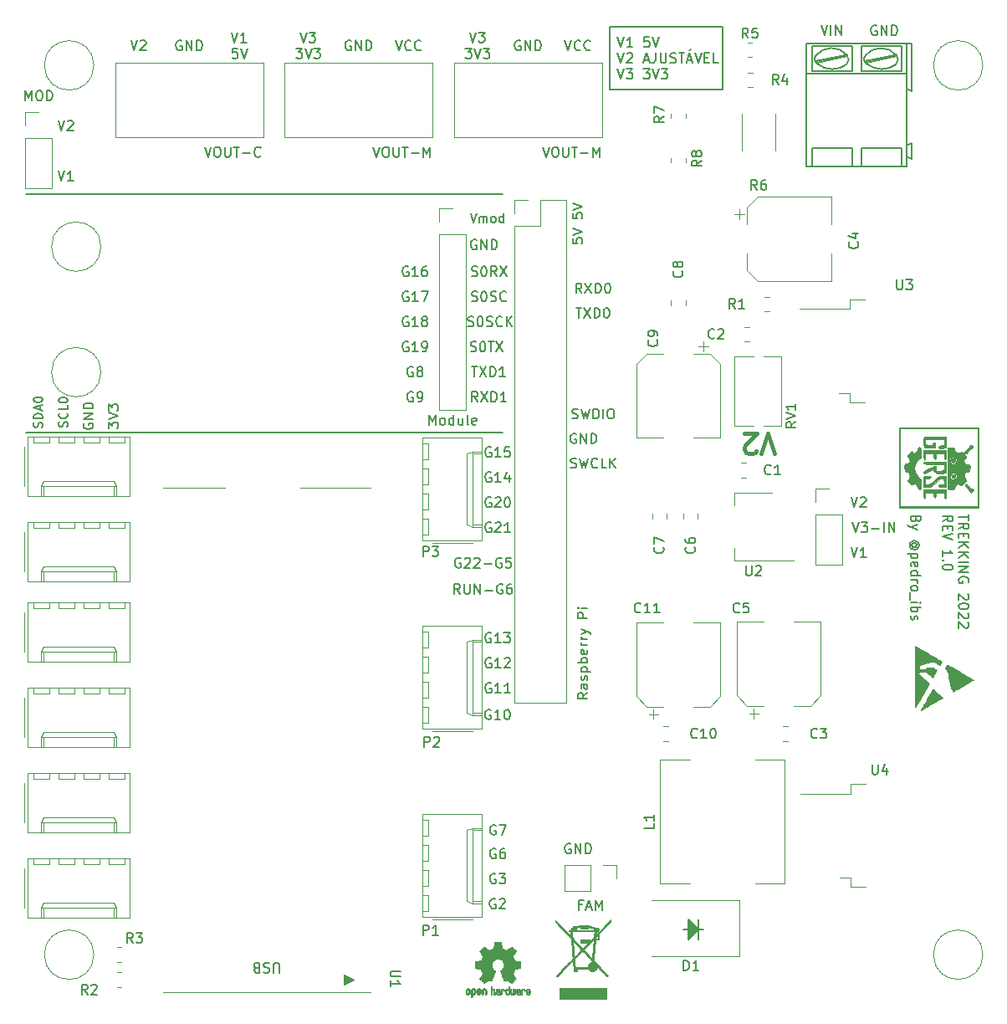
<source format=gbr>
%TF.GenerationSoftware,KiCad,Pcbnew,6.0.5*%
%TF.CreationDate,2022-06-27T11:22:29-03:00*%
%TF.ProjectId,trekking,7472656b-6b69-46e6-972e-6b696361645f,rev?*%
%TF.SameCoordinates,Original*%
%TF.FileFunction,Legend,Top*%
%TF.FilePolarity,Positive*%
%FSLAX46Y46*%
G04 Gerber Fmt 4.6, Leading zero omitted, Abs format (unit mm)*
G04 Created by KiCad (PCBNEW 6.0.5) date 2022-06-27 11:22:29*
%MOMM*%
%LPD*%
G01*
G04 APERTURE LIST*
%ADD10C,0.150000*%
%ADD11C,0.400000*%
%ADD12C,0.140000*%
%ADD13C,0.120000*%
%ADD14C,0.010000*%
%ADD15C,0.075000*%
G04 APERTURE END LIST*
D10*
X84576666Y-113495380D02*
X84243333Y-113019190D01*
X84005238Y-113495380D02*
X84005238Y-112495380D01*
X84386190Y-112495380D01*
X84481428Y-112543000D01*
X84529047Y-112590619D01*
X84576666Y-112685857D01*
X84576666Y-112828714D01*
X84529047Y-112923952D01*
X84481428Y-112971571D01*
X84386190Y-113019190D01*
X84005238Y-113019190D01*
X85005238Y-112495380D02*
X85005238Y-113304904D01*
X85052857Y-113400142D01*
X85100476Y-113447761D01*
X85195714Y-113495380D01*
X85386190Y-113495380D01*
X85481428Y-113447761D01*
X85529047Y-113400142D01*
X85576666Y-113304904D01*
X85576666Y-112495380D01*
X86052857Y-113495380D02*
X86052857Y-112495380D01*
X86624285Y-113495380D01*
X86624285Y-112495380D01*
X87100476Y-113114428D02*
X87862380Y-113114428D01*
X88862380Y-112543000D02*
X88767142Y-112495380D01*
X88624285Y-112495380D01*
X88481428Y-112543000D01*
X88386190Y-112638238D01*
X88338571Y-112733476D01*
X88290952Y-112923952D01*
X88290952Y-113066809D01*
X88338571Y-113257285D01*
X88386190Y-113352523D01*
X88481428Y-113447761D01*
X88624285Y-113495380D01*
X88719523Y-113495380D01*
X88862380Y-113447761D01*
X88910000Y-113400142D01*
X88910000Y-113066809D01*
X88719523Y-113066809D01*
X89767142Y-112495380D02*
X89576666Y-112495380D01*
X89481428Y-112543000D01*
X89433809Y-112590619D01*
X89338571Y-112733476D01*
X89290952Y-112923952D01*
X89290952Y-113304904D01*
X89338571Y-113400142D01*
X89386190Y-113447761D01*
X89481428Y-113495380D01*
X89671904Y-113495380D01*
X89767142Y-113447761D01*
X89814761Y-113400142D01*
X89862380Y-113304904D01*
X89862380Y-113066809D01*
X89814761Y-112971571D01*
X89767142Y-112923952D01*
X89671904Y-112876333D01*
X89481428Y-112876333D01*
X89386190Y-112923952D01*
X89338571Y-112971571D01*
X89290952Y-113066809D01*
X84624285Y-109876000D02*
X84529047Y-109828380D01*
X84386190Y-109828380D01*
X84243333Y-109876000D01*
X84148095Y-109971238D01*
X84100476Y-110066476D01*
X84052857Y-110256952D01*
X84052857Y-110399809D01*
X84100476Y-110590285D01*
X84148095Y-110685523D01*
X84243333Y-110780761D01*
X84386190Y-110828380D01*
X84481428Y-110828380D01*
X84624285Y-110780761D01*
X84671904Y-110733142D01*
X84671904Y-110399809D01*
X84481428Y-110399809D01*
X85052857Y-109923619D02*
X85100476Y-109876000D01*
X85195714Y-109828380D01*
X85433809Y-109828380D01*
X85529047Y-109876000D01*
X85576666Y-109923619D01*
X85624285Y-110018857D01*
X85624285Y-110114095D01*
X85576666Y-110256952D01*
X85005238Y-110828380D01*
X85624285Y-110828380D01*
X86005238Y-109923619D02*
X86052857Y-109876000D01*
X86148095Y-109828380D01*
X86386190Y-109828380D01*
X86481428Y-109876000D01*
X86529047Y-109923619D01*
X86576666Y-110018857D01*
X86576666Y-110114095D01*
X86529047Y-110256952D01*
X85957619Y-110828380D01*
X86576666Y-110828380D01*
X87005238Y-110447428D02*
X87767142Y-110447428D01*
X88767142Y-109876000D02*
X88671904Y-109828380D01*
X88529047Y-109828380D01*
X88386190Y-109876000D01*
X88290952Y-109971238D01*
X88243333Y-110066476D01*
X88195714Y-110256952D01*
X88195714Y-110399809D01*
X88243333Y-110590285D01*
X88290952Y-110685523D01*
X88386190Y-110780761D01*
X88529047Y-110828380D01*
X88624285Y-110828380D01*
X88767142Y-110780761D01*
X88814761Y-110733142D01*
X88814761Y-110399809D01*
X88624285Y-110399809D01*
X89719523Y-109828380D02*
X89243333Y-109828380D01*
X89195714Y-110304571D01*
X89243333Y-110256952D01*
X89338571Y-110209333D01*
X89576666Y-110209333D01*
X89671904Y-110256952D01*
X89719523Y-110304571D01*
X89767142Y-110399809D01*
X89767142Y-110637904D01*
X89719523Y-110733142D01*
X89671904Y-110780761D01*
X89576666Y-110828380D01*
X89338571Y-110828380D01*
X89243333Y-110780761D01*
X89195714Y-110733142D01*
X108712000Y-147428000D02*
X109220000Y-147428000D01*
X100330000Y-56115000D02*
X99695000Y-56115000D01*
X40640000Y-97155000D02*
X68580000Y-97155000D01*
X99695000Y-56115000D02*
X99695000Y-61830000D01*
X68580000Y-97155000D02*
X88265000Y-97155000D01*
X88265000Y-97155000D02*
X88900000Y-97155000D01*
X64770000Y-73025000D02*
X88900000Y-73025000D01*
X40640000Y-73025000D02*
X64770000Y-73025000D01*
X111125000Y-62465000D02*
X111125000Y-61830000D01*
G36*
X108712000Y-147428000D02*
G01*
X107696000Y-148444000D01*
X107696000Y-146412000D01*
X108712000Y-147428000D01*
G37*
X108712000Y-147428000D02*
X107696000Y-148444000D01*
X107696000Y-146412000D01*
X108712000Y-147428000D01*
X99695000Y-62465000D02*
X111125000Y-62465000D01*
X111125000Y-56115000D02*
X100330000Y-56115000D01*
X99695000Y-61830000D02*
X99695000Y-62465000D01*
X108712000Y-146412000D02*
X108712000Y-148444000D01*
X107696000Y-147428000D02*
X107188000Y-147428000D01*
X111125000Y-61830000D02*
X111125000Y-56115000D01*
X108712000Y-148444000D02*
X108712000Y-147428000D01*
X48982380Y-96723095D02*
X48982380Y-96104047D01*
X49363333Y-96437380D01*
X49363333Y-96294523D01*
X49410952Y-96199285D01*
X49458571Y-96151666D01*
X49553809Y-96104047D01*
X49791904Y-96104047D01*
X49887142Y-96151666D01*
X49934761Y-96199285D01*
X49982380Y-96294523D01*
X49982380Y-96580238D01*
X49934761Y-96675476D01*
X49887142Y-96723095D01*
X48982380Y-95818333D02*
X49982380Y-95485000D01*
X48982380Y-95151666D01*
X48982380Y-94913571D02*
X48982380Y-94294523D01*
X49363333Y-94627857D01*
X49363333Y-94485000D01*
X49410952Y-94389761D01*
X49458571Y-94342142D01*
X49553809Y-94294523D01*
X49791904Y-94294523D01*
X49887142Y-94342142D01*
X49934761Y-94389761D01*
X49982380Y-94485000D01*
X49982380Y-94770714D01*
X49934761Y-94865952D01*
X49887142Y-94913571D01*
X85761904Y-81284761D02*
X85904761Y-81332380D01*
X86142857Y-81332380D01*
X86238095Y-81284761D01*
X86285714Y-81237142D01*
X86333333Y-81141904D01*
X86333333Y-81046666D01*
X86285714Y-80951428D01*
X86238095Y-80903809D01*
X86142857Y-80856190D01*
X85952380Y-80808571D01*
X85857142Y-80760952D01*
X85809523Y-80713333D01*
X85761904Y-80618095D01*
X85761904Y-80522857D01*
X85809523Y-80427619D01*
X85857142Y-80380000D01*
X85952380Y-80332380D01*
X86190476Y-80332380D01*
X86333333Y-80380000D01*
X86952380Y-80332380D02*
X87047619Y-80332380D01*
X87142857Y-80380000D01*
X87190476Y-80427619D01*
X87238095Y-80522857D01*
X87285714Y-80713333D01*
X87285714Y-80951428D01*
X87238095Y-81141904D01*
X87190476Y-81237142D01*
X87142857Y-81284761D01*
X87047619Y-81332380D01*
X86952380Y-81332380D01*
X86857142Y-81284761D01*
X86809523Y-81237142D01*
X86761904Y-81141904D01*
X86714285Y-80951428D01*
X86714285Y-80713333D01*
X86761904Y-80522857D01*
X86809523Y-80427619D01*
X86857142Y-80380000D01*
X86952380Y-80332380D01*
X88285714Y-81332380D02*
X87952380Y-80856190D01*
X87714285Y-81332380D02*
X87714285Y-80332380D01*
X88095238Y-80332380D01*
X88190476Y-80380000D01*
X88238095Y-80427619D01*
X88285714Y-80522857D01*
X88285714Y-80665714D01*
X88238095Y-80760952D01*
X88190476Y-80808571D01*
X88095238Y-80856190D01*
X87714285Y-80856190D01*
X88619047Y-80332380D02*
X89285714Y-81332380D01*
X89285714Y-80332380D02*
X88619047Y-81332380D01*
X87683463Y-117464000D02*
X87588225Y-117416380D01*
X87445368Y-117416380D01*
X87302511Y-117464000D01*
X87207273Y-117559238D01*
X87159654Y-117654476D01*
X87112035Y-117844952D01*
X87112035Y-117987809D01*
X87159654Y-118178285D01*
X87207273Y-118273523D01*
X87302511Y-118368761D01*
X87445368Y-118416380D01*
X87540606Y-118416380D01*
X87683463Y-118368761D01*
X87731082Y-118321142D01*
X87731082Y-117987809D01*
X87540606Y-117987809D01*
X88683463Y-118416380D02*
X88112035Y-118416380D01*
X88397749Y-118416380D02*
X88397749Y-117416380D01*
X88302511Y-117559238D01*
X88207273Y-117654476D01*
X88112035Y-117702095D01*
X89016797Y-117416380D02*
X89635844Y-117416380D01*
X89302511Y-117797333D01*
X89445368Y-117797333D01*
X89540606Y-117844952D01*
X89588225Y-117892571D01*
X89635844Y-117987809D01*
X89635844Y-118225904D01*
X89588225Y-118321142D01*
X89540606Y-118368761D01*
X89445368Y-118416380D01*
X89159654Y-118416380D01*
X89064416Y-118368761D01*
X89016797Y-118321142D01*
X87701523Y-106288000D02*
X87606285Y-106240380D01*
X87463428Y-106240380D01*
X87320571Y-106288000D01*
X87225333Y-106383238D01*
X87177714Y-106478476D01*
X87130095Y-106668952D01*
X87130095Y-106811809D01*
X87177714Y-107002285D01*
X87225333Y-107097523D01*
X87320571Y-107192761D01*
X87463428Y-107240380D01*
X87558666Y-107240380D01*
X87701523Y-107192761D01*
X87749142Y-107145142D01*
X87749142Y-106811809D01*
X87558666Y-106811809D01*
X88130095Y-106335619D02*
X88177714Y-106288000D01*
X88272952Y-106240380D01*
X88511047Y-106240380D01*
X88606285Y-106288000D01*
X88653904Y-106335619D01*
X88701523Y-106430857D01*
X88701523Y-106526095D01*
X88653904Y-106668952D01*
X88082476Y-107240380D01*
X88701523Y-107240380D01*
X89653904Y-107240380D02*
X89082476Y-107240380D01*
X89368190Y-107240380D02*
X89368190Y-106240380D01*
X89272952Y-106383238D01*
X89177714Y-106478476D01*
X89082476Y-106526095D01*
X85761904Y-83824761D02*
X85904761Y-83872380D01*
X86142857Y-83872380D01*
X86238095Y-83824761D01*
X86285714Y-83777142D01*
X86333333Y-83681904D01*
X86333333Y-83586666D01*
X86285714Y-83491428D01*
X86238095Y-83443809D01*
X86142857Y-83396190D01*
X85952380Y-83348571D01*
X85857142Y-83300952D01*
X85809523Y-83253333D01*
X85761904Y-83158095D01*
X85761904Y-83062857D01*
X85809523Y-82967619D01*
X85857142Y-82920000D01*
X85952380Y-82872380D01*
X86190476Y-82872380D01*
X86333333Y-82920000D01*
X86952380Y-82872380D02*
X87047619Y-82872380D01*
X87142857Y-82920000D01*
X87190476Y-82967619D01*
X87238095Y-83062857D01*
X87285714Y-83253333D01*
X87285714Y-83491428D01*
X87238095Y-83681904D01*
X87190476Y-83777142D01*
X87142857Y-83824761D01*
X87047619Y-83872380D01*
X86952380Y-83872380D01*
X86857142Y-83824761D01*
X86809523Y-83777142D01*
X86761904Y-83681904D01*
X86714285Y-83491428D01*
X86714285Y-83253333D01*
X86761904Y-83062857D01*
X86809523Y-82967619D01*
X86857142Y-82920000D01*
X86952380Y-82872380D01*
X87666666Y-83824761D02*
X87809523Y-83872380D01*
X88047619Y-83872380D01*
X88142857Y-83824761D01*
X88190476Y-83777142D01*
X88238095Y-83681904D01*
X88238095Y-83586666D01*
X88190476Y-83491428D01*
X88142857Y-83443809D01*
X88047619Y-83396190D01*
X87857142Y-83348571D01*
X87761904Y-83300952D01*
X87714285Y-83253333D01*
X87666666Y-83158095D01*
X87666666Y-83062857D01*
X87714285Y-82967619D01*
X87761904Y-82920000D01*
X87857142Y-82872380D01*
X88095238Y-82872380D01*
X88238095Y-82920000D01*
X89238095Y-83777142D02*
X89190476Y-83824761D01*
X89047619Y-83872380D01*
X88952380Y-83872380D01*
X88809523Y-83824761D01*
X88714285Y-83729523D01*
X88666666Y-83634285D01*
X88619047Y-83443809D01*
X88619047Y-83300952D01*
X88666666Y-83110476D01*
X88714285Y-83015238D01*
X88809523Y-82920000D01*
X88952380Y-82872380D01*
X89047619Y-82872380D01*
X89190476Y-82920000D01*
X89238095Y-82967619D01*
X124301523Y-106240380D02*
X124634857Y-107240380D01*
X124968190Y-106240380D01*
X125206285Y-106240380D02*
X125825333Y-106240380D01*
X125492000Y-106621333D01*
X125634857Y-106621333D01*
X125730095Y-106668952D01*
X125777714Y-106716571D01*
X125825333Y-106811809D01*
X125825333Y-107049904D01*
X125777714Y-107145142D01*
X125730095Y-107192761D01*
X125634857Y-107240380D01*
X125349142Y-107240380D01*
X125253904Y-107192761D01*
X125206285Y-107145142D01*
X126253904Y-106859428D02*
X127015809Y-106859428D01*
X127492000Y-107240380D02*
X127492000Y-106240380D01*
X127968190Y-107240380D02*
X127968190Y-106240380D01*
X128539619Y-107240380D01*
X128539619Y-106240380D01*
X42274285Y-96625428D02*
X42317142Y-96496857D01*
X42317142Y-96282571D01*
X42274285Y-96196857D01*
X42231428Y-96154000D01*
X42145714Y-96111142D01*
X42060000Y-96111142D01*
X41974285Y-96154000D01*
X41931428Y-96196857D01*
X41888571Y-96282571D01*
X41845714Y-96454000D01*
X41802857Y-96539714D01*
X41760000Y-96582571D01*
X41674285Y-96625428D01*
X41588571Y-96625428D01*
X41502857Y-96582571D01*
X41460000Y-96539714D01*
X41417142Y-96454000D01*
X41417142Y-96239714D01*
X41460000Y-96111142D01*
X42317142Y-95725428D02*
X41417142Y-95725428D01*
X41417142Y-95511142D01*
X41460000Y-95382571D01*
X41545714Y-95296857D01*
X41631428Y-95254000D01*
X41802857Y-95211142D01*
X41931428Y-95211142D01*
X42102857Y-95254000D01*
X42188571Y-95296857D01*
X42274285Y-95382571D01*
X42317142Y-95511142D01*
X42317142Y-95725428D01*
X42060000Y-94868285D02*
X42060000Y-94439714D01*
X42317142Y-94954000D02*
X41417142Y-94654000D01*
X42317142Y-94354000D01*
X41417142Y-93882571D02*
X41417142Y-93796857D01*
X41460000Y-93711142D01*
X41502857Y-93668285D01*
X41588571Y-93625428D01*
X41760000Y-93582571D01*
X41974285Y-93582571D01*
X42145714Y-93625428D01*
X42231428Y-93668285D01*
X42274285Y-93711142D01*
X42317142Y-93796857D01*
X42317142Y-93882571D01*
X42274285Y-93968285D01*
X42231428Y-94011142D01*
X42145714Y-94054000D01*
X41974285Y-94096857D01*
X41760000Y-94096857D01*
X41588571Y-94054000D01*
X41502857Y-94011142D01*
X41460000Y-93968285D01*
X41417142Y-93882571D01*
X88177714Y-136910000D02*
X88082476Y-136862380D01*
X87939619Y-136862380D01*
X87796761Y-136910000D01*
X87701523Y-137005238D01*
X87653904Y-137100476D01*
X87606285Y-137290952D01*
X87606285Y-137433809D01*
X87653904Y-137624285D01*
X87701523Y-137719523D01*
X87796761Y-137814761D01*
X87939619Y-137862380D01*
X88034857Y-137862380D01*
X88177714Y-137814761D01*
X88225333Y-137767142D01*
X88225333Y-137433809D01*
X88034857Y-137433809D01*
X88558666Y-136862380D02*
X89225333Y-136862380D01*
X88796761Y-137862380D01*
X51260476Y-57472380D02*
X51593809Y-58472380D01*
X51927142Y-57472380D01*
X52212857Y-57567619D02*
X52260476Y-57520000D01*
X52355714Y-57472380D01*
X52593809Y-57472380D01*
X52689047Y-57520000D01*
X52736666Y-57567619D01*
X52784285Y-57662857D01*
X52784285Y-57758095D01*
X52736666Y-57900952D01*
X52165238Y-58472380D01*
X52784285Y-58472380D01*
X85368373Y-86364761D02*
X85511230Y-86412380D01*
X85749326Y-86412380D01*
X85844564Y-86364761D01*
X85892183Y-86317142D01*
X85939802Y-86221904D01*
X85939802Y-86126666D01*
X85892183Y-86031428D01*
X85844564Y-85983809D01*
X85749326Y-85936190D01*
X85558849Y-85888571D01*
X85463611Y-85840952D01*
X85415992Y-85793333D01*
X85368373Y-85698095D01*
X85368373Y-85602857D01*
X85415992Y-85507619D01*
X85463611Y-85460000D01*
X85558849Y-85412380D01*
X85796945Y-85412380D01*
X85939802Y-85460000D01*
X86558849Y-85412380D02*
X86654088Y-85412380D01*
X86749326Y-85460000D01*
X86796945Y-85507619D01*
X86844564Y-85602857D01*
X86892183Y-85793333D01*
X86892183Y-86031428D01*
X86844564Y-86221904D01*
X86796945Y-86317142D01*
X86749326Y-86364761D01*
X86654088Y-86412380D01*
X86558849Y-86412380D01*
X86463611Y-86364761D01*
X86415992Y-86317142D01*
X86368373Y-86221904D01*
X86320754Y-86031428D01*
X86320754Y-85793333D01*
X86368373Y-85602857D01*
X86415992Y-85507619D01*
X86463611Y-85460000D01*
X86558849Y-85412380D01*
X87273135Y-86364761D02*
X87415992Y-86412380D01*
X87654088Y-86412380D01*
X87749326Y-86364761D01*
X87796945Y-86317142D01*
X87844564Y-86221904D01*
X87844564Y-86126666D01*
X87796945Y-86031428D01*
X87749326Y-85983809D01*
X87654088Y-85936190D01*
X87463611Y-85888571D01*
X87368373Y-85840952D01*
X87320754Y-85793333D01*
X87273135Y-85698095D01*
X87273135Y-85602857D01*
X87320754Y-85507619D01*
X87368373Y-85460000D01*
X87463611Y-85412380D01*
X87701707Y-85412380D01*
X87844564Y-85460000D01*
X88844564Y-86317142D02*
X88796945Y-86364761D01*
X88654088Y-86412380D01*
X88558849Y-86412380D01*
X88415992Y-86364761D01*
X88320754Y-86269523D01*
X88273135Y-86174285D01*
X88225516Y-85983809D01*
X88225516Y-85840952D01*
X88273135Y-85650476D01*
X88320754Y-85555238D01*
X88415992Y-85460000D01*
X88558849Y-85412380D01*
X88654088Y-85412380D01*
X88796945Y-85460000D01*
X88844564Y-85507619D01*
X89273135Y-86412380D02*
X89273135Y-85412380D01*
X89844564Y-86412380D02*
X89415992Y-85840952D01*
X89844564Y-85412380D02*
X89273135Y-85983809D01*
X87701523Y-103748000D02*
X87606285Y-103700380D01*
X87463428Y-103700380D01*
X87320571Y-103748000D01*
X87225333Y-103843238D01*
X87177714Y-103938476D01*
X87130095Y-104128952D01*
X87130095Y-104271809D01*
X87177714Y-104462285D01*
X87225333Y-104557523D01*
X87320571Y-104652761D01*
X87463428Y-104700380D01*
X87558666Y-104700380D01*
X87701523Y-104652761D01*
X87749142Y-104605142D01*
X87749142Y-104271809D01*
X87558666Y-104271809D01*
X88130095Y-103795619D02*
X88177714Y-103748000D01*
X88272952Y-103700380D01*
X88511047Y-103700380D01*
X88606285Y-103748000D01*
X88653904Y-103795619D01*
X88701523Y-103890857D01*
X88701523Y-103986095D01*
X88653904Y-104128952D01*
X88082476Y-104700380D01*
X88701523Y-104700380D01*
X89320571Y-103700380D02*
X89415809Y-103700380D01*
X89511047Y-103748000D01*
X89558666Y-103795619D01*
X89606285Y-103890857D01*
X89653904Y-104081333D01*
X89653904Y-104319428D01*
X89606285Y-104509904D01*
X89558666Y-104605142D01*
X89511047Y-104652761D01*
X89415809Y-104700380D01*
X89320571Y-104700380D01*
X89225333Y-104652761D01*
X89177714Y-104605142D01*
X89130095Y-104509904D01*
X89082476Y-104319428D01*
X89082476Y-104081333D01*
X89130095Y-103890857D01*
X89177714Y-103795619D01*
X89225333Y-103748000D01*
X89320571Y-103700380D01*
X95972380Y-77514476D02*
X95972380Y-77990666D01*
X96448571Y-78038285D01*
X96400952Y-77990666D01*
X96353333Y-77895428D01*
X96353333Y-77657333D01*
X96400952Y-77562095D01*
X96448571Y-77514476D01*
X96543809Y-77466857D01*
X96781904Y-77466857D01*
X96877142Y-77514476D01*
X96924761Y-77562095D01*
X96972380Y-77657333D01*
X96972380Y-77895428D01*
X96924761Y-77990666D01*
X96877142Y-78038285D01*
X95972380Y-77181142D02*
X96972380Y-76847809D01*
X95972380Y-76514476D01*
X43894476Y-65600380D02*
X44227809Y-66600380D01*
X44561142Y-65600380D01*
X44846857Y-65695619D02*
X44894476Y-65648000D01*
X44989714Y-65600380D01*
X45227809Y-65600380D01*
X45323047Y-65648000D01*
X45370666Y-65695619D01*
X45418285Y-65790857D01*
X45418285Y-65886095D01*
X45370666Y-66028952D01*
X44799238Y-66600380D01*
X45418285Y-66600380D01*
X95972380Y-74974476D02*
X95972380Y-75450666D01*
X96448571Y-75498285D01*
X96400952Y-75450666D01*
X96353333Y-75355428D01*
X96353333Y-75117333D01*
X96400952Y-75022095D01*
X96448571Y-74974476D01*
X96543809Y-74926857D01*
X96781904Y-74926857D01*
X96877142Y-74974476D01*
X96924761Y-75022095D01*
X96972380Y-75117333D01*
X96972380Y-75355428D01*
X96924761Y-75450666D01*
X96877142Y-75498285D01*
X95972380Y-74641142D02*
X96972380Y-74307809D01*
X95972380Y-73974476D01*
X79795714Y-93080000D02*
X79700476Y-93032380D01*
X79557619Y-93032380D01*
X79414761Y-93080000D01*
X79319523Y-93175238D01*
X79271904Y-93270476D01*
X79224285Y-93460952D01*
X79224285Y-93603809D01*
X79271904Y-93794285D01*
X79319523Y-93889523D01*
X79414761Y-93984761D01*
X79557619Y-94032380D01*
X79652857Y-94032380D01*
X79795714Y-93984761D01*
X79843333Y-93937142D01*
X79843333Y-93603809D01*
X79652857Y-93603809D01*
X80319523Y-94032380D02*
X80510000Y-94032380D01*
X80605238Y-93984761D01*
X80652857Y-93937142D01*
X80748095Y-93794285D01*
X80795714Y-93603809D01*
X80795714Y-93222857D01*
X80748095Y-93127619D01*
X80700476Y-93080000D01*
X80605238Y-93032380D01*
X80414761Y-93032380D01*
X80319523Y-93080000D01*
X80271904Y-93127619D01*
X80224285Y-93222857D01*
X80224285Y-93460952D01*
X80271904Y-93556190D01*
X80319523Y-93603809D01*
X80414761Y-93651428D01*
X80605238Y-93651428D01*
X80700476Y-93603809D01*
X80748095Y-93556190D01*
X80795714Y-93460952D01*
X56388095Y-57520000D02*
X56292857Y-57472380D01*
X56150000Y-57472380D01*
X56007142Y-57520000D01*
X55911904Y-57615238D01*
X55864285Y-57710476D01*
X55816666Y-57900952D01*
X55816666Y-58043809D01*
X55864285Y-58234285D01*
X55911904Y-58329523D01*
X56007142Y-58424761D01*
X56150000Y-58472380D01*
X56245238Y-58472380D01*
X56388095Y-58424761D01*
X56435714Y-58377142D01*
X56435714Y-58043809D01*
X56245238Y-58043809D01*
X56864285Y-58472380D02*
X56864285Y-57472380D01*
X57435714Y-58472380D01*
X57435714Y-57472380D01*
X57911904Y-58472380D02*
X57911904Y-57472380D01*
X58150000Y-57472380D01*
X58292857Y-57520000D01*
X58388095Y-57615238D01*
X58435714Y-57710476D01*
X58483333Y-57900952D01*
X58483333Y-58043809D01*
X58435714Y-58234285D01*
X58388095Y-58329523D01*
X58292857Y-58424761D01*
X58150000Y-58472380D01*
X57911904Y-58472380D01*
X87701523Y-98668000D02*
X87606285Y-98620380D01*
X87463428Y-98620380D01*
X87320571Y-98668000D01*
X87225333Y-98763238D01*
X87177714Y-98858476D01*
X87130095Y-99048952D01*
X87130095Y-99191809D01*
X87177714Y-99382285D01*
X87225333Y-99477523D01*
X87320571Y-99572761D01*
X87463428Y-99620380D01*
X87558666Y-99620380D01*
X87701523Y-99572761D01*
X87749142Y-99525142D01*
X87749142Y-99191809D01*
X87558666Y-99191809D01*
X88701523Y-99620380D02*
X88130095Y-99620380D01*
X88415809Y-99620380D02*
X88415809Y-98620380D01*
X88320571Y-98763238D01*
X88225333Y-98858476D01*
X88130095Y-98906095D01*
X89606285Y-98620380D02*
X89130095Y-98620380D01*
X89082476Y-99096571D01*
X89130095Y-99048952D01*
X89225333Y-99001333D01*
X89463428Y-99001333D01*
X89558666Y-99048952D01*
X89606285Y-99096571D01*
X89653904Y-99191809D01*
X89653904Y-99429904D01*
X89606285Y-99525142D01*
X89558666Y-99572761D01*
X89463428Y-99620380D01*
X89225333Y-99620380D01*
X89130095Y-99572761D01*
X89082476Y-99525142D01*
X95924952Y-95704761D02*
X96067809Y-95752380D01*
X96305904Y-95752380D01*
X96401142Y-95704761D01*
X96448761Y-95657142D01*
X96496380Y-95561904D01*
X96496380Y-95466666D01*
X96448761Y-95371428D01*
X96401142Y-95323809D01*
X96305904Y-95276190D01*
X96115428Y-95228571D01*
X96020190Y-95180952D01*
X95972571Y-95133333D01*
X95924952Y-95038095D01*
X95924952Y-94942857D01*
X95972571Y-94847619D01*
X96020190Y-94800000D01*
X96115428Y-94752380D01*
X96353523Y-94752380D01*
X96496380Y-94800000D01*
X96829714Y-94752380D02*
X97067809Y-95752380D01*
X97258285Y-95038095D01*
X97448761Y-95752380D01*
X97686857Y-94752380D01*
X98067809Y-95752380D02*
X98067809Y-94752380D01*
X98305904Y-94752380D01*
X98448761Y-94800000D01*
X98544000Y-94895238D01*
X98591619Y-94990476D01*
X98639238Y-95180952D01*
X98639238Y-95323809D01*
X98591619Y-95514285D01*
X98544000Y-95609523D01*
X98448761Y-95704761D01*
X98305904Y-95752380D01*
X98067809Y-95752380D01*
X99067809Y-95752380D02*
X99067809Y-94752380D01*
X99734476Y-94752380D02*
X99924952Y-94752380D01*
X100020190Y-94800000D01*
X100115428Y-94895238D01*
X100163047Y-95085714D01*
X100163047Y-95419047D01*
X100115428Y-95609523D01*
X100020190Y-95704761D01*
X99924952Y-95752380D01*
X99734476Y-95752380D01*
X99639238Y-95704761D01*
X99544000Y-95609523D01*
X99496380Y-95419047D01*
X99496380Y-95085714D01*
X99544000Y-94895238D01*
X99639238Y-94800000D01*
X99734476Y-94752380D01*
X68405476Y-56667380D02*
X68738809Y-57667380D01*
X69072142Y-56667380D01*
X69310238Y-56667380D02*
X69929285Y-56667380D01*
X69595952Y-57048333D01*
X69738809Y-57048333D01*
X69834047Y-57095952D01*
X69881666Y-57143571D01*
X69929285Y-57238809D01*
X69929285Y-57476904D01*
X69881666Y-57572142D01*
X69834047Y-57619761D01*
X69738809Y-57667380D01*
X69453095Y-57667380D01*
X69357857Y-57619761D01*
X69310238Y-57572142D01*
X67976904Y-58277380D02*
X68595952Y-58277380D01*
X68262619Y-58658333D01*
X68405476Y-58658333D01*
X68500714Y-58705952D01*
X68548333Y-58753571D01*
X68595952Y-58848809D01*
X68595952Y-59086904D01*
X68548333Y-59182142D01*
X68500714Y-59229761D01*
X68405476Y-59277380D01*
X68119761Y-59277380D01*
X68024523Y-59229761D01*
X67976904Y-59182142D01*
X68881666Y-58277380D02*
X69215000Y-59277380D01*
X69548333Y-58277380D01*
X69786428Y-58277380D02*
X70405476Y-58277380D01*
X70072142Y-58658333D01*
X70215000Y-58658333D01*
X70310238Y-58705952D01*
X70357857Y-58753571D01*
X70405476Y-58848809D01*
X70405476Y-59086904D01*
X70357857Y-59182142D01*
X70310238Y-59229761D01*
X70215000Y-59277380D01*
X69929285Y-59277380D01*
X69834047Y-59229761D01*
X69786428Y-59182142D01*
X79319523Y-85460000D02*
X79224285Y-85412380D01*
X79081428Y-85412380D01*
X78938571Y-85460000D01*
X78843333Y-85555238D01*
X78795714Y-85650476D01*
X78748095Y-85840952D01*
X78748095Y-85983809D01*
X78795714Y-86174285D01*
X78843333Y-86269523D01*
X78938571Y-86364761D01*
X79081428Y-86412380D01*
X79176666Y-86412380D01*
X79319523Y-86364761D01*
X79367142Y-86317142D01*
X79367142Y-85983809D01*
X79176666Y-85983809D01*
X80319523Y-86412380D02*
X79748095Y-86412380D01*
X80033809Y-86412380D02*
X80033809Y-85412380D01*
X79938571Y-85555238D01*
X79843333Y-85650476D01*
X79748095Y-85698095D01*
X80890952Y-85840952D02*
X80795714Y-85793333D01*
X80748095Y-85745714D01*
X80700476Y-85650476D01*
X80700476Y-85602857D01*
X80748095Y-85507619D01*
X80795714Y-85460000D01*
X80890952Y-85412380D01*
X81081428Y-85412380D01*
X81176666Y-85460000D01*
X81224285Y-85507619D01*
X81271904Y-85602857D01*
X81271904Y-85650476D01*
X81224285Y-85745714D01*
X81176666Y-85793333D01*
X81081428Y-85840952D01*
X80890952Y-85840952D01*
X80795714Y-85888571D01*
X80748095Y-85936190D01*
X80700476Y-86031428D01*
X80700476Y-86221904D01*
X80748095Y-86317142D01*
X80795714Y-86364761D01*
X80890952Y-86412380D01*
X81081428Y-86412380D01*
X81176666Y-86364761D01*
X81224285Y-86317142D01*
X81271904Y-86221904D01*
X81271904Y-86031428D01*
X81224285Y-85936190D01*
X81176666Y-85888571D01*
X81081428Y-85840952D01*
X87668320Y-125230000D02*
X87573082Y-125182380D01*
X87430225Y-125182380D01*
X87287368Y-125230000D01*
X87192130Y-125325238D01*
X87144511Y-125420476D01*
X87096892Y-125610952D01*
X87096892Y-125753809D01*
X87144511Y-125944285D01*
X87192130Y-126039523D01*
X87287368Y-126134761D01*
X87430225Y-126182380D01*
X87525463Y-126182380D01*
X87668320Y-126134761D01*
X87715939Y-126087142D01*
X87715939Y-125753809D01*
X87525463Y-125753809D01*
X88668320Y-126182380D02*
X88096892Y-126182380D01*
X88382606Y-126182380D02*
X88382606Y-125182380D01*
X88287368Y-125325238D01*
X88192130Y-125420476D01*
X88096892Y-125468095D01*
X89287368Y-125182380D02*
X89382606Y-125182380D01*
X89477844Y-125230000D01*
X89525463Y-125277619D01*
X89573082Y-125372857D01*
X89620701Y-125563333D01*
X89620701Y-125801428D01*
X89573082Y-125991904D01*
X89525463Y-126087142D01*
X89477844Y-126134761D01*
X89382606Y-126182380D01*
X89287368Y-126182380D01*
X89192130Y-126134761D01*
X89144511Y-126087142D01*
X89096892Y-125991904D01*
X89049273Y-125801428D01*
X89049273Y-125563333D01*
X89096892Y-125372857D01*
X89144511Y-125277619D01*
X89192130Y-125230000D01*
X89287368Y-125182380D01*
X136058619Y-105456738D02*
X136058619Y-106028166D01*
X135058619Y-105742452D02*
X136058619Y-105742452D01*
X135058619Y-106932928D02*
X135534809Y-106599595D01*
X135058619Y-106361500D02*
X136058619Y-106361500D01*
X136058619Y-106742452D01*
X136011000Y-106837690D01*
X135963380Y-106885309D01*
X135868142Y-106932928D01*
X135725285Y-106932928D01*
X135630047Y-106885309D01*
X135582428Y-106837690D01*
X135534809Y-106742452D01*
X135534809Y-106361500D01*
X135582428Y-107361500D02*
X135582428Y-107694833D01*
X135058619Y-107837690D02*
X135058619Y-107361500D01*
X136058619Y-107361500D01*
X136058619Y-107837690D01*
X135058619Y-108266261D02*
X136058619Y-108266261D01*
X135058619Y-108837690D02*
X135630047Y-108409119D01*
X136058619Y-108837690D02*
X135487190Y-108266261D01*
X135058619Y-109266261D02*
X136058619Y-109266261D01*
X135058619Y-109837690D02*
X135630047Y-109409119D01*
X136058619Y-109837690D02*
X135487190Y-109266261D01*
X135058619Y-110266261D02*
X136058619Y-110266261D01*
X135058619Y-110742452D02*
X136058619Y-110742452D01*
X135058619Y-111313880D01*
X136058619Y-111313880D01*
X136011000Y-112313880D02*
X136058619Y-112218642D01*
X136058619Y-112075785D01*
X136011000Y-111932928D01*
X135915761Y-111837690D01*
X135820523Y-111790071D01*
X135630047Y-111742452D01*
X135487190Y-111742452D01*
X135296714Y-111790071D01*
X135201476Y-111837690D01*
X135106238Y-111932928D01*
X135058619Y-112075785D01*
X135058619Y-112171023D01*
X135106238Y-112313880D01*
X135153857Y-112361500D01*
X135487190Y-112361500D01*
X135487190Y-112171023D01*
X135963380Y-113504357D02*
X136011000Y-113551976D01*
X136058619Y-113647214D01*
X136058619Y-113885309D01*
X136011000Y-113980547D01*
X135963380Y-114028166D01*
X135868142Y-114075785D01*
X135772904Y-114075785D01*
X135630047Y-114028166D01*
X135058619Y-113456738D01*
X135058619Y-114075785D01*
X136058619Y-114694833D02*
X136058619Y-114790071D01*
X136011000Y-114885309D01*
X135963380Y-114932928D01*
X135868142Y-114980547D01*
X135677666Y-115028166D01*
X135439571Y-115028166D01*
X135249095Y-114980547D01*
X135153857Y-114932928D01*
X135106238Y-114885309D01*
X135058619Y-114790071D01*
X135058619Y-114694833D01*
X135106238Y-114599595D01*
X135153857Y-114551976D01*
X135249095Y-114504357D01*
X135439571Y-114456738D01*
X135677666Y-114456738D01*
X135868142Y-114504357D01*
X135963380Y-114551976D01*
X136011000Y-114599595D01*
X136058619Y-114694833D01*
X135963380Y-115409119D02*
X136011000Y-115456738D01*
X136058619Y-115551976D01*
X136058619Y-115790071D01*
X136011000Y-115885309D01*
X135963380Y-115932928D01*
X135868142Y-115980547D01*
X135772904Y-115980547D01*
X135630047Y-115932928D01*
X135058619Y-115361500D01*
X135058619Y-115980547D01*
X135963380Y-116361500D02*
X136011000Y-116409119D01*
X136058619Y-116504357D01*
X136058619Y-116742452D01*
X136011000Y-116837690D01*
X135963380Y-116885309D01*
X135868142Y-116932928D01*
X135772904Y-116932928D01*
X135630047Y-116885309D01*
X135058619Y-116313880D01*
X135058619Y-116932928D01*
X133448619Y-106171023D02*
X133924809Y-105837690D01*
X133448619Y-105599595D02*
X134448619Y-105599595D01*
X134448619Y-105980547D01*
X134401000Y-106075785D01*
X134353380Y-106123404D01*
X134258142Y-106171023D01*
X134115285Y-106171023D01*
X134020047Y-106123404D01*
X133972428Y-106075785D01*
X133924809Y-105980547D01*
X133924809Y-105599595D01*
X133972428Y-106599595D02*
X133972428Y-106932928D01*
X133448619Y-107075785D02*
X133448619Y-106599595D01*
X134448619Y-106599595D01*
X134448619Y-107075785D01*
X134448619Y-107361500D02*
X133448619Y-107694833D01*
X134448619Y-108028166D01*
X133448619Y-109647214D02*
X133448619Y-109075785D01*
X133448619Y-109361500D02*
X134448619Y-109361500D01*
X134305761Y-109266261D01*
X134210523Y-109171023D01*
X134162904Y-109075785D01*
X133543857Y-110075785D02*
X133496238Y-110123404D01*
X133448619Y-110075785D01*
X133496238Y-110028166D01*
X133543857Y-110075785D01*
X133448619Y-110075785D01*
X134448619Y-110742452D02*
X134448619Y-110837690D01*
X134401000Y-110932928D01*
X134353380Y-110980547D01*
X134258142Y-111028166D01*
X134067666Y-111075785D01*
X133829571Y-111075785D01*
X133639095Y-111028166D01*
X133543857Y-110980547D01*
X133496238Y-110932928D01*
X133448619Y-110837690D01*
X133448619Y-110742452D01*
X133496238Y-110647214D01*
X133543857Y-110599595D01*
X133639095Y-110551976D01*
X133829571Y-110504357D01*
X134067666Y-110504357D01*
X134258142Y-110551976D01*
X134353380Y-110599595D01*
X134401000Y-110647214D01*
X134448619Y-110742452D01*
X130752428Y-105932928D02*
X130704809Y-106075785D01*
X130657190Y-106123404D01*
X130561952Y-106171023D01*
X130419095Y-106171023D01*
X130323857Y-106123404D01*
X130276238Y-106075785D01*
X130228619Y-105980547D01*
X130228619Y-105599595D01*
X131228619Y-105599595D01*
X131228619Y-105932928D01*
X131181000Y-106028166D01*
X131133380Y-106075785D01*
X131038142Y-106123404D01*
X130942904Y-106123404D01*
X130847666Y-106075785D01*
X130800047Y-106028166D01*
X130752428Y-105932928D01*
X130752428Y-105599595D01*
X130895285Y-106504357D02*
X130228619Y-106742452D01*
X130895285Y-106980547D02*
X130228619Y-106742452D01*
X129990523Y-106647214D01*
X129942904Y-106599595D01*
X129895285Y-106504357D01*
X130704809Y-108742452D02*
X130752428Y-108694833D01*
X130800047Y-108599595D01*
X130800047Y-108504357D01*
X130752428Y-108409119D01*
X130704809Y-108361500D01*
X130609571Y-108313880D01*
X130514333Y-108313880D01*
X130419095Y-108361500D01*
X130371476Y-108409119D01*
X130323857Y-108504357D01*
X130323857Y-108599595D01*
X130371476Y-108694833D01*
X130419095Y-108742452D01*
X130800047Y-108742452D02*
X130419095Y-108742452D01*
X130371476Y-108790071D01*
X130371476Y-108837690D01*
X130419095Y-108932928D01*
X130514333Y-108980547D01*
X130752428Y-108980547D01*
X130895285Y-108885309D01*
X130990523Y-108742452D01*
X131038142Y-108551976D01*
X130990523Y-108361500D01*
X130895285Y-108218642D01*
X130752428Y-108123404D01*
X130561952Y-108075785D01*
X130371476Y-108123404D01*
X130228619Y-108218642D01*
X130133380Y-108361500D01*
X130085761Y-108551976D01*
X130133380Y-108742452D01*
X130228619Y-108885309D01*
X130895285Y-109409119D02*
X129895285Y-109409119D01*
X130847666Y-109409119D02*
X130895285Y-109504357D01*
X130895285Y-109694833D01*
X130847666Y-109790071D01*
X130800047Y-109837690D01*
X130704809Y-109885309D01*
X130419095Y-109885309D01*
X130323857Y-109837690D01*
X130276238Y-109790071D01*
X130228619Y-109694833D01*
X130228619Y-109504357D01*
X130276238Y-109409119D01*
X130276238Y-110694833D02*
X130228619Y-110599595D01*
X130228619Y-110409119D01*
X130276238Y-110313880D01*
X130371476Y-110266261D01*
X130752428Y-110266261D01*
X130847666Y-110313880D01*
X130895285Y-110409119D01*
X130895285Y-110599595D01*
X130847666Y-110694833D01*
X130752428Y-110742452D01*
X130657190Y-110742452D01*
X130561952Y-110266261D01*
X130228619Y-111599595D02*
X131228619Y-111599595D01*
X130276238Y-111599595D02*
X130228619Y-111504357D01*
X130228619Y-111313880D01*
X130276238Y-111218642D01*
X130323857Y-111171023D01*
X130419095Y-111123404D01*
X130704809Y-111123404D01*
X130800047Y-111171023D01*
X130847666Y-111218642D01*
X130895285Y-111313880D01*
X130895285Y-111504357D01*
X130847666Y-111599595D01*
X130228619Y-112075785D02*
X130895285Y-112075785D01*
X130704809Y-112075785D02*
X130800047Y-112123404D01*
X130847666Y-112171023D01*
X130895285Y-112266261D01*
X130895285Y-112361500D01*
X130228619Y-112837690D02*
X130276238Y-112742452D01*
X130323857Y-112694833D01*
X130419095Y-112647214D01*
X130704809Y-112647214D01*
X130800047Y-112694833D01*
X130847666Y-112742452D01*
X130895285Y-112837690D01*
X130895285Y-112980547D01*
X130847666Y-113075785D01*
X130800047Y-113123404D01*
X130704809Y-113171023D01*
X130419095Y-113171023D01*
X130323857Y-113123404D01*
X130276238Y-113075785D01*
X130228619Y-112980547D01*
X130228619Y-112837690D01*
X130133380Y-113361500D02*
X130133380Y-114123404D01*
X130228619Y-114361500D02*
X130895285Y-114361500D01*
X131228619Y-114361500D02*
X131181000Y-114313880D01*
X131133380Y-114361500D01*
X131181000Y-114409119D01*
X131228619Y-114361500D01*
X131133380Y-114361500D01*
X130228619Y-114837690D02*
X131228619Y-114837690D01*
X130847666Y-114837690D02*
X130895285Y-114932928D01*
X130895285Y-115123404D01*
X130847666Y-115218642D01*
X130800047Y-115266261D01*
X130704809Y-115313880D01*
X130419095Y-115313880D01*
X130323857Y-115266261D01*
X130276238Y-115218642D01*
X130228619Y-115123404D01*
X130228619Y-114932928D01*
X130276238Y-114837690D01*
X130276238Y-115694833D02*
X130228619Y-115790071D01*
X130228619Y-115980547D01*
X130276238Y-116075785D01*
X130371476Y-116123404D01*
X130419095Y-116123404D01*
X130514333Y-116075785D01*
X130561952Y-115980547D01*
X130561952Y-115837690D01*
X130609571Y-115742452D01*
X130704809Y-115694833D01*
X130752428Y-115694833D01*
X130847666Y-115742452D01*
X130895285Y-115837690D01*
X130895285Y-115980547D01*
X130847666Y-116075785D01*
X85630952Y-88904761D02*
X85773809Y-88952380D01*
X86011904Y-88952380D01*
X86107142Y-88904761D01*
X86154761Y-88857142D01*
X86202380Y-88761904D01*
X86202380Y-88666666D01*
X86154761Y-88571428D01*
X86107142Y-88523809D01*
X86011904Y-88476190D01*
X85821428Y-88428571D01*
X85726190Y-88380952D01*
X85678571Y-88333333D01*
X85630952Y-88238095D01*
X85630952Y-88142857D01*
X85678571Y-88047619D01*
X85726190Y-88000000D01*
X85821428Y-87952380D01*
X86059523Y-87952380D01*
X86202380Y-88000000D01*
X86821428Y-87952380D02*
X86916666Y-87952380D01*
X87011904Y-88000000D01*
X87059523Y-88047619D01*
X87107142Y-88142857D01*
X87154761Y-88333333D01*
X87154761Y-88571428D01*
X87107142Y-88761904D01*
X87059523Y-88857142D01*
X87011904Y-88904761D01*
X86916666Y-88952380D01*
X86821428Y-88952380D01*
X86726190Y-88904761D01*
X86678571Y-88857142D01*
X86630952Y-88761904D01*
X86583333Y-88571428D01*
X86583333Y-88333333D01*
X86630952Y-88142857D01*
X86678571Y-88047619D01*
X86726190Y-88000000D01*
X86821428Y-87952380D01*
X87440476Y-87952380D02*
X88011904Y-87952380D01*
X87726190Y-88952380D02*
X87726190Y-87952380D01*
X88250000Y-87952380D02*
X88916666Y-88952380D01*
X88916666Y-87952380D02*
X88250000Y-88952380D01*
X79319523Y-82920000D02*
X79224285Y-82872380D01*
X79081428Y-82872380D01*
X78938571Y-82920000D01*
X78843333Y-83015238D01*
X78795714Y-83110476D01*
X78748095Y-83300952D01*
X78748095Y-83443809D01*
X78795714Y-83634285D01*
X78843333Y-83729523D01*
X78938571Y-83824761D01*
X79081428Y-83872380D01*
X79176666Y-83872380D01*
X79319523Y-83824761D01*
X79367142Y-83777142D01*
X79367142Y-83443809D01*
X79176666Y-83443809D01*
X80319523Y-83872380D02*
X79748095Y-83872380D01*
X80033809Y-83872380D02*
X80033809Y-82872380D01*
X79938571Y-83015238D01*
X79843333Y-83110476D01*
X79748095Y-83158095D01*
X80652857Y-82872380D02*
X81319523Y-82872380D01*
X80890952Y-83872380D01*
X95186666Y-57472380D02*
X95520000Y-58472380D01*
X95853333Y-57472380D01*
X96758095Y-58377142D02*
X96710476Y-58424761D01*
X96567619Y-58472380D01*
X96472380Y-58472380D01*
X96329523Y-58424761D01*
X96234285Y-58329523D01*
X96186666Y-58234285D01*
X96139047Y-58043809D01*
X96139047Y-57900952D01*
X96186666Y-57710476D01*
X96234285Y-57615238D01*
X96329523Y-57520000D01*
X96472380Y-57472380D01*
X96567619Y-57472380D01*
X96710476Y-57520000D01*
X96758095Y-57567619D01*
X97758095Y-58377142D02*
X97710476Y-58424761D01*
X97567619Y-58472380D01*
X97472380Y-58472380D01*
X97329523Y-58424761D01*
X97234285Y-58329523D01*
X97186666Y-58234285D01*
X97139047Y-58043809D01*
X97139047Y-57900952D01*
X97186666Y-57710476D01*
X97234285Y-57615238D01*
X97329523Y-57520000D01*
X97472380Y-57472380D01*
X97567619Y-57472380D01*
X97710476Y-57520000D01*
X97758095Y-57567619D01*
X124158476Y-103700380D02*
X124491809Y-104700380D01*
X124825142Y-103700380D01*
X125110857Y-103795619D02*
X125158476Y-103748000D01*
X125253714Y-103700380D01*
X125491809Y-103700380D01*
X125587047Y-103748000D01*
X125634666Y-103795619D01*
X125682285Y-103890857D01*
X125682285Y-103986095D01*
X125634666Y-104128952D01*
X125063238Y-104700380D01*
X125682285Y-104700380D01*
X124158476Y-108780380D02*
X124491809Y-109780380D01*
X124825142Y-108780380D01*
X125682285Y-109780380D02*
X125110857Y-109780380D01*
X125396571Y-109780380D02*
X125396571Y-108780380D01*
X125301333Y-108923238D01*
X125206095Y-109018476D01*
X125110857Y-109066095D01*
X96305904Y-84552380D02*
X96877333Y-84552380D01*
X96591619Y-85552380D02*
X96591619Y-84552380D01*
X97115428Y-84552380D02*
X97782095Y-85552380D01*
X97782095Y-84552380D02*
X97115428Y-85552380D01*
X98163047Y-85552380D02*
X98163047Y-84552380D01*
X98401142Y-84552380D01*
X98544000Y-84600000D01*
X98639238Y-84695238D01*
X98686857Y-84790476D01*
X98734476Y-84980952D01*
X98734476Y-85123809D01*
X98686857Y-85314285D01*
X98639238Y-85409523D01*
X98544000Y-85504761D01*
X98401142Y-85552380D01*
X98163047Y-85552380D01*
X99353523Y-84552380D02*
X99448761Y-84552380D01*
X99544000Y-84600000D01*
X99591619Y-84647619D01*
X99639238Y-84742857D01*
X99686857Y-84933333D01*
X99686857Y-85171428D01*
X99639238Y-85361904D01*
X99591619Y-85457142D01*
X99544000Y-85504761D01*
X99448761Y-85552380D01*
X99353523Y-85552380D01*
X99258285Y-85504761D01*
X99210666Y-85457142D01*
X99163047Y-85361904D01*
X99115428Y-85171428D01*
X99115428Y-84933333D01*
X99163047Y-84742857D01*
X99210666Y-84647619D01*
X99258285Y-84600000D01*
X99353523Y-84552380D01*
X86233095Y-77670000D02*
X86137857Y-77622380D01*
X85995000Y-77622380D01*
X85852142Y-77670000D01*
X85756904Y-77765238D01*
X85709285Y-77860476D01*
X85661666Y-78050952D01*
X85661666Y-78193809D01*
X85709285Y-78384285D01*
X85756904Y-78479523D01*
X85852142Y-78574761D01*
X85995000Y-78622380D01*
X86090238Y-78622380D01*
X86233095Y-78574761D01*
X86280714Y-78527142D01*
X86280714Y-78193809D01*
X86090238Y-78193809D01*
X86709285Y-78622380D02*
X86709285Y-77622380D01*
X87280714Y-78622380D01*
X87280714Y-77622380D01*
X87756904Y-78622380D02*
X87756904Y-77622380D01*
X87995000Y-77622380D01*
X88137857Y-77670000D01*
X88233095Y-77765238D01*
X88280714Y-77860476D01*
X88328333Y-78050952D01*
X88328333Y-78193809D01*
X88280714Y-78384285D01*
X88233095Y-78479523D01*
X88137857Y-78574761D01*
X87995000Y-78622380D01*
X87756904Y-78622380D01*
X79319523Y-80380000D02*
X79224285Y-80332380D01*
X79081428Y-80332380D01*
X78938571Y-80380000D01*
X78843333Y-80475238D01*
X78795714Y-80570476D01*
X78748095Y-80760952D01*
X78748095Y-80903809D01*
X78795714Y-81094285D01*
X78843333Y-81189523D01*
X78938571Y-81284761D01*
X79081428Y-81332380D01*
X79176666Y-81332380D01*
X79319523Y-81284761D01*
X79367142Y-81237142D01*
X79367142Y-80903809D01*
X79176666Y-80903809D01*
X80319523Y-81332380D02*
X79748095Y-81332380D01*
X80033809Y-81332380D02*
X80033809Y-80332380D01*
X79938571Y-80475238D01*
X79843333Y-80570476D01*
X79748095Y-80618095D01*
X81176666Y-80332380D02*
X80986190Y-80332380D01*
X80890952Y-80380000D01*
X80843333Y-80427619D01*
X80748095Y-80570476D01*
X80700476Y-80760952D01*
X80700476Y-81141904D01*
X80748095Y-81237142D01*
X80795714Y-81284761D01*
X80890952Y-81332380D01*
X81081428Y-81332380D01*
X81176666Y-81284761D01*
X81224285Y-81237142D01*
X81271904Y-81141904D01*
X81271904Y-80903809D01*
X81224285Y-80808571D01*
X81176666Y-80760952D01*
X81081428Y-80713333D01*
X80890952Y-80713333D01*
X80795714Y-80760952D01*
X80748095Y-80808571D01*
X80700476Y-80903809D01*
X95758095Y-138800000D02*
X95662857Y-138752380D01*
X95520000Y-138752380D01*
X95377142Y-138800000D01*
X95281904Y-138895238D01*
X95234285Y-138990476D01*
X95186666Y-139180952D01*
X95186666Y-139323809D01*
X95234285Y-139514285D01*
X95281904Y-139609523D01*
X95377142Y-139704761D01*
X95520000Y-139752380D01*
X95615238Y-139752380D01*
X95758095Y-139704761D01*
X95805714Y-139657142D01*
X95805714Y-139323809D01*
X95615238Y-139323809D01*
X96234285Y-139752380D02*
X96234285Y-138752380D01*
X96805714Y-139752380D01*
X96805714Y-138752380D01*
X97281904Y-139752380D02*
X97281904Y-138752380D01*
X97520000Y-138752380D01*
X97662857Y-138800000D01*
X97758095Y-138895238D01*
X97805714Y-138990476D01*
X97853333Y-139180952D01*
X97853333Y-139323809D01*
X97805714Y-139514285D01*
X97758095Y-139609523D01*
X97662857Y-139704761D01*
X97520000Y-139752380D01*
X97281904Y-139752380D01*
X86357142Y-94032380D02*
X86023809Y-93556190D01*
X85785714Y-94032380D02*
X85785714Y-93032380D01*
X86166666Y-93032380D01*
X86261904Y-93080000D01*
X86309523Y-93127619D01*
X86357142Y-93222857D01*
X86357142Y-93365714D01*
X86309523Y-93460952D01*
X86261904Y-93508571D01*
X86166666Y-93556190D01*
X85785714Y-93556190D01*
X86690476Y-93032380D02*
X87357142Y-94032380D01*
X87357142Y-93032380D02*
X86690476Y-94032380D01*
X87738095Y-94032380D02*
X87738095Y-93032380D01*
X87976190Y-93032380D01*
X88119047Y-93080000D01*
X88214285Y-93175238D01*
X88261904Y-93270476D01*
X88309523Y-93460952D01*
X88309523Y-93603809D01*
X88261904Y-93794285D01*
X88214285Y-93889523D01*
X88119047Y-93984761D01*
X87976190Y-94032380D01*
X87738095Y-94032380D01*
X89261904Y-94032380D02*
X88690476Y-94032380D01*
X88976190Y-94032380D02*
X88976190Y-93032380D01*
X88880952Y-93175238D01*
X88785714Y-93270476D01*
X88690476Y-93318095D01*
X79319523Y-88000000D02*
X79224285Y-87952380D01*
X79081428Y-87952380D01*
X78938571Y-88000000D01*
X78843333Y-88095238D01*
X78795714Y-88190476D01*
X78748095Y-88380952D01*
X78748095Y-88523809D01*
X78795714Y-88714285D01*
X78843333Y-88809523D01*
X78938571Y-88904761D01*
X79081428Y-88952380D01*
X79176666Y-88952380D01*
X79319523Y-88904761D01*
X79367142Y-88857142D01*
X79367142Y-88523809D01*
X79176666Y-88523809D01*
X80319523Y-88952380D02*
X79748095Y-88952380D01*
X80033809Y-88952380D02*
X80033809Y-87952380D01*
X79938571Y-88095238D01*
X79843333Y-88190476D01*
X79748095Y-88238095D01*
X80795714Y-88952380D02*
X80986190Y-88952380D01*
X81081428Y-88904761D01*
X81129047Y-88857142D01*
X81224285Y-88714285D01*
X81271904Y-88523809D01*
X81271904Y-88142857D01*
X81224285Y-88047619D01*
X81176666Y-88000000D01*
X81081428Y-87952380D01*
X80890952Y-87952380D01*
X80795714Y-88000000D01*
X80748095Y-88047619D01*
X80700476Y-88142857D01*
X80700476Y-88380952D01*
X80748095Y-88476190D01*
X80795714Y-88523809D01*
X80890952Y-88571428D01*
X81081428Y-88571428D01*
X81176666Y-88523809D01*
X81224285Y-88476190D01*
X81271904Y-88380952D01*
X85761904Y-90492380D02*
X86333333Y-90492380D01*
X86047619Y-91492380D02*
X86047619Y-90492380D01*
X86571428Y-90492380D02*
X87238095Y-91492380D01*
X87238095Y-90492380D02*
X86571428Y-91492380D01*
X87619047Y-91492380D02*
X87619047Y-90492380D01*
X87857142Y-90492380D01*
X88000000Y-90540000D01*
X88095238Y-90635238D01*
X88142857Y-90730476D01*
X88190476Y-90920952D01*
X88190476Y-91063809D01*
X88142857Y-91254285D01*
X88095238Y-91349523D01*
X88000000Y-91444761D01*
X87857142Y-91492380D01*
X87619047Y-91492380D01*
X89142857Y-91492380D02*
X88571428Y-91492380D01*
X88857142Y-91492380D02*
X88857142Y-90492380D01*
X88761904Y-90635238D01*
X88666666Y-90730476D01*
X88571428Y-90778095D01*
X88144511Y-144388000D02*
X88049273Y-144340380D01*
X87906416Y-144340380D01*
X87763558Y-144388000D01*
X87668320Y-144483238D01*
X87620701Y-144578476D01*
X87573082Y-144768952D01*
X87573082Y-144911809D01*
X87620701Y-145102285D01*
X87668320Y-145197523D01*
X87763558Y-145292761D01*
X87906416Y-145340380D01*
X88001654Y-145340380D01*
X88144511Y-145292761D01*
X88192130Y-145245142D01*
X88192130Y-144911809D01*
X88001654Y-144911809D01*
X88573082Y-144435619D02*
X88620701Y-144388000D01*
X88715939Y-144340380D01*
X88954035Y-144340380D01*
X89049273Y-144388000D01*
X89096892Y-144435619D01*
X89144511Y-144530857D01*
X89144511Y-144626095D01*
X89096892Y-144768952D01*
X88525463Y-145340380D01*
X89144511Y-145340380D01*
X87701523Y-122544000D02*
X87606285Y-122496380D01*
X87463428Y-122496380D01*
X87320571Y-122544000D01*
X87225333Y-122639238D01*
X87177714Y-122734476D01*
X87130095Y-122924952D01*
X87130095Y-123067809D01*
X87177714Y-123258285D01*
X87225333Y-123353523D01*
X87320571Y-123448761D01*
X87463428Y-123496380D01*
X87558666Y-123496380D01*
X87701523Y-123448761D01*
X87749142Y-123401142D01*
X87749142Y-123067809D01*
X87558666Y-123067809D01*
X88701523Y-123496380D02*
X88130095Y-123496380D01*
X88415809Y-123496380D02*
X88415809Y-122496380D01*
X88320571Y-122639238D01*
X88225333Y-122734476D01*
X88130095Y-122782095D01*
X89653904Y-123496380D02*
X89082476Y-123496380D01*
X89368190Y-123496380D02*
X89368190Y-122496380D01*
X89272952Y-122639238D01*
X89177714Y-122734476D01*
X89082476Y-122782095D01*
X87701523Y-101208000D02*
X87606285Y-101160380D01*
X87463428Y-101160380D01*
X87320571Y-101208000D01*
X87225333Y-101303238D01*
X87177714Y-101398476D01*
X87130095Y-101588952D01*
X87130095Y-101731809D01*
X87177714Y-101922285D01*
X87225333Y-102017523D01*
X87320571Y-102112761D01*
X87463428Y-102160380D01*
X87558666Y-102160380D01*
X87701523Y-102112761D01*
X87749142Y-102065142D01*
X87749142Y-101731809D01*
X87558666Y-101731809D01*
X88701523Y-102160380D02*
X88130095Y-102160380D01*
X88415809Y-102160380D02*
X88415809Y-101160380D01*
X88320571Y-101303238D01*
X88225333Y-101398476D01*
X88130095Y-101446095D01*
X89558666Y-101493714D02*
X89558666Y-102160380D01*
X89320571Y-101112761D02*
X89082476Y-101827047D01*
X89701523Y-101827047D01*
X121116661Y-55948380D02*
X121449995Y-56948380D01*
X121783328Y-55948380D01*
X122116661Y-56948380D02*
X122116661Y-55948380D01*
X122592852Y-56948380D02*
X122592852Y-55948380D01*
X123164280Y-56948380D01*
X123164280Y-55948380D01*
X88177714Y-139308000D02*
X88082476Y-139260380D01*
X87939619Y-139260380D01*
X87796761Y-139308000D01*
X87701523Y-139403238D01*
X87653904Y-139498476D01*
X87606285Y-139688952D01*
X87606285Y-139831809D01*
X87653904Y-140022285D01*
X87701523Y-140117523D01*
X87796761Y-140212761D01*
X87939619Y-140260380D01*
X88034857Y-140260380D01*
X88177714Y-140212761D01*
X88225333Y-140165142D01*
X88225333Y-139831809D01*
X88034857Y-139831809D01*
X89082476Y-139260380D02*
X88892000Y-139260380D01*
X88796761Y-139308000D01*
X88749142Y-139355619D01*
X88653904Y-139498476D01*
X88606285Y-139688952D01*
X88606285Y-140069904D01*
X88653904Y-140165142D01*
X88701523Y-140212761D01*
X88796761Y-140260380D01*
X88987238Y-140260380D01*
X89082476Y-140212761D01*
X89130095Y-140165142D01*
X89177714Y-140069904D01*
X89177714Y-139831809D01*
X89130095Y-139736571D01*
X89082476Y-139688952D01*
X88987238Y-139641333D01*
X88796761Y-139641333D01*
X88701523Y-139688952D01*
X88653904Y-139736571D01*
X88606285Y-139831809D01*
X90678095Y-57520000D02*
X90582857Y-57472380D01*
X90440000Y-57472380D01*
X90297142Y-57520000D01*
X90201904Y-57615238D01*
X90154285Y-57710476D01*
X90106666Y-57900952D01*
X90106666Y-58043809D01*
X90154285Y-58234285D01*
X90201904Y-58329523D01*
X90297142Y-58424761D01*
X90440000Y-58472380D01*
X90535238Y-58472380D01*
X90678095Y-58424761D01*
X90725714Y-58377142D01*
X90725714Y-58043809D01*
X90535238Y-58043809D01*
X91154285Y-58472380D02*
X91154285Y-57472380D01*
X91725714Y-58472380D01*
X91725714Y-57472380D01*
X92201904Y-58472380D02*
X92201904Y-57472380D01*
X92440000Y-57472380D01*
X92582857Y-57520000D01*
X92678095Y-57615238D01*
X92725714Y-57710476D01*
X92773333Y-57900952D01*
X92773333Y-58043809D01*
X92725714Y-58234285D01*
X92678095Y-58329523D01*
X92582857Y-58424761D01*
X92440000Y-58472380D01*
X92201904Y-58472380D01*
X96887239Y-83052380D02*
X96553906Y-82576190D01*
X96315811Y-83052380D02*
X96315811Y-82052380D01*
X96696763Y-82052380D01*
X96792001Y-82100000D01*
X96839620Y-82147619D01*
X96887239Y-82242857D01*
X96887239Y-82385714D01*
X96839620Y-82480952D01*
X96792001Y-82528571D01*
X96696763Y-82576190D01*
X96315811Y-82576190D01*
X97220573Y-82052380D02*
X97887239Y-83052380D01*
X97887239Y-82052380D02*
X97220573Y-83052380D01*
X98268192Y-83052380D02*
X98268192Y-82052380D01*
X98506287Y-82052380D01*
X98649144Y-82100000D01*
X98744382Y-82195238D01*
X98792001Y-82290476D01*
X98839620Y-82480952D01*
X98839620Y-82623809D01*
X98792001Y-82814285D01*
X98744382Y-82909523D01*
X98649144Y-83004761D01*
X98506287Y-83052380D01*
X98268192Y-83052380D01*
X99458668Y-82052380D02*
X99553906Y-82052380D01*
X99649144Y-82100000D01*
X99696763Y-82147619D01*
X99744382Y-82242857D01*
X99792001Y-82433333D01*
X99792001Y-82671428D01*
X99744382Y-82861904D01*
X99696763Y-82957142D01*
X99649144Y-83004761D01*
X99553906Y-83052380D01*
X99458668Y-83052380D01*
X99363430Y-83004761D01*
X99315811Y-82957142D01*
X99268192Y-82861904D01*
X99220573Y-82671428D01*
X99220573Y-82433333D01*
X99268192Y-82242857D01*
X99315811Y-82147619D01*
X99363430Y-82100000D01*
X99458668Y-82052380D01*
X40552857Y-63552380D02*
X40552857Y-62552380D01*
X40886190Y-63266666D01*
X41219523Y-62552380D01*
X41219523Y-63552380D01*
X41886190Y-62552380D02*
X42076666Y-62552380D01*
X42171904Y-62600000D01*
X42267142Y-62695238D01*
X42314761Y-62885714D01*
X42314761Y-63219047D01*
X42267142Y-63409523D01*
X42171904Y-63504761D01*
X42076666Y-63552380D01*
X41886190Y-63552380D01*
X41790952Y-63504761D01*
X41695714Y-63409523D01*
X41648095Y-63219047D01*
X41648095Y-62885714D01*
X41695714Y-62695238D01*
X41790952Y-62600000D01*
X41886190Y-62552380D01*
X42743333Y-63552380D02*
X42743333Y-62552380D01*
X42981428Y-62552380D01*
X43124285Y-62600000D01*
X43219523Y-62695238D01*
X43267142Y-62790476D01*
X43314761Y-62980952D01*
X43314761Y-63123809D01*
X43267142Y-63314285D01*
X43219523Y-63409523D01*
X43124285Y-63504761D01*
X42981428Y-63552380D01*
X42743333Y-63552380D01*
D11*
X116427047Y-99247238D02*
X115760380Y-97247238D01*
X115093714Y-99247238D01*
X114522285Y-99056761D02*
X114427047Y-99152000D01*
X114236571Y-99247238D01*
X113760380Y-99247238D01*
X113569904Y-99152000D01*
X113474666Y-99056761D01*
X113379428Y-98866285D01*
X113379428Y-98675809D01*
X113474666Y-98390095D01*
X114617523Y-97247238D01*
X113379428Y-97247238D01*
D10*
X43894476Y-70680380D02*
X44227809Y-71680380D01*
X44561142Y-70680380D01*
X45418285Y-71680380D02*
X44846857Y-71680380D01*
X45132571Y-71680380D02*
X45132571Y-70680380D01*
X45037333Y-70823238D01*
X44942095Y-70918476D01*
X44846857Y-70966095D01*
X44814285Y-96604000D02*
X44857142Y-96475428D01*
X44857142Y-96261142D01*
X44814285Y-96175428D01*
X44771428Y-96132571D01*
X44685714Y-96089714D01*
X44600000Y-96089714D01*
X44514285Y-96132571D01*
X44471428Y-96175428D01*
X44428571Y-96261142D01*
X44385714Y-96432571D01*
X44342857Y-96518285D01*
X44300000Y-96561142D01*
X44214285Y-96604000D01*
X44128571Y-96604000D01*
X44042857Y-96561142D01*
X44000000Y-96518285D01*
X43957142Y-96432571D01*
X43957142Y-96218285D01*
X44000000Y-96089714D01*
X44771428Y-95189714D02*
X44814285Y-95232571D01*
X44857142Y-95361142D01*
X44857142Y-95446857D01*
X44814285Y-95575428D01*
X44728571Y-95661142D01*
X44642857Y-95704000D01*
X44471428Y-95746857D01*
X44342857Y-95746857D01*
X44171428Y-95704000D01*
X44085714Y-95661142D01*
X44000000Y-95575428D01*
X43957142Y-95446857D01*
X43957142Y-95361142D01*
X44000000Y-95232571D01*
X44042857Y-95189714D01*
X44857142Y-94375428D02*
X44857142Y-94804000D01*
X43957142Y-94804000D01*
X43957142Y-93904000D02*
X43957142Y-93818285D01*
X44000000Y-93732571D01*
X44042857Y-93689714D01*
X44128571Y-93646857D01*
X44300000Y-93604000D01*
X44514285Y-93604000D01*
X44685714Y-93646857D01*
X44771428Y-93689714D01*
X44814285Y-93732571D01*
X44857142Y-93818285D01*
X44857142Y-93904000D01*
X44814285Y-93989714D01*
X44771428Y-94032571D01*
X44685714Y-94075428D01*
X44514285Y-94118285D01*
X44300000Y-94118285D01*
X44128571Y-94075428D01*
X44042857Y-94032571D01*
X44000000Y-93989714D01*
X43957142Y-93904000D01*
X126746095Y-55996000D02*
X126650857Y-55948380D01*
X126508000Y-55948380D01*
X126365142Y-55996000D01*
X126269904Y-56091238D01*
X126222285Y-56186476D01*
X126174666Y-56376952D01*
X126174666Y-56519809D01*
X126222285Y-56710285D01*
X126269904Y-56805523D01*
X126365142Y-56900761D01*
X126508000Y-56948380D01*
X126603238Y-56948380D01*
X126746095Y-56900761D01*
X126793714Y-56853142D01*
X126793714Y-56519809D01*
X126603238Y-56519809D01*
X127222285Y-56948380D02*
X127222285Y-55948380D01*
X127793714Y-56948380D01*
X127793714Y-55948380D01*
X128269904Y-56948380D02*
X128269904Y-55948380D01*
X128508000Y-55948380D01*
X128650857Y-55996000D01*
X128746095Y-56091238D01*
X128793714Y-56186476D01*
X128841333Y-56376952D01*
X128841333Y-56519809D01*
X128793714Y-56710285D01*
X128746095Y-56805523D01*
X128650857Y-56900761D01*
X128508000Y-56948380D01*
X128269904Y-56948380D01*
X100522738Y-57132380D02*
X100856071Y-58132380D01*
X101189404Y-57132380D01*
X102046547Y-58132380D02*
X101475119Y-58132380D01*
X101760833Y-58132380D02*
X101760833Y-57132380D01*
X101665595Y-57275238D01*
X101570357Y-57370476D01*
X101475119Y-57418095D01*
X103713214Y-57132380D02*
X103237023Y-57132380D01*
X103189404Y-57608571D01*
X103237023Y-57560952D01*
X103332261Y-57513333D01*
X103570357Y-57513333D01*
X103665595Y-57560952D01*
X103713214Y-57608571D01*
X103760833Y-57703809D01*
X103760833Y-57941904D01*
X103713214Y-58037142D01*
X103665595Y-58084761D01*
X103570357Y-58132380D01*
X103332261Y-58132380D01*
X103237023Y-58084761D01*
X103189404Y-58037142D01*
X104046547Y-57132380D02*
X104379880Y-58132380D01*
X104713214Y-57132380D01*
X100522738Y-58742380D02*
X100856071Y-59742380D01*
X101189404Y-58742380D01*
X101475119Y-58837619D02*
X101522738Y-58790000D01*
X101617976Y-58742380D01*
X101856071Y-58742380D01*
X101951309Y-58790000D01*
X101998928Y-58837619D01*
X102046547Y-58932857D01*
X102046547Y-59028095D01*
X101998928Y-59170952D01*
X101427500Y-59742380D01*
X102046547Y-59742380D01*
X103189404Y-59456666D02*
X103665595Y-59456666D01*
X103094166Y-59742380D02*
X103427500Y-58742380D01*
X103760833Y-59742380D01*
X104379880Y-58742380D02*
X104379880Y-59456666D01*
X104332261Y-59599523D01*
X104237023Y-59694761D01*
X104094166Y-59742380D01*
X103998928Y-59742380D01*
X104856071Y-58742380D02*
X104856071Y-59551904D01*
X104903690Y-59647142D01*
X104951309Y-59694761D01*
X105046547Y-59742380D01*
X105237023Y-59742380D01*
X105332261Y-59694761D01*
X105379880Y-59647142D01*
X105427500Y-59551904D01*
X105427500Y-58742380D01*
X105856071Y-59694761D02*
X105998928Y-59742380D01*
X106237023Y-59742380D01*
X106332261Y-59694761D01*
X106379880Y-59647142D01*
X106427500Y-59551904D01*
X106427500Y-59456666D01*
X106379880Y-59361428D01*
X106332261Y-59313809D01*
X106237023Y-59266190D01*
X106046547Y-59218571D01*
X105951309Y-59170952D01*
X105903690Y-59123333D01*
X105856071Y-59028095D01*
X105856071Y-58932857D01*
X105903690Y-58837619D01*
X105951309Y-58790000D01*
X106046547Y-58742380D01*
X106284642Y-58742380D01*
X106427500Y-58790000D01*
X106713214Y-58742380D02*
X107284642Y-58742380D01*
X106998928Y-59742380D02*
X106998928Y-58742380D01*
X107570357Y-59456666D02*
X108046547Y-59456666D01*
X107475119Y-59742380D02*
X107808452Y-58742380D01*
X108141785Y-59742380D01*
X107903690Y-58361428D02*
X107760833Y-58504285D01*
X108332261Y-58742380D02*
X108665595Y-59742380D01*
X108998928Y-58742380D01*
X109332261Y-59218571D02*
X109665595Y-59218571D01*
X109808452Y-59742380D02*
X109332261Y-59742380D01*
X109332261Y-58742380D01*
X109808452Y-58742380D01*
X110713214Y-59742380D02*
X110237023Y-59742380D01*
X110237023Y-58742380D01*
X100522738Y-60352380D02*
X100856071Y-61352380D01*
X101189404Y-60352380D01*
X101427500Y-60352380D02*
X102046547Y-60352380D01*
X101713214Y-60733333D01*
X101856071Y-60733333D01*
X101951309Y-60780952D01*
X101998928Y-60828571D01*
X102046547Y-60923809D01*
X102046547Y-61161904D01*
X101998928Y-61257142D01*
X101951309Y-61304761D01*
X101856071Y-61352380D01*
X101570357Y-61352380D01*
X101475119Y-61304761D01*
X101427500Y-61257142D01*
X103141785Y-60352380D02*
X103760833Y-60352380D01*
X103427500Y-60733333D01*
X103570357Y-60733333D01*
X103665595Y-60780952D01*
X103713214Y-60828571D01*
X103760833Y-60923809D01*
X103760833Y-61161904D01*
X103713214Y-61257142D01*
X103665595Y-61304761D01*
X103570357Y-61352380D01*
X103284642Y-61352380D01*
X103189404Y-61304761D01*
X103141785Y-61257142D01*
X104046547Y-60352380D02*
X104379880Y-61352380D01*
X104713214Y-60352380D01*
X104951309Y-60352380D02*
X105570357Y-60352380D01*
X105237023Y-60733333D01*
X105379880Y-60733333D01*
X105475119Y-60780952D01*
X105522738Y-60828571D01*
X105570357Y-60923809D01*
X105570357Y-61161904D01*
X105522738Y-61257142D01*
X105475119Y-61304761D01*
X105379880Y-61352380D01*
X105094166Y-61352380D01*
X104998928Y-61304761D01*
X104951309Y-61257142D01*
X79795714Y-90540000D02*
X79700476Y-90492380D01*
X79557619Y-90492380D01*
X79414761Y-90540000D01*
X79319523Y-90635238D01*
X79271904Y-90730476D01*
X79224285Y-90920952D01*
X79224285Y-91063809D01*
X79271904Y-91254285D01*
X79319523Y-91349523D01*
X79414761Y-91444761D01*
X79557619Y-91492380D01*
X79652857Y-91492380D01*
X79795714Y-91444761D01*
X79843333Y-91397142D01*
X79843333Y-91063809D01*
X79652857Y-91063809D01*
X80414761Y-90920952D02*
X80319523Y-90873333D01*
X80271904Y-90825714D01*
X80224285Y-90730476D01*
X80224285Y-90682857D01*
X80271904Y-90587619D01*
X80319523Y-90540000D01*
X80414761Y-90492380D01*
X80605238Y-90492380D01*
X80700476Y-90540000D01*
X80748095Y-90587619D01*
X80795714Y-90682857D01*
X80795714Y-90730476D01*
X80748095Y-90825714D01*
X80700476Y-90873333D01*
X80605238Y-90920952D01*
X80414761Y-90920952D01*
X80319523Y-90968571D01*
X80271904Y-91016190D01*
X80224285Y-91111428D01*
X80224285Y-91301904D01*
X80271904Y-91397142D01*
X80319523Y-91444761D01*
X80414761Y-91492380D01*
X80605238Y-91492380D01*
X80700476Y-91444761D01*
X80748095Y-91397142D01*
X80795714Y-91301904D01*
X80795714Y-91111428D01*
X80748095Y-91016190D01*
X80700476Y-90968571D01*
X80605238Y-90920952D01*
X46490000Y-96246904D02*
X46442380Y-96342142D01*
X46442380Y-96485000D01*
X46490000Y-96627857D01*
X46585238Y-96723095D01*
X46680476Y-96770714D01*
X46870952Y-96818333D01*
X47013809Y-96818333D01*
X47204285Y-96770714D01*
X47299523Y-96723095D01*
X47394761Y-96627857D01*
X47442380Y-96485000D01*
X47442380Y-96389761D01*
X47394761Y-96246904D01*
X47347142Y-96199285D01*
X47013809Y-96199285D01*
X47013809Y-96389761D01*
X47442380Y-95770714D02*
X46442380Y-95770714D01*
X47442380Y-95199285D01*
X46442380Y-95199285D01*
X47442380Y-94723095D02*
X46442380Y-94723095D01*
X46442380Y-94485000D01*
X46490000Y-94342142D01*
X46585238Y-94246904D01*
X46680476Y-94199285D01*
X46870952Y-94151666D01*
X47013809Y-94151666D01*
X47204285Y-94199285D01*
X47299523Y-94246904D01*
X47394761Y-94342142D01*
X47442380Y-94485000D01*
X47442380Y-94723095D01*
D12*
X85644714Y-74982642D02*
X85944714Y-75882642D01*
X86244714Y-74982642D01*
X86544714Y-75882642D02*
X86544714Y-75282642D01*
X86544714Y-75368357D02*
X86587571Y-75325500D01*
X86673285Y-75282642D01*
X86801857Y-75282642D01*
X86887571Y-75325500D01*
X86930428Y-75411214D01*
X86930428Y-75882642D01*
X86930428Y-75411214D02*
X86973285Y-75325500D01*
X87059000Y-75282642D01*
X87187571Y-75282642D01*
X87273285Y-75325500D01*
X87316142Y-75411214D01*
X87316142Y-75882642D01*
X87873285Y-75882642D02*
X87787571Y-75839785D01*
X87744714Y-75796928D01*
X87701857Y-75711214D01*
X87701857Y-75454071D01*
X87744714Y-75368357D01*
X87787571Y-75325500D01*
X87873285Y-75282642D01*
X88001857Y-75282642D01*
X88087571Y-75325500D01*
X88130428Y-75368357D01*
X88173285Y-75454071D01*
X88173285Y-75711214D01*
X88130428Y-75796928D01*
X88087571Y-75839785D01*
X88001857Y-75882642D01*
X87873285Y-75882642D01*
X88944714Y-75882642D02*
X88944714Y-74982642D01*
X88944714Y-75839785D02*
X88859000Y-75882642D01*
X88687571Y-75882642D01*
X88601857Y-75839785D01*
X88559000Y-75796928D01*
X88516142Y-75711214D01*
X88516142Y-75454071D01*
X88559000Y-75368357D01*
X88601857Y-75325500D01*
X88687571Y-75282642D01*
X88859000Y-75282642D01*
X88944714Y-75325500D01*
D10*
X87701523Y-120004000D02*
X87606285Y-119956380D01*
X87463428Y-119956380D01*
X87320571Y-120004000D01*
X87225333Y-120099238D01*
X87177714Y-120194476D01*
X87130095Y-120384952D01*
X87130095Y-120527809D01*
X87177714Y-120718285D01*
X87225333Y-120813523D01*
X87320571Y-120908761D01*
X87463428Y-120956380D01*
X87558666Y-120956380D01*
X87701523Y-120908761D01*
X87749142Y-120861142D01*
X87749142Y-120527809D01*
X87558666Y-120527809D01*
X88701523Y-120956380D02*
X88130095Y-120956380D01*
X88415809Y-120956380D02*
X88415809Y-119956380D01*
X88320571Y-120099238D01*
X88225333Y-120194476D01*
X88130095Y-120242095D01*
X89082476Y-120051619D02*
X89130095Y-120004000D01*
X89225333Y-119956380D01*
X89463428Y-119956380D01*
X89558666Y-120004000D01*
X89606285Y-120051619D01*
X89653904Y-120146857D01*
X89653904Y-120242095D01*
X89606285Y-120384952D01*
X89034857Y-120956380D01*
X89653904Y-120956380D01*
X95782095Y-100704761D02*
X95924952Y-100752380D01*
X96163047Y-100752380D01*
X96258285Y-100704761D01*
X96305904Y-100657142D01*
X96353523Y-100561904D01*
X96353523Y-100466666D01*
X96305904Y-100371428D01*
X96258285Y-100323809D01*
X96163047Y-100276190D01*
X95972571Y-100228571D01*
X95877333Y-100180952D01*
X95829714Y-100133333D01*
X95782095Y-100038095D01*
X95782095Y-99942857D01*
X95829714Y-99847619D01*
X95877333Y-99800000D01*
X95972571Y-99752380D01*
X96210666Y-99752380D01*
X96353523Y-99800000D01*
X96686857Y-99752380D02*
X96924952Y-100752380D01*
X97115428Y-100038095D01*
X97305904Y-100752380D01*
X97544000Y-99752380D01*
X98496380Y-100657142D02*
X98448761Y-100704761D01*
X98305904Y-100752380D01*
X98210666Y-100752380D01*
X98067809Y-100704761D01*
X97972571Y-100609523D01*
X97924952Y-100514285D01*
X97877333Y-100323809D01*
X97877333Y-100180952D01*
X97924952Y-99990476D01*
X97972571Y-99895238D01*
X98067809Y-99800000D01*
X98210666Y-99752380D01*
X98305904Y-99752380D01*
X98448761Y-99800000D01*
X98496380Y-99847619D01*
X99401142Y-100752380D02*
X98924952Y-100752380D01*
X98924952Y-99752380D01*
X99734476Y-100752380D02*
X99734476Y-99752380D01*
X100305904Y-100752380D02*
X99877333Y-100180952D01*
X100305904Y-99752380D02*
X99734476Y-100323809D01*
X78041666Y-57472380D02*
X78375000Y-58472380D01*
X78708333Y-57472380D01*
X79613095Y-58377142D02*
X79565476Y-58424761D01*
X79422619Y-58472380D01*
X79327380Y-58472380D01*
X79184523Y-58424761D01*
X79089285Y-58329523D01*
X79041666Y-58234285D01*
X78994047Y-58043809D01*
X78994047Y-57900952D01*
X79041666Y-57710476D01*
X79089285Y-57615238D01*
X79184523Y-57520000D01*
X79327380Y-57472380D01*
X79422619Y-57472380D01*
X79565476Y-57520000D01*
X79613095Y-57567619D01*
X80613095Y-58377142D02*
X80565476Y-58424761D01*
X80422619Y-58472380D01*
X80327380Y-58472380D01*
X80184523Y-58424761D01*
X80089285Y-58329523D01*
X80041666Y-58234285D01*
X79994047Y-58043809D01*
X79994047Y-57900952D01*
X80041666Y-57710476D01*
X80089285Y-57615238D01*
X80184523Y-57520000D01*
X80327380Y-57472380D01*
X80422619Y-57472380D01*
X80565476Y-57520000D01*
X80613095Y-57567619D01*
X85550476Y-56667380D02*
X85883809Y-57667380D01*
X86217142Y-56667380D01*
X86455238Y-56667380D02*
X87074285Y-56667380D01*
X86740952Y-57048333D01*
X86883809Y-57048333D01*
X86979047Y-57095952D01*
X87026666Y-57143571D01*
X87074285Y-57238809D01*
X87074285Y-57476904D01*
X87026666Y-57572142D01*
X86979047Y-57619761D01*
X86883809Y-57667380D01*
X86598095Y-57667380D01*
X86502857Y-57619761D01*
X86455238Y-57572142D01*
X85121904Y-58277380D02*
X85740952Y-58277380D01*
X85407619Y-58658333D01*
X85550476Y-58658333D01*
X85645714Y-58705952D01*
X85693333Y-58753571D01*
X85740952Y-58848809D01*
X85740952Y-59086904D01*
X85693333Y-59182142D01*
X85645714Y-59229761D01*
X85550476Y-59277380D01*
X85264761Y-59277380D01*
X85169523Y-59229761D01*
X85121904Y-59182142D01*
X86026666Y-58277380D02*
X86360000Y-59277380D01*
X86693333Y-58277380D01*
X86931428Y-58277380D02*
X87550476Y-58277380D01*
X87217142Y-58658333D01*
X87360000Y-58658333D01*
X87455238Y-58705952D01*
X87502857Y-58753571D01*
X87550476Y-58848809D01*
X87550476Y-59086904D01*
X87502857Y-59182142D01*
X87455238Y-59229761D01*
X87360000Y-59277380D01*
X87074285Y-59277380D01*
X86979047Y-59229761D01*
X86931428Y-59182142D01*
X73533095Y-57520000D02*
X73437857Y-57472380D01*
X73295000Y-57472380D01*
X73152142Y-57520000D01*
X73056904Y-57615238D01*
X73009285Y-57710476D01*
X72961666Y-57900952D01*
X72961666Y-58043809D01*
X73009285Y-58234285D01*
X73056904Y-58329523D01*
X73152142Y-58424761D01*
X73295000Y-58472380D01*
X73390238Y-58472380D01*
X73533095Y-58424761D01*
X73580714Y-58377142D01*
X73580714Y-58043809D01*
X73390238Y-58043809D01*
X74009285Y-58472380D02*
X74009285Y-57472380D01*
X74580714Y-58472380D01*
X74580714Y-57472380D01*
X75056904Y-58472380D02*
X75056904Y-57472380D01*
X75295000Y-57472380D01*
X75437857Y-57520000D01*
X75533095Y-57615238D01*
X75580714Y-57710476D01*
X75628333Y-57900952D01*
X75628333Y-58043809D01*
X75580714Y-58234285D01*
X75533095Y-58329523D01*
X75437857Y-58424761D01*
X75295000Y-58472380D01*
X75056904Y-58472380D01*
X88166182Y-141848000D02*
X88070944Y-141800380D01*
X87928087Y-141800380D01*
X87785229Y-141848000D01*
X87689991Y-141943238D01*
X87642372Y-142038476D01*
X87594753Y-142228952D01*
X87594753Y-142371809D01*
X87642372Y-142562285D01*
X87689991Y-142657523D01*
X87785229Y-142752761D01*
X87928087Y-142800380D01*
X88023325Y-142800380D01*
X88166182Y-142752761D01*
X88213801Y-142705142D01*
X88213801Y-142371809D01*
X88023325Y-142371809D01*
X88547134Y-141800380D02*
X89166182Y-141800380D01*
X88832848Y-142181333D01*
X88975706Y-142181333D01*
X89070944Y-142228952D01*
X89118563Y-142276571D01*
X89166182Y-142371809D01*
X89166182Y-142609904D01*
X89118563Y-142705142D01*
X89070944Y-142752761D01*
X88975706Y-142800380D01*
X88689991Y-142800380D01*
X88594753Y-142752761D01*
X88547134Y-142705142D01*
X61420476Y-56667380D02*
X61753809Y-57667380D01*
X62087142Y-56667380D01*
X62944285Y-57667380D02*
X62372857Y-57667380D01*
X62658571Y-57667380D02*
X62658571Y-56667380D01*
X62563333Y-56810238D01*
X62468095Y-56905476D01*
X62372857Y-56953095D01*
X62039523Y-58277380D02*
X61563333Y-58277380D01*
X61515714Y-58753571D01*
X61563333Y-58705952D01*
X61658571Y-58658333D01*
X61896666Y-58658333D01*
X61991904Y-58705952D01*
X62039523Y-58753571D01*
X62087142Y-58848809D01*
X62087142Y-59086904D01*
X62039523Y-59182142D01*
X61991904Y-59229761D01*
X61896666Y-59277380D01*
X61658571Y-59277380D01*
X61563333Y-59229761D01*
X61515714Y-59182142D01*
X62372857Y-58277380D02*
X62706190Y-59277380D01*
X63039523Y-58277380D01*
X96308095Y-97300000D02*
X96212857Y-97252380D01*
X96070000Y-97252380D01*
X95927142Y-97300000D01*
X95831904Y-97395238D01*
X95784285Y-97490476D01*
X95736666Y-97680952D01*
X95736666Y-97823809D01*
X95784285Y-98014285D01*
X95831904Y-98109523D01*
X95927142Y-98204761D01*
X96070000Y-98252380D01*
X96165238Y-98252380D01*
X96308095Y-98204761D01*
X96355714Y-98157142D01*
X96355714Y-97823809D01*
X96165238Y-97823809D01*
X96784285Y-98252380D02*
X96784285Y-97252380D01*
X97355714Y-98252380D01*
X97355714Y-97252380D01*
X97831904Y-98252380D02*
X97831904Y-97252380D01*
X98070000Y-97252380D01*
X98212857Y-97300000D01*
X98308095Y-97395238D01*
X98355714Y-97490476D01*
X98403333Y-97680952D01*
X98403333Y-97823809D01*
X98355714Y-98014285D01*
X98308095Y-98109523D01*
X98212857Y-98204761D01*
X98070000Y-98252380D01*
X97831904Y-98252380D01*
%TO.C,R3*%
X51437333Y-148802380D02*
X51104000Y-148326190D01*
X50865904Y-148802380D02*
X50865904Y-147802380D01*
X51246857Y-147802380D01*
X51342095Y-147850000D01*
X51389714Y-147897619D01*
X51437333Y-147992857D01*
X51437333Y-148135714D01*
X51389714Y-148230952D01*
X51342095Y-148278571D01*
X51246857Y-148326190D01*
X50865904Y-148326190D01*
X51770666Y-147802380D02*
X52389714Y-147802380D01*
X52056380Y-148183333D01*
X52199238Y-148183333D01*
X52294476Y-148230952D01*
X52342095Y-148278571D01*
X52389714Y-148373809D01*
X52389714Y-148611904D01*
X52342095Y-148707142D01*
X52294476Y-148754761D01*
X52199238Y-148802380D01*
X51913523Y-148802380D01*
X51818285Y-148754761D01*
X51770666Y-148707142D01*
%TO.C,R2*%
X46865333Y-154008380D02*
X46532000Y-153532190D01*
X46293904Y-154008380D02*
X46293904Y-153008380D01*
X46674857Y-153008380D01*
X46770095Y-153056000D01*
X46817714Y-153103619D01*
X46865333Y-153198857D01*
X46865333Y-153341714D01*
X46817714Y-153436952D01*
X46770095Y-153484571D01*
X46674857Y-153532190D01*
X46293904Y-153532190D01*
X47246285Y-153103619D02*
X47293904Y-153056000D01*
X47389142Y-153008380D01*
X47627238Y-153008380D01*
X47722476Y-153056000D01*
X47770095Y-153103619D01*
X47817714Y-153198857D01*
X47817714Y-153294095D01*
X47770095Y-153436952D01*
X47198666Y-154008380D01*
X47817714Y-154008380D01*
%TO.C,*%
%TO.C,C2*%
X110323333Y-87557142D02*
X110275714Y-87604761D01*
X110132857Y-87652380D01*
X110037619Y-87652380D01*
X109894761Y-87604761D01*
X109799523Y-87509523D01*
X109751904Y-87414285D01*
X109704285Y-87223809D01*
X109704285Y-87080952D01*
X109751904Y-86890476D01*
X109799523Y-86795238D01*
X109894761Y-86700000D01*
X110037619Y-86652380D01*
X110132857Y-86652380D01*
X110275714Y-86700000D01*
X110323333Y-86747619D01*
X110704285Y-86747619D02*
X110751904Y-86700000D01*
X110847142Y-86652380D01*
X111085238Y-86652380D01*
X111180476Y-86700000D01*
X111228095Y-86747619D01*
X111275714Y-86842857D01*
X111275714Y-86938095D01*
X111228095Y-87080952D01*
X110656666Y-87652380D01*
X111275714Y-87652380D01*
%TO.C,D1*%
X107211904Y-151582380D02*
X107211904Y-150582380D01*
X107450000Y-150582380D01*
X107592857Y-150630000D01*
X107688095Y-150725238D01*
X107735714Y-150820476D01*
X107783333Y-151010952D01*
X107783333Y-151153809D01*
X107735714Y-151344285D01*
X107688095Y-151439523D01*
X107592857Y-151534761D01*
X107450000Y-151582380D01*
X107211904Y-151582380D01*
X108735714Y-151582380D02*
X108164285Y-151582380D01*
X108450000Y-151582380D02*
X108450000Y-150582380D01*
X108354761Y-150725238D01*
X108259523Y-150820476D01*
X108164285Y-150868095D01*
%TO.C,J7*%
X58714047Y-68267380D02*
X59047380Y-69267380D01*
X59380714Y-68267380D01*
X59904523Y-68267380D02*
X60095000Y-68267380D01*
X60190238Y-68315000D01*
X60285476Y-68410238D01*
X60333095Y-68600714D01*
X60333095Y-68934047D01*
X60285476Y-69124523D01*
X60190238Y-69219761D01*
X60095000Y-69267380D01*
X59904523Y-69267380D01*
X59809285Y-69219761D01*
X59714047Y-69124523D01*
X59666428Y-68934047D01*
X59666428Y-68600714D01*
X59714047Y-68410238D01*
X59809285Y-68315000D01*
X59904523Y-68267380D01*
X60761666Y-68267380D02*
X60761666Y-69076904D01*
X60809285Y-69172142D01*
X60856904Y-69219761D01*
X60952142Y-69267380D01*
X61142619Y-69267380D01*
X61237857Y-69219761D01*
X61285476Y-69172142D01*
X61333095Y-69076904D01*
X61333095Y-68267380D01*
X61666428Y-68267380D02*
X62237857Y-68267380D01*
X61952142Y-69267380D02*
X61952142Y-68267380D01*
X62571190Y-68886428D02*
X63333095Y-68886428D01*
X64380714Y-69172142D02*
X64333095Y-69219761D01*
X64190238Y-69267380D01*
X64095000Y-69267380D01*
X63952142Y-69219761D01*
X63856904Y-69124523D01*
X63809285Y-69029285D01*
X63761666Y-68838809D01*
X63761666Y-68695952D01*
X63809285Y-68505476D01*
X63856904Y-68410238D01*
X63952142Y-68315000D01*
X64095000Y-68267380D01*
X64190238Y-68267380D01*
X64333095Y-68315000D01*
X64380714Y-68362619D01*
%TO.C,J19*%
X96932857Y-144943571D02*
X96599523Y-144943571D01*
X96599523Y-145467380D02*
X96599523Y-144467380D01*
X97075714Y-144467380D01*
X97409047Y-145181666D02*
X97885238Y-145181666D01*
X97313809Y-145467380D02*
X97647142Y-144467380D01*
X97980476Y-145467380D01*
X98313809Y-145467380D02*
X98313809Y-144467380D01*
X98647142Y-145181666D01*
X98980476Y-144467380D01*
X98980476Y-145467380D01*
%TO.C,J5*%
X92932619Y-68267380D02*
X93265952Y-69267380D01*
X93599285Y-68267380D01*
X94123095Y-68267380D02*
X94313571Y-68267380D01*
X94408809Y-68315000D01*
X94504047Y-68410238D01*
X94551666Y-68600714D01*
X94551666Y-68934047D01*
X94504047Y-69124523D01*
X94408809Y-69219761D01*
X94313571Y-69267380D01*
X94123095Y-69267380D01*
X94027857Y-69219761D01*
X93932619Y-69124523D01*
X93885000Y-68934047D01*
X93885000Y-68600714D01*
X93932619Y-68410238D01*
X94027857Y-68315000D01*
X94123095Y-68267380D01*
X94980238Y-68267380D02*
X94980238Y-69076904D01*
X95027857Y-69172142D01*
X95075476Y-69219761D01*
X95170714Y-69267380D01*
X95361190Y-69267380D01*
X95456428Y-69219761D01*
X95504047Y-69172142D01*
X95551666Y-69076904D01*
X95551666Y-68267380D01*
X95885000Y-68267380D02*
X96456428Y-68267380D01*
X96170714Y-69267380D02*
X96170714Y-68267380D01*
X96789761Y-68886428D02*
X97551666Y-68886428D01*
X98027857Y-69267380D02*
X98027857Y-68267380D01*
X98361190Y-68981666D01*
X98694523Y-68267380D01*
X98694523Y-69267380D01*
%TO.C,R5*%
X113738333Y-57222380D02*
X113405000Y-56746190D01*
X113166904Y-57222380D02*
X113166904Y-56222380D01*
X113547857Y-56222380D01*
X113643095Y-56270000D01*
X113690714Y-56317619D01*
X113738333Y-56412857D01*
X113738333Y-56555714D01*
X113690714Y-56650952D01*
X113643095Y-56698571D01*
X113547857Y-56746190D01*
X113166904Y-56746190D01*
X114643095Y-56222380D02*
X114166904Y-56222380D01*
X114119285Y-56698571D01*
X114166904Y-56650952D01*
X114262142Y-56603333D01*
X114500238Y-56603333D01*
X114595476Y-56650952D01*
X114643095Y-56698571D01*
X114690714Y-56793809D01*
X114690714Y-57031904D01*
X114643095Y-57127142D01*
X114595476Y-57174761D01*
X114500238Y-57222380D01*
X114262142Y-57222380D01*
X114166904Y-57174761D01*
X114119285Y-57127142D01*
%TO.C,R1*%
X112422333Y-84604380D02*
X112089000Y-84128190D01*
X111850904Y-84604380D02*
X111850904Y-83604380D01*
X112231857Y-83604380D01*
X112327095Y-83652000D01*
X112374714Y-83699619D01*
X112422333Y-83794857D01*
X112422333Y-83937714D01*
X112374714Y-84032952D01*
X112327095Y-84080571D01*
X112231857Y-84128190D01*
X111850904Y-84128190D01*
X113374714Y-84604380D02*
X112803285Y-84604380D01*
X113089000Y-84604380D02*
X113089000Y-83604380D01*
X112993761Y-83747238D01*
X112898523Y-83842476D01*
X112803285Y-83890095D01*
%TO.C,C3*%
X120715833Y-127992142D02*
X120668214Y-128039761D01*
X120525357Y-128087380D01*
X120430119Y-128087380D01*
X120287261Y-128039761D01*
X120192023Y-127944523D01*
X120144404Y-127849285D01*
X120096785Y-127658809D01*
X120096785Y-127515952D01*
X120144404Y-127325476D01*
X120192023Y-127230238D01*
X120287261Y-127135000D01*
X120430119Y-127087380D01*
X120525357Y-127087380D01*
X120668214Y-127135000D01*
X120715833Y-127182619D01*
X121049166Y-127087380D02*
X121668214Y-127087380D01*
X121334880Y-127468333D01*
X121477738Y-127468333D01*
X121572976Y-127515952D01*
X121620595Y-127563571D01*
X121668214Y-127658809D01*
X121668214Y-127896904D01*
X121620595Y-127992142D01*
X121572976Y-128039761D01*
X121477738Y-128087380D01*
X121192023Y-128087380D01*
X121096785Y-128039761D01*
X121049166Y-127992142D01*
%TO.C,C8*%
X107037142Y-80811666D02*
X107084761Y-80859285D01*
X107132380Y-81002142D01*
X107132380Y-81097380D01*
X107084761Y-81240238D01*
X106989523Y-81335476D01*
X106894285Y-81383095D01*
X106703809Y-81430714D01*
X106560952Y-81430714D01*
X106370476Y-81383095D01*
X106275238Y-81335476D01*
X106180000Y-81240238D01*
X106132380Y-81097380D01*
X106132380Y-81002142D01*
X106180000Y-80859285D01*
X106227619Y-80811666D01*
X106560952Y-80240238D02*
X106513333Y-80335476D01*
X106465714Y-80383095D01*
X106370476Y-80430714D01*
X106322857Y-80430714D01*
X106227619Y-80383095D01*
X106180000Y-80335476D01*
X106132380Y-80240238D01*
X106132380Y-80049761D01*
X106180000Y-79954523D01*
X106227619Y-79906904D01*
X106322857Y-79859285D01*
X106370476Y-79859285D01*
X106465714Y-79906904D01*
X106513333Y-79954523D01*
X106560952Y-80049761D01*
X106560952Y-80240238D01*
X106608571Y-80335476D01*
X106656190Y-80383095D01*
X106751428Y-80430714D01*
X106941904Y-80430714D01*
X107037142Y-80383095D01*
X107084761Y-80335476D01*
X107132380Y-80240238D01*
X107132380Y-80049761D01*
X107084761Y-79954523D01*
X107037142Y-79906904D01*
X106941904Y-79859285D01*
X106751428Y-79859285D01*
X106656190Y-79906904D01*
X106608571Y-79954523D01*
X106560952Y-80049761D01*
%TO.C,U2*%
X113513095Y-110632380D02*
X113513095Y-111441904D01*
X113560714Y-111537142D01*
X113608333Y-111584761D01*
X113703571Y-111632380D01*
X113894047Y-111632380D01*
X113989285Y-111584761D01*
X114036904Y-111537142D01*
X114084523Y-111441904D01*
X114084523Y-110632380D01*
X114513095Y-110727619D02*
X114560714Y-110680000D01*
X114655952Y-110632380D01*
X114894047Y-110632380D01*
X114989285Y-110680000D01*
X115036904Y-110727619D01*
X115084523Y-110822857D01*
X115084523Y-110918095D01*
X115036904Y-111060952D01*
X114465476Y-111632380D01*
X115084523Y-111632380D01*
%TO.C,C9*%
X104497142Y-87796666D02*
X104544761Y-87844285D01*
X104592380Y-87987142D01*
X104592380Y-88082380D01*
X104544761Y-88225238D01*
X104449523Y-88320476D01*
X104354285Y-88368095D01*
X104163809Y-88415714D01*
X104020952Y-88415714D01*
X103830476Y-88368095D01*
X103735238Y-88320476D01*
X103640000Y-88225238D01*
X103592380Y-88082380D01*
X103592380Y-87987142D01*
X103640000Y-87844285D01*
X103687619Y-87796666D01*
X104592380Y-87320476D02*
X104592380Y-87130000D01*
X104544761Y-87034761D01*
X104497142Y-86987142D01*
X104354285Y-86891904D01*
X104163809Y-86844285D01*
X103782857Y-86844285D01*
X103687619Y-86891904D01*
X103640000Y-86939523D01*
X103592380Y-87034761D01*
X103592380Y-87225238D01*
X103640000Y-87320476D01*
X103687619Y-87368095D01*
X103782857Y-87415714D01*
X104020952Y-87415714D01*
X104116190Y-87368095D01*
X104163809Y-87320476D01*
X104211428Y-87225238D01*
X104211428Y-87034761D01*
X104163809Y-86939523D01*
X104116190Y-86891904D01*
X104020952Y-86844285D01*
%TO.C,J6*%
X75787619Y-68267380D02*
X76120952Y-69267380D01*
X76454285Y-68267380D01*
X76978095Y-68267380D02*
X77168571Y-68267380D01*
X77263809Y-68315000D01*
X77359047Y-68410238D01*
X77406666Y-68600714D01*
X77406666Y-68934047D01*
X77359047Y-69124523D01*
X77263809Y-69219761D01*
X77168571Y-69267380D01*
X76978095Y-69267380D01*
X76882857Y-69219761D01*
X76787619Y-69124523D01*
X76740000Y-68934047D01*
X76740000Y-68600714D01*
X76787619Y-68410238D01*
X76882857Y-68315000D01*
X76978095Y-68267380D01*
X77835238Y-68267380D02*
X77835238Y-69076904D01*
X77882857Y-69172142D01*
X77930476Y-69219761D01*
X78025714Y-69267380D01*
X78216190Y-69267380D01*
X78311428Y-69219761D01*
X78359047Y-69172142D01*
X78406666Y-69076904D01*
X78406666Y-68267380D01*
X78740000Y-68267380D02*
X79311428Y-68267380D01*
X79025714Y-69267380D02*
X79025714Y-68267380D01*
X79644761Y-68886428D02*
X80406666Y-68886428D01*
X80882857Y-69267380D02*
X80882857Y-68267380D01*
X81216190Y-68981666D01*
X81549523Y-68267380D01*
X81549523Y-69267380D01*
%TO.C,R6*%
X114641333Y-72588380D02*
X114308000Y-72112190D01*
X114069904Y-72588380D02*
X114069904Y-71588380D01*
X114450857Y-71588380D01*
X114546095Y-71636000D01*
X114593714Y-71683619D01*
X114641333Y-71778857D01*
X114641333Y-71921714D01*
X114593714Y-72016952D01*
X114546095Y-72064571D01*
X114450857Y-72112190D01*
X114069904Y-72112190D01*
X115498476Y-71588380D02*
X115308000Y-71588380D01*
X115212761Y-71636000D01*
X115165142Y-71683619D01*
X115069904Y-71826476D01*
X115022285Y-72016952D01*
X115022285Y-72397904D01*
X115069904Y-72493142D01*
X115117523Y-72540761D01*
X115212761Y-72588380D01*
X115403238Y-72588380D01*
X115498476Y-72540761D01*
X115546095Y-72493142D01*
X115593714Y-72397904D01*
X115593714Y-72159809D01*
X115546095Y-72064571D01*
X115498476Y-72016952D01*
X115403238Y-71969333D01*
X115212761Y-71969333D01*
X115117523Y-72016952D01*
X115069904Y-72064571D01*
X115022285Y-72159809D01*
%TO.C,C6*%
X108282142Y-108751666D02*
X108329761Y-108799285D01*
X108377380Y-108942142D01*
X108377380Y-109037380D01*
X108329761Y-109180238D01*
X108234523Y-109275476D01*
X108139285Y-109323095D01*
X107948809Y-109370714D01*
X107805952Y-109370714D01*
X107615476Y-109323095D01*
X107520238Y-109275476D01*
X107425000Y-109180238D01*
X107377380Y-109037380D01*
X107377380Y-108942142D01*
X107425000Y-108799285D01*
X107472619Y-108751666D01*
X107377380Y-107894523D02*
X107377380Y-108085000D01*
X107425000Y-108180238D01*
X107472619Y-108227857D01*
X107615476Y-108323095D01*
X107805952Y-108370714D01*
X108186904Y-108370714D01*
X108282142Y-108323095D01*
X108329761Y-108275476D01*
X108377380Y-108180238D01*
X108377380Y-107989761D01*
X108329761Y-107894523D01*
X108282142Y-107846904D01*
X108186904Y-107799285D01*
X107948809Y-107799285D01*
X107853571Y-107846904D01*
X107805952Y-107894523D01*
X107758333Y-107989761D01*
X107758333Y-108180238D01*
X107805952Y-108275476D01*
X107853571Y-108323095D01*
X107948809Y-108370714D01*
%TO.C,R4*%
X116802333Y-61920380D02*
X116469000Y-61444190D01*
X116230904Y-61920380D02*
X116230904Y-60920380D01*
X116611857Y-60920380D01*
X116707095Y-60968000D01*
X116754714Y-61015619D01*
X116802333Y-61110857D01*
X116802333Y-61253714D01*
X116754714Y-61348952D01*
X116707095Y-61396571D01*
X116611857Y-61444190D01*
X116230904Y-61444190D01*
X117659476Y-61253714D02*
X117659476Y-61920380D01*
X117421380Y-60872761D02*
X117183285Y-61587047D01*
X117802333Y-61587047D01*
%TO.C,L1*%
X104177380Y-136691666D02*
X104177380Y-137167857D01*
X103177380Y-137167857D01*
X104177380Y-135834523D02*
X104177380Y-136405952D01*
X104177380Y-136120238D02*
X103177380Y-136120238D01*
X103320238Y-136215476D01*
X103415476Y-136310714D01*
X103463095Y-136405952D01*
%TO.C,C4*%
X124817142Y-77890666D02*
X124864761Y-77938285D01*
X124912380Y-78081142D01*
X124912380Y-78176380D01*
X124864761Y-78319238D01*
X124769523Y-78414476D01*
X124674285Y-78462095D01*
X124483809Y-78509714D01*
X124340952Y-78509714D01*
X124150476Y-78462095D01*
X124055238Y-78414476D01*
X123960000Y-78319238D01*
X123912380Y-78176380D01*
X123912380Y-78081142D01*
X123960000Y-77938285D01*
X124007619Y-77890666D01*
X124245714Y-77033523D02*
X124912380Y-77033523D01*
X123864761Y-77271619D02*
X124579047Y-77509714D01*
X124579047Y-76890666D01*
%TO.C,J18*%
X81439047Y-96362380D02*
X81439047Y-95362380D01*
X81772380Y-96076666D01*
X82105714Y-95362380D01*
X82105714Y-96362380D01*
X82724761Y-96362380D02*
X82629523Y-96314761D01*
X82581904Y-96267142D01*
X82534285Y-96171904D01*
X82534285Y-95886190D01*
X82581904Y-95790952D01*
X82629523Y-95743333D01*
X82724761Y-95695714D01*
X82867619Y-95695714D01*
X82962857Y-95743333D01*
X83010476Y-95790952D01*
X83058095Y-95886190D01*
X83058095Y-96171904D01*
X83010476Y-96267142D01*
X82962857Y-96314761D01*
X82867619Y-96362380D01*
X82724761Y-96362380D01*
X83915238Y-96362380D02*
X83915238Y-95362380D01*
X83915238Y-96314761D02*
X83820000Y-96362380D01*
X83629523Y-96362380D01*
X83534285Y-96314761D01*
X83486666Y-96267142D01*
X83439047Y-96171904D01*
X83439047Y-95886190D01*
X83486666Y-95790952D01*
X83534285Y-95743333D01*
X83629523Y-95695714D01*
X83820000Y-95695714D01*
X83915238Y-95743333D01*
X84820000Y-95695714D02*
X84820000Y-96362380D01*
X84391428Y-95695714D02*
X84391428Y-96219523D01*
X84439047Y-96314761D01*
X84534285Y-96362380D01*
X84677142Y-96362380D01*
X84772380Y-96314761D01*
X84820000Y-96267142D01*
X85439047Y-96362380D02*
X85343809Y-96314761D01*
X85296190Y-96219523D01*
X85296190Y-95362380D01*
X86200952Y-96314761D02*
X86105714Y-96362380D01*
X85915238Y-96362380D01*
X85820000Y-96314761D01*
X85772380Y-96219523D01*
X85772380Y-95838571D01*
X85820000Y-95743333D01*
X85915238Y-95695714D01*
X86105714Y-95695714D01*
X86200952Y-95743333D01*
X86248571Y-95838571D01*
X86248571Y-95933809D01*
X85772380Y-96029047D01*
%TO.C,J9*%
X80837904Y-148007380D02*
X80837904Y-147007380D01*
X81218857Y-147007380D01*
X81314095Y-147055000D01*
X81361714Y-147102619D01*
X81409333Y-147197857D01*
X81409333Y-147340714D01*
X81361714Y-147435952D01*
X81314095Y-147483571D01*
X81218857Y-147531190D01*
X80837904Y-147531190D01*
X82361714Y-148007380D02*
X81790285Y-148007380D01*
X82076000Y-148007380D02*
X82076000Y-147007380D01*
X81980761Y-147150238D01*
X81885523Y-147245476D01*
X81790285Y-147293095D01*
%TO.C,U1*%
X78525619Y-151638095D02*
X77716095Y-151638095D01*
X77620857Y-151685714D01*
X77573238Y-151733333D01*
X77525619Y-151828571D01*
X77525619Y-152019047D01*
X77573238Y-152114285D01*
X77620857Y-152161904D01*
X77716095Y-152209523D01*
X78525619Y-152209523D01*
X77525619Y-153209523D02*
X77525619Y-152638095D01*
X77525619Y-152923809D02*
X78525619Y-152923809D01*
X78382761Y-152828571D01*
X78287523Y-152733333D01*
X78239904Y-152638095D01*
X66276904Y-151807619D02*
X66276904Y-150998095D01*
X66229285Y-150902857D01*
X66181666Y-150855238D01*
X66086428Y-150807619D01*
X65895952Y-150807619D01*
X65800714Y-150855238D01*
X65753095Y-150902857D01*
X65705476Y-150998095D01*
X65705476Y-151807619D01*
X65276904Y-150855238D02*
X65134047Y-150807619D01*
X64895952Y-150807619D01*
X64800714Y-150855238D01*
X64753095Y-150902857D01*
X64705476Y-150998095D01*
X64705476Y-151093333D01*
X64753095Y-151188571D01*
X64800714Y-151236190D01*
X64895952Y-151283809D01*
X65086428Y-151331428D01*
X65181666Y-151379047D01*
X65229285Y-151426666D01*
X65276904Y-151521904D01*
X65276904Y-151617142D01*
X65229285Y-151712380D01*
X65181666Y-151760000D01*
X65086428Y-151807619D01*
X64848333Y-151807619D01*
X64705476Y-151760000D01*
X63943571Y-151331428D02*
X63800714Y-151283809D01*
X63753095Y-151236190D01*
X63705476Y-151140952D01*
X63705476Y-150998095D01*
X63753095Y-150902857D01*
X63800714Y-150855238D01*
X63895952Y-150807619D01*
X64276904Y-150807619D01*
X64276904Y-151807619D01*
X63943571Y-151807619D01*
X63848333Y-151760000D01*
X63800714Y-151712380D01*
X63753095Y-151617142D01*
X63753095Y-151521904D01*
X63800714Y-151426666D01*
X63848333Y-151379047D01*
X63943571Y-151331428D01*
X64276904Y-151331428D01*
%TO.C,RV1*%
X118562380Y-96080238D02*
X118086190Y-96413571D01*
X118562380Y-96651666D02*
X117562380Y-96651666D01*
X117562380Y-96270714D01*
X117610000Y-96175476D01*
X117657619Y-96127857D01*
X117752857Y-96080238D01*
X117895714Y-96080238D01*
X117990952Y-96127857D01*
X118038571Y-96175476D01*
X118086190Y-96270714D01*
X118086190Y-96651666D01*
X117562380Y-95794523D02*
X118562380Y-95461190D01*
X117562380Y-95127857D01*
X118562380Y-94270714D02*
X118562380Y-94842142D01*
X118562380Y-94556428D02*
X117562380Y-94556428D01*
X117705238Y-94651666D01*
X117800476Y-94746904D01*
X117848095Y-94842142D01*
%TO.C,C1*%
X116038333Y-101322142D02*
X115990714Y-101369761D01*
X115847857Y-101417380D01*
X115752619Y-101417380D01*
X115609761Y-101369761D01*
X115514523Y-101274523D01*
X115466904Y-101179285D01*
X115419285Y-100988809D01*
X115419285Y-100845952D01*
X115466904Y-100655476D01*
X115514523Y-100560238D01*
X115609761Y-100465000D01*
X115752619Y-100417380D01*
X115847857Y-100417380D01*
X115990714Y-100465000D01*
X116038333Y-100512619D01*
X116990714Y-101417380D02*
X116419285Y-101417380D01*
X116705000Y-101417380D02*
X116705000Y-100417380D01*
X116609761Y-100560238D01*
X116514523Y-100655476D01*
X116419285Y-100703095D01*
%TO.C,C5*%
X112863333Y-115292142D02*
X112815714Y-115339761D01*
X112672857Y-115387380D01*
X112577619Y-115387380D01*
X112434761Y-115339761D01*
X112339523Y-115244523D01*
X112291904Y-115149285D01*
X112244285Y-114958809D01*
X112244285Y-114815952D01*
X112291904Y-114625476D01*
X112339523Y-114530238D01*
X112434761Y-114435000D01*
X112577619Y-114387380D01*
X112672857Y-114387380D01*
X112815714Y-114435000D01*
X112863333Y-114482619D01*
X113768095Y-114387380D02*
X113291904Y-114387380D01*
X113244285Y-114863571D01*
X113291904Y-114815952D01*
X113387142Y-114768333D01*
X113625238Y-114768333D01*
X113720476Y-114815952D01*
X113768095Y-114863571D01*
X113815714Y-114958809D01*
X113815714Y-115196904D01*
X113768095Y-115292142D01*
X113720476Y-115339761D01*
X113625238Y-115387380D01*
X113387142Y-115387380D01*
X113291904Y-115339761D01*
X113244285Y-115292142D01*
%TO.C,J11*%
X80837904Y-109685380D02*
X80837904Y-108685380D01*
X81218857Y-108685380D01*
X81314095Y-108733000D01*
X81361714Y-108780619D01*
X81409333Y-108875857D01*
X81409333Y-109018714D01*
X81361714Y-109113952D01*
X81314095Y-109161571D01*
X81218857Y-109209190D01*
X80837904Y-109209190D01*
X81742666Y-108685380D02*
X82361714Y-108685380D01*
X82028380Y-109066333D01*
X82171238Y-109066333D01*
X82266476Y-109113952D01*
X82314095Y-109161571D01*
X82361714Y-109256809D01*
X82361714Y-109494904D01*
X82314095Y-109590142D01*
X82266476Y-109637761D01*
X82171238Y-109685380D01*
X81885523Y-109685380D01*
X81790285Y-109637761D01*
X81742666Y-109590142D01*
%TO.C,R7*%
X105227380Y-65171666D02*
X104751190Y-65505000D01*
X105227380Y-65743095D02*
X104227380Y-65743095D01*
X104227380Y-65362142D01*
X104275000Y-65266904D01*
X104322619Y-65219285D01*
X104417857Y-65171666D01*
X104560714Y-65171666D01*
X104655952Y-65219285D01*
X104703571Y-65266904D01*
X104751190Y-65362142D01*
X104751190Y-65743095D01*
X104227380Y-64838333D02*
X104227380Y-64171666D01*
X105227380Y-64600238D01*
%TO.C,J10*%
X80964904Y-128957380D02*
X80964904Y-127957380D01*
X81345857Y-127957380D01*
X81441095Y-128005000D01*
X81488714Y-128052619D01*
X81536333Y-128147857D01*
X81536333Y-128290714D01*
X81488714Y-128385952D01*
X81441095Y-128433571D01*
X81345857Y-128481190D01*
X80964904Y-128481190D01*
X81917285Y-128052619D02*
X81964904Y-128005000D01*
X82060142Y-127957380D01*
X82298238Y-127957380D01*
X82393476Y-128005000D01*
X82441095Y-128052619D01*
X82488714Y-128147857D01*
X82488714Y-128243095D01*
X82441095Y-128385952D01*
X81869666Y-128957380D01*
X82488714Y-128957380D01*
%TO.C,J1*%
X97480380Y-123488000D02*
X97004190Y-123821333D01*
X97480380Y-124059428D02*
X96480380Y-124059428D01*
X96480380Y-123678476D01*
X96528000Y-123583238D01*
X96575619Y-123535619D01*
X96670857Y-123488000D01*
X96813714Y-123488000D01*
X96908952Y-123535619D01*
X96956571Y-123583238D01*
X97004190Y-123678476D01*
X97004190Y-124059428D01*
X97480380Y-122630857D02*
X96956571Y-122630857D01*
X96861333Y-122678476D01*
X96813714Y-122773714D01*
X96813714Y-122964190D01*
X96861333Y-123059428D01*
X97432761Y-122630857D02*
X97480380Y-122726095D01*
X97480380Y-122964190D01*
X97432761Y-123059428D01*
X97337523Y-123107047D01*
X97242285Y-123107047D01*
X97147047Y-123059428D01*
X97099428Y-122964190D01*
X97099428Y-122726095D01*
X97051809Y-122630857D01*
X97432761Y-122202285D02*
X97480380Y-122107047D01*
X97480380Y-121916571D01*
X97432761Y-121821333D01*
X97337523Y-121773714D01*
X97289904Y-121773714D01*
X97194666Y-121821333D01*
X97147047Y-121916571D01*
X97147047Y-122059428D01*
X97099428Y-122154666D01*
X97004190Y-122202285D01*
X96956571Y-122202285D01*
X96861333Y-122154666D01*
X96813714Y-122059428D01*
X96813714Y-121916571D01*
X96861333Y-121821333D01*
X96813714Y-121345142D02*
X97813714Y-121345142D01*
X96861333Y-121345142D02*
X96813714Y-121249904D01*
X96813714Y-121059428D01*
X96861333Y-120964190D01*
X96908952Y-120916571D01*
X97004190Y-120868952D01*
X97289904Y-120868952D01*
X97385142Y-120916571D01*
X97432761Y-120964190D01*
X97480380Y-121059428D01*
X97480380Y-121249904D01*
X97432761Y-121345142D01*
X97480380Y-120440380D02*
X96480380Y-120440380D01*
X96861333Y-120440380D02*
X96813714Y-120345142D01*
X96813714Y-120154666D01*
X96861333Y-120059428D01*
X96908952Y-120011809D01*
X97004190Y-119964190D01*
X97289904Y-119964190D01*
X97385142Y-120011809D01*
X97432761Y-120059428D01*
X97480380Y-120154666D01*
X97480380Y-120345142D01*
X97432761Y-120440380D01*
X97432761Y-119154666D02*
X97480380Y-119249904D01*
X97480380Y-119440380D01*
X97432761Y-119535619D01*
X97337523Y-119583238D01*
X96956571Y-119583238D01*
X96861333Y-119535619D01*
X96813714Y-119440380D01*
X96813714Y-119249904D01*
X96861333Y-119154666D01*
X96956571Y-119107047D01*
X97051809Y-119107047D01*
X97147047Y-119583238D01*
X97480380Y-118678476D02*
X96813714Y-118678476D01*
X97004190Y-118678476D02*
X96908952Y-118630857D01*
X96861333Y-118583238D01*
X96813714Y-118488000D01*
X96813714Y-118392761D01*
X97480380Y-118059428D02*
X96813714Y-118059428D01*
X97004190Y-118059428D02*
X96908952Y-118011809D01*
X96861333Y-117964190D01*
X96813714Y-117868952D01*
X96813714Y-117773714D01*
X96813714Y-117535619D02*
X97480380Y-117297523D01*
X96813714Y-117059428D02*
X97480380Y-117297523D01*
X97718476Y-117392761D01*
X97766095Y-117440380D01*
X97813714Y-117535619D01*
X97480380Y-115916571D02*
X96480380Y-115916571D01*
X96480380Y-115535619D01*
X96528000Y-115440380D01*
X96575619Y-115392761D01*
X96670857Y-115345142D01*
X96813714Y-115345142D01*
X96908952Y-115392761D01*
X96956571Y-115440380D01*
X97004190Y-115535619D01*
X97004190Y-115916571D01*
X97480380Y-114916571D02*
X96813714Y-114916571D01*
X96480380Y-114916571D02*
X96528000Y-114964190D01*
X96575619Y-114916571D01*
X96528000Y-114868952D01*
X96480380Y-114916571D01*
X96575619Y-114916571D01*
%TO.C,R8*%
X109037380Y-69616666D02*
X108561190Y-69950000D01*
X109037380Y-70188095D02*
X108037380Y-70188095D01*
X108037380Y-69807142D01*
X108085000Y-69711904D01*
X108132619Y-69664285D01*
X108227857Y-69616666D01*
X108370714Y-69616666D01*
X108465952Y-69664285D01*
X108513571Y-69711904D01*
X108561190Y-69807142D01*
X108561190Y-70188095D01*
X108465952Y-69045238D02*
X108418333Y-69140476D01*
X108370714Y-69188095D01*
X108275476Y-69235714D01*
X108227857Y-69235714D01*
X108132619Y-69188095D01*
X108085000Y-69140476D01*
X108037380Y-69045238D01*
X108037380Y-68854761D01*
X108085000Y-68759523D01*
X108132619Y-68711904D01*
X108227857Y-68664285D01*
X108275476Y-68664285D01*
X108370714Y-68711904D01*
X108418333Y-68759523D01*
X108465952Y-68854761D01*
X108465952Y-69045238D01*
X108513571Y-69140476D01*
X108561190Y-69188095D01*
X108656428Y-69235714D01*
X108846904Y-69235714D01*
X108942142Y-69188095D01*
X108989761Y-69140476D01*
X109037380Y-69045238D01*
X109037380Y-68854761D01*
X108989761Y-68759523D01*
X108942142Y-68711904D01*
X108846904Y-68664285D01*
X108656428Y-68664285D01*
X108561190Y-68711904D01*
X108513571Y-68759523D01*
X108465952Y-68854761D01*
%TO.C,C7*%
X105107142Y-108751666D02*
X105154761Y-108799285D01*
X105202380Y-108942142D01*
X105202380Y-109037380D01*
X105154761Y-109180238D01*
X105059523Y-109275476D01*
X104964285Y-109323095D01*
X104773809Y-109370714D01*
X104630952Y-109370714D01*
X104440476Y-109323095D01*
X104345238Y-109275476D01*
X104250000Y-109180238D01*
X104202380Y-109037380D01*
X104202380Y-108942142D01*
X104250000Y-108799285D01*
X104297619Y-108751666D01*
X104202380Y-108418333D02*
X104202380Y-107751666D01*
X105202380Y-108180238D01*
%TO.C,U4*%
X126304095Y-130743380D02*
X126304095Y-131552904D01*
X126351714Y-131648142D01*
X126399333Y-131695761D01*
X126494571Y-131743380D01*
X126685047Y-131743380D01*
X126780285Y-131695761D01*
X126827904Y-131648142D01*
X126875523Y-131552904D01*
X126875523Y-130743380D01*
X127780285Y-131076714D02*
X127780285Y-131743380D01*
X127542190Y-130695761D02*
X127304095Y-131410047D01*
X127923142Y-131410047D01*
%TO.C,U3*%
X128778095Y-81702380D02*
X128778095Y-82511904D01*
X128825714Y-82607142D01*
X128873333Y-82654761D01*
X128968571Y-82702380D01*
X129159047Y-82702380D01*
X129254285Y-82654761D01*
X129301904Y-82607142D01*
X129349523Y-82511904D01*
X129349523Y-81702380D01*
X129730476Y-81702380D02*
X130349523Y-81702380D01*
X130016190Y-82083333D01*
X130159047Y-82083333D01*
X130254285Y-82130952D01*
X130301904Y-82178571D01*
X130349523Y-82273809D01*
X130349523Y-82511904D01*
X130301904Y-82607142D01*
X130254285Y-82654761D01*
X130159047Y-82702380D01*
X129873333Y-82702380D01*
X129778095Y-82654761D01*
X129730476Y-82607142D01*
%TO.C,C10*%
X108577142Y-127992142D02*
X108529523Y-128039761D01*
X108386666Y-128087380D01*
X108291428Y-128087380D01*
X108148571Y-128039761D01*
X108053333Y-127944523D01*
X108005714Y-127849285D01*
X107958095Y-127658809D01*
X107958095Y-127515952D01*
X108005714Y-127325476D01*
X108053333Y-127230238D01*
X108148571Y-127135000D01*
X108291428Y-127087380D01*
X108386666Y-127087380D01*
X108529523Y-127135000D01*
X108577142Y-127182619D01*
X109529523Y-128087380D02*
X108958095Y-128087380D01*
X109243809Y-128087380D02*
X109243809Y-127087380D01*
X109148571Y-127230238D01*
X109053333Y-127325476D01*
X108958095Y-127373095D01*
X110148571Y-127087380D02*
X110243809Y-127087380D01*
X110339047Y-127135000D01*
X110386666Y-127182619D01*
X110434285Y-127277857D01*
X110481904Y-127468333D01*
X110481904Y-127706428D01*
X110434285Y-127896904D01*
X110386666Y-127992142D01*
X110339047Y-128039761D01*
X110243809Y-128087380D01*
X110148571Y-128087380D01*
X110053333Y-128039761D01*
X110005714Y-127992142D01*
X109958095Y-127896904D01*
X109910476Y-127706428D01*
X109910476Y-127468333D01*
X109958095Y-127277857D01*
X110005714Y-127182619D01*
X110053333Y-127135000D01*
X110148571Y-127087380D01*
%TO.C,C11*%
X102862142Y-115292142D02*
X102814523Y-115339761D01*
X102671666Y-115387380D01*
X102576428Y-115387380D01*
X102433571Y-115339761D01*
X102338333Y-115244523D01*
X102290714Y-115149285D01*
X102243095Y-114958809D01*
X102243095Y-114815952D01*
X102290714Y-114625476D01*
X102338333Y-114530238D01*
X102433571Y-114435000D01*
X102576428Y-114387380D01*
X102671666Y-114387380D01*
X102814523Y-114435000D01*
X102862142Y-114482619D01*
X103814523Y-115387380D02*
X103243095Y-115387380D01*
X103528809Y-115387380D02*
X103528809Y-114387380D01*
X103433571Y-114530238D01*
X103338333Y-114625476D01*
X103243095Y-114673095D01*
X104766904Y-115387380D02*
X104195476Y-115387380D01*
X104481190Y-115387380D02*
X104481190Y-114387380D01*
X104385952Y-114530238D01*
X104290714Y-114625476D01*
X104195476Y-114673095D01*
D13*
%TO.C,R3*%
X49836936Y-149265000D02*
X50291064Y-149265000D01*
X49836936Y-150735000D02*
X50291064Y-150735000D01*
%TO.C,R2*%
X50307064Y-153275000D02*
X49852936Y-153275000D01*
X50307064Y-151805000D02*
X49852936Y-151805000D01*
%TO.C,C2*%
X113844752Y-87935000D02*
X113322248Y-87935000D01*
X113844752Y-86465000D02*
X113322248Y-86465000D01*
%TO.C,D1*%
X112810000Y-144485000D02*
X103950000Y-144485000D01*
X103950000Y-150155000D02*
X112810000Y-150155000D01*
X112810000Y-150155000D02*
X112810000Y-144485000D01*
%TO.C,REF\u002A\u002A*%
G36*
X132458780Y-123112569D02*
G01*
X132490205Y-123138614D01*
X132538406Y-123180559D01*
X132600490Y-123235746D01*
X132673561Y-123301517D01*
X132754724Y-123375212D01*
X132841084Y-123454173D01*
X132929747Y-123535740D01*
X133017818Y-123617254D01*
X133102401Y-123696057D01*
X133180603Y-123769490D01*
X133249528Y-123834893D01*
X133306281Y-123889608D01*
X133347968Y-123930977D01*
X133361637Y-123945164D01*
X133405799Y-123992180D01*
X133369381Y-124015528D01*
X133350307Y-124026908D01*
X133306579Y-124052488D01*
X133240381Y-124091002D01*
X133153898Y-124141186D01*
X133049315Y-124201775D01*
X132928817Y-124271503D01*
X132794588Y-124349107D01*
X132648813Y-124433320D01*
X132493677Y-124522879D01*
X132334000Y-124614998D01*
X132170883Y-124709076D01*
X132014291Y-124799402D01*
X131866494Y-124884665D01*
X131729760Y-124963557D01*
X131606358Y-125034769D01*
X131498556Y-125096991D01*
X131408623Y-125148913D01*
X131338827Y-125189228D01*
X131291436Y-125216624D01*
X131269214Y-125229507D01*
X131231670Y-125250507D01*
X131208169Y-125261925D01*
X131204080Y-125262551D01*
X131211758Y-125248636D01*
X131233797Y-125209941D01*
X131269029Y-125148487D01*
X131316289Y-125066298D01*
X131374411Y-124965396D01*
X131442229Y-124847805D01*
X131518576Y-124715546D01*
X131602286Y-124570642D01*
X131692194Y-124415117D01*
X131787133Y-124250992D01*
X131823268Y-124188549D01*
X131919917Y-124021487D01*
X132012062Y-123862074D01*
X132098525Y-123712355D01*
X132178129Y-123574376D01*
X132249695Y-123450185D01*
X132312045Y-123341827D01*
X132364002Y-123251348D01*
X132404387Y-123180796D01*
X132432022Y-123132215D01*
X132445728Y-123107654D01*
X132447026Y-123105085D01*
X132458780Y-123112569D01*
G37*
D14*
X132458780Y-123112569D02*
X132490205Y-123138614D01*
X132538406Y-123180559D01*
X132600490Y-123235746D01*
X132673561Y-123301517D01*
X132754724Y-123375212D01*
X132841084Y-123454173D01*
X132929747Y-123535740D01*
X133017818Y-123617254D01*
X133102401Y-123696057D01*
X133180603Y-123769490D01*
X133249528Y-123834893D01*
X133306281Y-123889608D01*
X133347968Y-123930977D01*
X133361637Y-123945164D01*
X133405799Y-123992180D01*
X133369381Y-124015528D01*
X133350307Y-124026908D01*
X133306579Y-124052488D01*
X133240381Y-124091002D01*
X133153898Y-124141186D01*
X133049315Y-124201775D01*
X132928817Y-124271503D01*
X132794588Y-124349107D01*
X132648813Y-124433320D01*
X132493677Y-124522879D01*
X132334000Y-124614998D01*
X132170883Y-124709076D01*
X132014291Y-124799402D01*
X131866494Y-124884665D01*
X131729760Y-124963557D01*
X131606358Y-125034769D01*
X131498556Y-125096991D01*
X131408623Y-125148913D01*
X131338827Y-125189228D01*
X131291436Y-125216624D01*
X131269214Y-125229507D01*
X131231670Y-125250507D01*
X131208169Y-125261925D01*
X131204080Y-125262551D01*
X131211758Y-125248636D01*
X131233797Y-125209941D01*
X131269029Y-125148487D01*
X131316289Y-125066298D01*
X131374411Y-124965396D01*
X131442229Y-124847805D01*
X131518576Y-124715546D01*
X131602286Y-124570642D01*
X131692194Y-124415117D01*
X131787133Y-124250992D01*
X131823268Y-124188549D01*
X131919917Y-124021487D01*
X132012062Y-123862074D01*
X132098525Y-123712355D01*
X132178129Y-123574376D01*
X132249695Y-123450185D01*
X132312045Y-123341827D01*
X132364002Y-123251348D01*
X132404387Y-123180796D01*
X132432022Y-123132215D01*
X132445728Y-123107654D01*
X132447026Y-123105085D01*
X132458780Y-123112569D01*
G36*
X133886736Y-120659121D02*
G01*
X133902963Y-120666906D01*
X133943600Y-120688892D01*
X134006433Y-120723803D01*
X134089248Y-120770363D01*
X134189828Y-120827295D01*
X134305960Y-120893323D01*
X134435429Y-120967172D01*
X134576020Y-121047564D01*
X134725518Y-121133224D01*
X134881708Y-121222876D01*
X135042376Y-121315243D01*
X135205307Y-121409049D01*
X135368287Y-121503018D01*
X135529100Y-121595874D01*
X135685532Y-121686340D01*
X135835367Y-121773141D01*
X135976392Y-121855000D01*
X136106391Y-121930641D01*
X136223151Y-121998787D01*
X136324455Y-122058163D01*
X136408089Y-122107493D01*
X136471838Y-122145500D01*
X136513489Y-122170907D01*
X136530825Y-122182440D01*
X136531195Y-122182923D01*
X136518165Y-122192043D01*
X136480755Y-122215065D01*
X136421486Y-122250534D01*
X136342882Y-122296996D01*
X136247462Y-122352996D01*
X136137750Y-122417081D01*
X136016266Y-122487796D01*
X135885532Y-122563687D01*
X135748070Y-122643299D01*
X135606402Y-122725178D01*
X135463049Y-122807870D01*
X135320533Y-122889921D01*
X135181376Y-122969876D01*
X135048099Y-123046281D01*
X134923224Y-123117682D01*
X134809273Y-123182624D01*
X134708767Y-123239653D01*
X134624228Y-123287315D01*
X134558178Y-123324155D01*
X134513138Y-123348720D01*
X134491630Y-123359554D01*
X134490286Y-123359951D01*
X134472035Y-123346501D01*
X134444118Y-123309114D01*
X134409275Y-123252235D01*
X134370246Y-123180312D01*
X134333157Y-123105015D01*
X134288183Y-123002560D01*
X134247774Y-122894817D01*
X134211031Y-122778073D01*
X134177058Y-122648618D01*
X134144956Y-122502740D01*
X134113827Y-122336726D01*
X134082773Y-122146866D01*
X134053855Y-121950469D01*
X134028200Y-121779834D01*
X134002802Y-121636545D01*
X133976398Y-121517008D01*
X133947727Y-121417630D01*
X133915527Y-121334818D01*
X133878535Y-121264978D01*
X133835488Y-121204518D01*
X133785125Y-121149845D01*
X133766417Y-121132214D01*
X133722861Y-121094000D01*
X133687318Y-121065732D01*
X133666417Y-121052618D01*
X133664703Y-121052268D01*
X133654194Y-121047680D01*
X133654076Y-121031758D01*
X133665746Y-121001266D01*
X133690604Y-120952968D01*
X133730048Y-120883627D01*
X133758413Y-120835439D01*
X133802753Y-120763583D01*
X133840721Y-120707742D01*
X133869584Y-120671667D01*
X133886612Y-120659113D01*
X133886736Y-120659121D01*
G37*
X133886736Y-120659121D02*
X133902963Y-120666906D01*
X133943600Y-120688892D01*
X134006433Y-120723803D01*
X134089248Y-120770363D01*
X134189828Y-120827295D01*
X134305960Y-120893323D01*
X134435429Y-120967172D01*
X134576020Y-121047564D01*
X134725518Y-121133224D01*
X134881708Y-121222876D01*
X135042376Y-121315243D01*
X135205307Y-121409049D01*
X135368287Y-121503018D01*
X135529100Y-121595874D01*
X135685532Y-121686340D01*
X135835367Y-121773141D01*
X135976392Y-121855000D01*
X136106391Y-121930641D01*
X136223151Y-121998787D01*
X136324455Y-122058163D01*
X136408089Y-122107493D01*
X136471838Y-122145500D01*
X136513489Y-122170907D01*
X136530825Y-122182440D01*
X136531195Y-122182923D01*
X136518165Y-122192043D01*
X136480755Y-122215065D01*
X136421486Y-122250534D01*
X136342882Y-122296996D01*
X136247462Y-122352996D01*
X136137750Y-122417081D01*
X136016266Y-122487796D01*
X135885532Y-122563687D01*
X135748070Y-122643299D01*
X135606402Y-122725178D01*
X135463049Y-122807870D01*
X135320533Y-122889921D01*
X135181376Y-122969876D01*
X135048099Y-123046281D01*
X134923224Y-123117682D01*
X134809273Y-123182624D01*
X134708767Y-123239653D01*
X134624228Y-123287315D01*
X134558178Y-123324155D01*
X134513138Y-123348720D01*
X134491630Y-123359554D01*
X134490286Y-123359951D01*
X134472035Y-123346501D01*
X134444118Y-123309114D01*
X134409275Y-123252235D01*
X134370246Y-123180312D01*
X134333157Y-123105015D01*
X134288183Y-123002560D01*
X134247774Y-122894817D01*
X134211031Y-122778073D01*
X134177058Y-122648618D01*
X134144956Y-122502740D01*
X134113827Y-122336726D01*
X134082773Y-122146866D01*
X134053855Y-121950469D01*
X134028200Y-121779834D01*
X134002802Y-121636545D01*
X133976398Y-121517008D01*
X133947727Y-121417630D01*
X133915527Y-121334818D01*
X133878535Y-121264978D01*
X133835488Y-121204518D01*
X133785125Y-121149845D01*
X133766417Y-121132214D01*
X133722861Y-121094000D01*
X133687318Y-121065732D01*
X133666417Y-121052618D01*
X133664703Y-121052268D01*
X133654194Y-121047680D01*
X133654076Y-121031758D01*
X133665746Y-121001266D01*
X133690604Y-120952968D01*
X133730048Y-120883627D01*
X133758413Y-120835439D01*
X133802753Y-120763583D01*
X133840721Y-120707742D01*
X133869584Y-120671667D01*
X133886612Y-120659113D01*
X133886736Y-120659121D01*
G36*
X131029153Y-118998053D02*
G01*
X131110320Y-119044856D01*
X131214834Y-119105102D01*
X131339199Y-119176778D01*
X131479918Y-119257869D01*
X131633497Y-119346362D01*
X131796438Y-119440240D01*
X131965246Y-119537491D01*
X132136425Y-119636100D01*
X132306479Y-119734053D01*
X132349488Y-119758825D01*
X132506143Y-119849152D01*
X132655197Y-119935289D01*
X132794432Y-120015942D01*
X132921629Y-120089816D01*
X133034568Y-120155617D01*
X133131032Y-120212050D01*
X133208800Y-120257821D01*
X133265654Y-120291635D01*
X133299375Y-120312198D01*
X133307960Y-120317953D01*
X133314811Y-120330058D01*
X133312842Y-120350094D01*
X133300264Y-120382619D01*
X133275288Y-120432193D01*
X133236124Y-120503374D01*
X133233012Y-120508916D01*
X133195524Y-120574474D01*
X133162681Y-120629798D01*
X133137795Y-120669455D01*
X133124180Y-120688012D01*
X133123513Y-120688531D01*
X133104610Y-120684048D01*
X133062395Y-120663486D01*
X132999168Y-120628183D01*
X132917228Y-120579480D01*
X132818878Y-120518718D01*
X132706415Y-120447236D01*
X132678835Y-120429445D01*
X132602301Y-120383093D01*
X132536444Y-120349342D01*
X132487218Y-120331153D01*
X132477493Y-120329286D01*
X132434688Y-120330115D01*
X132366791Y-120339394D01*
X132278157Y-120355968D01*
X132173141Y-120378680D01*
X132056098Y-120406373D01*
X131931384Y-120437890D01*
X131803355Y-120472075D01*
X131676366Y-120507771D01*
X131554772Y-120543821D01*
X131442928Y-120579068D01*
X131345190Y-120612356D01*
X131265913Y-120642528D01*
X131218878Y-120663561D01*
X131168775Y-120688337D01*
X131120832Y-120711730D01*
X131118207Y-120712997D01*
X131069780Y-120751699D01*
X131037172Y-120808184D01*
X131021546Y-120873939D01*
X131024063Y-120940451D01*
X131045886Y-120999205D01*
X131074618Y-121032258D01*
X131153417Y-121079859D01*
X131251622Y-121114739D01*
X131359221Y-121133877D01*
X131420220Y-121136588D01*
X131534065Y-121125670D01*
X131628340Y-121093624D01*
X131707621Y-121038726D01*
X131725267Y-121021607D01*
X131774765Y-120970661D01*
X132124638Y-120967163D01*
X132474511Y-120963664D01*
X132609469Y-121052818D01*
X132670555Y-121094654D01*
X132725507Y-121134945D01*
X132766664Y-121167943D01*
X132781808Y-121182126D01*
X132819190Y-121222281D01*
X132789902Y-121276665D01*
X132768916Y-121311039D01*
X132752622Y-121329846D01*
X132749693Y-121331049D01*
X132737272Y-121343903D01*
X132728023Y-121365896D01*
X132719687Y-121387150D01*
X132703851Y-121419694D01*
X132678967Y-121466322D01*
X132643491Y-121529829D01*
X132595877Y-121613008D01*
X132534578Y-121718653D01*
X132501068Y-121776062D01*
X132460929Y-121843594D01*
X132432341Y-121887885D01*
X132411961Y-121912855D01*
X132396447Y-121922423D01*
X132382454Y-121920508D01*
X132379204Y-121918911D01*
X132358734Y-121903376D01*
X132320335Y-121870136D01*
X132268304Y-121823062D01*
X132206934Y-121766028D01*
X132154910Y-121716700D01*
X132031433Y-121603030D01*
X131924409Y-121514105D01*
X131832760Y-121449134D01*
X131755412Y-121407321D01*
X131716134Y-121393217D01*
X131681751Y-121387392D01*
X131623101Y-121381375D01*
X131546883Y-121375696D01*
X131459798Y-121370884D01*
X131404732Y-121368619D01*
X131309536Y-121365459D01*
X131239938Y-121364069D01*
X131190591Y-121364858D01*
X131156146Y-121368235D01*
X131131257Y-121374608D01*
X131110575Y-121384387D01*
X131097947Y-121392067D01*
X131049274Y-121436421D01*
X131015355Y-121493574D01*
X131000562Y-121553708D01*
X131005914Y-121598773D01*
X131029070Y-121639576D01*
X131070538Y-121690724D01*
X131123088Y-121745042D01*
X131179484Y-121795357D01*
X131232495Y-121834494D01*
X131258111Y-121848905D01*
X131293186Y-121870491D01*
X131346611Y-121909753D01*
X131414211Y-121963102D01*
X131491810Y-122026952D01*
X131575232Y-122097715D01*
X131660302Y-122171804D01*
X131742845Y-122245632D01*
X131818684Y-122315611D01*
X131883644Y-122378155D01*
X131931331Y-122427260D01*
X131978968Y-122481779D01*
X132014092Y-122527642D01*
X132033051Y-122559811D01*
X132035136Y-122570489D01*
X132026726Y-122586853D01*
X132004154Y-122627671D01*
X131968776Y-122690586D01*
X131921946Y-122773244D01*
X131865019Y-122873289D01*
X131799351Y-122988366D01*
X131726297Y-123116119D01*
X131647212Y-123254194D01*
X131563452Y-123400234D01*
X131476371Y-123551884D01*
X131387324Y-123706790D01*
X131297668Y-123862595D01*
X131208757Y-124016944D01*
X131121946Y-124167482D01*
X131038591Y-124311854D01*
X130960046Y-124447704D01*
X130887667Y-124572677D01*
X130822810Y-124684417D01*
X130766829Y-124780570D01*
X130721080Y-124858779D01*
X130686917Y-124916689D01*
X130665696Y-124951946D01*
X130659037Y-124962165D01*
X130657720Y-124948402D01*
X130656441Y-124905104D01*
X130655204Y-124833714D01*
X130654017Y-124735673D01*
X130652885Y-124612422D01*
X130651814Y-124465403D01*
X130650811Y-124296057D01*
X130649881Y-124105826D01*
X130649032Y-123896151D01*
X130648268Y-123668473D01*
X130647597Y-123424235D01*
X130647024Y-123164877D01*
X130646556Y-122891841D01*
X130646198Y-122606568D01*
X130645958Y-122310500D01*
X130645841Y-122005079D01*
X130645829Y-121876924D01*
X130645829Y-118776970D01*
X131029153Y-118998053D01*
G37*
X131029153Y-118998053D02*
X131110320Y-119044856D01*
X131214834Y-119105102D01*
X131339199Y-119176778D01*
X131479918Y-119257869D01*
X131633497Y-119346362D01*
X131796438Y-119440240D01*
X131965246Y-119537491D01*
X132136425Y-119636100D01*
X132306479Y-119734053D01*
X132349488Y-119758825D01*
X132506143Y-119849152D01*
X132655197Y-119935289D01*
X132794432Y-120015942D01*
X132921629Y-120089816D01*
X133034568Y-120155617D01*
X133131032Y-120212050D01*
X133208800Y-120257821D01*
X133265654Y-120291635D01*
X133299375Y-120312198D01*
X133307960Y-120317953D01*
X133314811Y-120330058D01*
X133312842Y-120350094D01*
X133300264Y-120382619D01*
X133275288Y-120432193D01*
X133236124Y-120503374D01*
X133233012Y-120508916D01*
X133195524Y-120574474D01*
X133162681Y-120629798D01*
X133137795Y-120669455D01*
X133124180Y-120688012D01*
X133123513Y-120688531D01*
X133104610Y-120684048D01*
X133062395Y-120663486D01*
X132999168Y-120628183D01*
X132917228Y-120579480D01*
X132818878Y-120518718D01*
X132706415Y-120447236D01*
X132678835Y-120429445D01*
X132602301Y-120383093D01*
X132536444Y-120349342D01*
X132487218Y-120331153D01*
X132477493Y-120329286D01*
X132434688Y-120330115D01*
X132366791Y-120339394D01*
X132278157Y-120355968D01*
X132173141Y-120378680D01*
X132056098Y-120406373D01*
X131931384Y-120437890D01*
X131803355Y-120472075D01*
X131676366Y-120507771D01*
X131554772Y-120543821D01*
X131442928Y-120579068D01*
X131345190Y-120612356D01*
X131265913Y-120642528D01*
X131218878Y-120663561D01*
X131168775Y-120688337D01*
X131120832Y-120711730D01*
X131118207Y-120712997D01*
X131069780Y-120751699D01*
X131037172Y-120808184D01*
X131021546Y-120873939D01*
X131024063Y-120940451D01*
X131045886Y-120999205D01*
X131074618Y-121032258D01*
X131153417Y-121079859D01*
X131251622Y-121114739D01*
X131359221Y-121133877D01*
X131420220Y-121136588D01*
X131534065Y-121125670D01*
X131628340Y-121093624D01*
X131707621Y-121038726D01*
X131725267Y-121021607D01*
X131774765Y-120970661D01*
X132124638Y-120967163D01*
X132474511Y-120963664D01*
X132609469Y-121052818D01*
X132670555Y-121094654D01*
X132725507Y-121134945D01*
X132766664Y-121167943D01*
X132781808Y-121182126D01*
X132819190Y-121222281D01*
X132789902Y-121276665D01*
X132768916Y-121311039D01*
X132752622Y-121329846D01*
X132749693Y-121331049D01*
X132737272Y-121343903D01*
X132728023Y-121365896D01*
X132719687Y-121387150D01*
X132703851Y-121419694D01*
X132678967Y-121466322D01*
X132643491Y-121529829D01*
X132595877Y-121613008D01*
X132534578Y-121718653D01*
X132501068Y-121776062D01*
X132460929Y-121843594D01*
X132432341Y-121887885D01*
X132411961Y-121912855D01*
X132396447Y-121922423D01*
X132382454Y-121920508D01*
X132379204Y-121918911D01*
X132358734Y-121903376D01*
X132320335Y-121870136D01*
X132268304Y-121823062D01*
X132206934Y-121766028D01*
X132154910Y-121716700D01*
X132031433Y-121603030D01*
X131924409Y-121514105D01*
X131832760Y-121449134D01*
X131755412Y-121407321D01*
X131716134Y-121393217D01*
X131681751Y-121387392D01*
X131623101Y-121381375D01*
X131546883Y-121375696D01*
X131459798Y-121370884D01*
X131404732Y-121368619D01*
X131309536Y-121365459D01*
X131239938Y-121364069D01*
X131190591Y-121364858D01*
X131156146Y-121368235D01*
X131131257Y-121374608D01*
X131110575Y-121384387D01*
X131097947Y-121392067D01*
X131049274Y-121436421D01*
X131015355Y-121493574D01*
X131000562Y-121553708D01*
X131005914Y-121598773D01*
X131029070Y-121639576D01*
X131070538Y-121690724D01*
X131123088Y-121745042D01*
X131179484Y-121795357D01*
X131232495Y-121834494D01*
X131258111Y-121848905D01*
X131293186Y-121870491D01*
X131346611Y-121909753D01*
X131414211Y-121963102D01*
X131491810Y-122026952D01*
X131575232Y-122097715D01*
X131660302Y-122171804D01*
X131742845Y-122245632D01*
X131818684Y-122315611D01*
X131883644Y-122378155D01*
X131931331Y-122427260D01*
X131978968Y-122481779D01*
X132014092Y-122527642D01*
X132033051Y-122559811D01*
X132035136Y-122570489D01*
X132026726Y-122586853D01*
X132004154Y-122627671D01*
X131968776Y-122690586D01*
X131921946Y-122773244D01*
X131865019Y-122873289D01*
X131799351Y-122988366D01*
X131726297Y-123116119D01*
X131647212Y-123254194D01*
X131563452Y-123400234D01*
X131476371Y-123551884D01*
X131387324Y-123706790D01*
X131297668Y-123862595D01*
X131208757Y-124016944D01*
X131121946Y-124167482D01*
X131038591Y-124311854D01*
X130960046Y-124447704D01*
X130887667Y-124572677D01*
X130822810Y-124684417D01*
X130766829Y-124780570D01*
X130721080Y-124858779D01*
X130686917Y-124916689D01*
X130665696Y-124951946D01*
X130659037Y-124962165D01*
X130657720Y-124948402D01*
X130656441Y-124905104D01*
X130655204Y-124833714D01*
X130654017Y-124735673D01*
X130652885Y-124612422D01*
X130651814Y-124465403D01*
X130650811Y-124296057D01*
X130649881Y-124105826D01*
X130649032Y-123896151D01*
X130648268Y-123668473D01*
X130647597Y-123424235D01*
X130647024Y-123164877D01*
X130646556Y-122891841D01*
X130646198Y-122606568D01*
X130645958Y-122310500D01*
X130645841Y-122005079D01*
X130645829Y-121876924D01*
X130645829Y-118776970D01*
X131029153Y-118998053D01*
D13*
%TO.C,J2*%
X120590000Y-104140000D02*
X120590000Y-102810000D01*
X123250000Y-105410000D02*
X123250000Y-110550000D01*
X120590000Y-105410000D02*
X123250000Y-105410000D01*
X120590000Y-110550000D02*
X123250000Y-110550000D01*
X120590000Y-102810000D02*
X121920000Y-102810000D01*
X120590000Y-105410000D02*
X120590000Y-110550000D01*
D15*
%TO.C,REF\u002A\u002A*%
X47500000Y-60000000D02*
G75*
G03*
X47500000Y-60000000I-2500000J0D01*
G01*
D13*
%TO.C,J7*%
X64650000Y-63500000D02*
X64650000Y-67300000D01*
X64650000Y-59700000D02*
X64650000Y-63500000D01*
X49650000Y-63500000D02*
X49650000Y-67300000D01*
X49650000Y-59700000D02*
X49650000Y-63500000D01*
X64650000Y-67300000D02*
X49650000Y-67300000D01*
X64650000Y-59700000D02*
X49650000Y-59700000D01*
%TO.C,J19*%
X99060000Y-140910000D02*
X100390000Y-140910000D01*
X97790000Y-143570000D02*
X95190000Y-143570000D01*
X100390000Y-140910000D02*
X100390000Y-142240000D01*
X95190000Y-140910000D02*
X95190000Y-143570000D01*
X97790000Y-140910000D02*
X97790000Y-143570000D01*
X97790000Y-140910000D02*
X95190000Y-140910000D01*
%TO.C,J5*%
X98940000Y-67300000D02*
X98940000Y-63500000D01*
X83940000Y-67300000D02*
X83940000Y-63500000D01*
X83940000Y-63500000D02*
X83940000Y-59700000D01*
X83940000Y-59700000D02*
X98940000Y-59700000D01*
X83940000Y-67300000D02*
X98940000Y-67300000D01*
X98940000Y-63500000D02*
X98940000Y-59700000D01*
%TO.C,J14*%
X40784000Y-137610000D02*
X51164000Y-137610000D01*
X49534000Y-136080000D02*
X49784000Y-136610000D01*
X41364000Y-132190000D02*
X42964000Y-132190000D01*
X42164000Y-136610000D02*
X42414000Y-136080000D01*
X42164000Y-136610000D02*
X49784000Y-136610000D01*
X51164000Y-131590000D02*
X40784000Y-131590000D01*
X41364000Y-131590000D02*
X41364000Y-132190000D01*
X42164000Y-137610000D02*
X42164000Y-136610000D01*
X42414000Y-136080000D02*
X49534000Y-136080000D01*
X51164000Y-137610000D02*
X51164000Y-131590000D01*
X45504000Y-132190000D02*
X45504000Y-131590000D01*
X43904000Y-131590000D02*
X43904000Y-132190000D01*
X42964000Y-132190000D02*
X42964000Y-131590000D01*
X49534000Y-137610000D02*
X49534000Y-136610000D01*
X48984000Y-132190000D02*
X50584000Y-132190000D01*
X48984000Y-131590000D02*
X48984000Y-132190000D01*
X50584000Y-132190000D02*
X50584000Y-131590000D01*
X46444000Y-131590000D02*
X46444000Y-132190000D01*
X46444000Y-132190000D02*
X48044000Y-132190000D01*
X42414000Y-137610000D02*
X42414000Y-136610000D01*
X43904000Y-132190000D02*
X45504000Y-132190000D01*
X40784000Y-131590000D02*
X40784000Y-137610000D01*
X49784000Y-136610000D02*
X49784000Y-137610000D01*
X48044000Y-132190000D02*
X48044000Y-131590000D01*
X40494000Y-132620000D02*
X40494000Y-136620000D01*
%TO.C,R5*%
X113677936Y-57685000D02*
X114132064Y-57685000D01*
X113677936Y-59155000D02*
X114132064Y-59155000D01*
D10*
%TO.C,J8*%
X120713300Y-59690000D02*
X123761300Y-59055000D01*
X119621500Y-70231000D02*
X119621500Y-63373000D01*
X125183700Y-70231000D02*
X125183700Y-68326000D01*
X125183700Y-68326000D02*
X129247700Y-68326000D01*
X120179900Y-60579000D02*
X120179900Y-58039000D01*
X130314500Y-57785000D02*
X130314500Y-62611000D01*
X125183700Y-58039000D02*
X129247700Y-58039000D01*
X124243900Y-60579000D02*
X120179900Y-60579000D01*
X129806500Y-57785000D02*
X119621500Y-57785000D01*
X130314500Y-69469000D02*
X129806500Y-69215000D01*
X120179900Y-68326000D02*
X120179900Y-70231000D01*
X119621500Y-63373000D02*
X119621500Y-60833000D01*
X125183700Y-60579000D02*
X125183700Y-58039000D01*
X129806500Y-57785000D02*
X130314500Y-57785000D01*
X120586300Y-59563000D02*
X123636840Y-58928000D01*
X129806500Y-69215000D02*
X129806500Y-70231000D01*
X120179900Y-70231000D02*
X124243900Y-70231000D01*
X124243900Y-70231000D02*
X124243900Y-68326000D01*
X130314500Y-67818000D02*
X130314500Y-69469000D01*
X129806500Y-57785000D02*
X129806500Y-60833000D01*
X124243900Y-58039000D02*
X120179900Y-58039000D01*
X124243900Y-68326000D02*
X120179900Y-68326000D01*
X124243900Y-60579000D02*
X124243900Y-58039000D01*
X119621500Y-60833000D02*
X119621500Y-57785000D01*
X129247700Y-58039000D02*
X129247700Y-60579000D01*
X124243900Y-70231000D02*
X125183700Y-70231000D01*
X119621500Y-70231000D02*
X120179900Y-70231000D01*
X129247700Y-68326000D02*
X129247700Y-70231000D01*
X129806500Y-60833000D02*
X129806500Y-62357000D01*
X125590100Y-59563000D02*
X128638100Y-58928000D01*
X129806500Y-62357000D02*
X129806500Y-63373000D01*
X125717100Y-59690000D02*
X128765100Y-59055000D01*
X125183700Y-70231000D02*
X129247700Y-70231000D01*
X130314500Y-62611000D02*
X129806500Y-62357000D01*
X129247700Y-60579000D02*
X125183700Y-60579000D01*
X119621500Y-60833000D02*
X129806500Y-60833000D01*
X129806500Y-63373000D02*
X129806500Y-68072000D01*
X129247700Y-70231000D02*
X129806500Y-70231000D01*
X130314500Y-67818000D02*
X129806500Y-68072000D01*
X129806500Y-68072000D02*
X129806500Y-69215000D01*
X128684471Y-59922570D02*
G75*
G03*
X128737160Y-58955940I-452771J509430D01*
G01*
X123680650Y-59925110D02*
G75*
G03*
X123735900Y-58955940I-452750J511970D01*
G01*
X123743073Y-58946153D02*
G75*
G03*
X120586300Y-59004200I-1554033J-1353448D01*
G01*
X125741772Y-59842896D02*
G75*
G03*
X128729540Y-59890660I1524728J1905496D01*
G01*
X128740911Y-58951156D02*
G75*
G03*
X125590100Y-59004200I-1553151J-1348444D01*
G01*
X120636980Y-58956981D02*
G75*
G03*
X120781880Y-59880500I431920J-405359D01*
G01*
X120740512Y-59842896D02*
G75*
G03*
X123728280Y-59890660I1524728J1905496D01*
G01*
X125641403Y-58954519D02*
G75*
G03*
X125783140Y-59880500I431297J-407821D01*
G01*
D13*
%TO.C,R1*%
X115409936Y-84887000D02*
X115864064Y-84887000D01*
X115409936Y-83417000D02*
X115864064Y-83417000D01*
%TO.C,J15*%
X48044000Y-114918000D02*
X48044000Y-114318000D01*
X49534000Y-120338000D02*
X49534000Y-119338000D01*
X50584000Y-114918000D02*
X50584000Y-114318000D01*
X42164000Y-119338000D02*
X42414000Y-118808000D01*
X43904000Y-114318000D02*
X43904000Y-114918000D01*
X49534000Y-118808000D02*
X49784000Y-119338000D01*
X43904000Y-114918000D02*
X45504000Y-114918000D01*
X40494000Y-115348000D02*
X40494000Y-119348000D01*
X49784000Y-119338000D02*
X49784000Y-120338000D01*
X48984000Y-114318000D02*
X48984000Y-114918000D01*
X40784000Y-114318000D02*
X40784000Y-120338000D01*
X41364000Y-114318000D02*
X41364000Y-114918000D01*
X42164000Y-120338000D02*
X42164000Y-119338000D01*
X48984000Y-114918000D02*
X50584000Y-114918000D01*
X51164000Y-120338000D02*
X51164000Y-114318000D01*
X46444000Y-114918000D02*
X48044000Y-114918000D01*
X42414000Y-118808000D02*
X49534000Y-118808000D01*
X40784000Y-120338000D02*
X51164000Y-120338000D01*
X45504000Y-114918000D02*
X45504000Y-114318000D01*
X41364000Y-114918000D02*
X42964000Y-114918000D01*
X42414000Y-120338000D02*
X42414000Y-119338000D01*
X42964000Y-114918000D02*
X42964000Y-114318000D01*
X46444000Y-114318000D02*
X46444000Y-114918000D01*
X42164000Y-119338000D02*
X49784000Y-119338000D01*
X51164000Y-114318000D02*
X40784000Y-114318000D01*
%TO.C,C3*%
X117213748Y-128370000D02*
X117736252Y-128370000D01*
X117213748Y-126900000D02*
X117736252Y-126900000D01*
%TO.C,C8*%
X107415000Y-84313752D02*
X107415000Y-83791248D01*
X105945000Y-84313752D02*
X105945000Y-83791248D01*
%TO.C,U2*%
X118375000Y-110090000D02*
X112365000Y-110090000D01*
X116125000Y-103270000D02*
X112365000Y-103270000D01*
X112365000Y-103270000D02*
X112365000Y-104530000D01*
X112365000Y-110090000D02*
X112365000Y-108830000D01*
%TO.C,C9*%
X109690000Y-88420000D02*
X108690000Y-88420000D01*
X109875563Y-89160000D02*
X108190000Y-89160000D01*
X103484437Y-89160000D02*
X105170000Y-89160000D01*
X109190000Y-87920000D02*
X109190000Y-88920000D01*
X102420000Y-97680000D02*
X105170000Y-97680000D01*
X109875563Y-89160000D02*
X110940000Y-90224437D01*
X110940000Y-97680000D02*
X108190000Y-97680000D01*
X103484437Y-89160000D02*
X102420000Y-90224437D01*
X110940000Y-90224437D02*
X110940000Y-97680000D01*
X102420000Y-90224437D02*
X102420000Y-97680000D01*
%TO.C,J6*%
X66795000Y-67300000D02*
X81795000Y-67300000D01*
X81795000Y-67300000D02*
X81795000Y-63500000D01*
X81795000Y-63500000D02*
X81795000Y-59700000D01*
X66795000Y-63500000D02*
X66795000Y-59700000D01*
X66795000Y-59700000D02*
X81795000Y-59700000D01*
X66795000Y-67300000D02*
X66795000Y-63500000D01*
%TO.C,R6*%
X113098000Y-64878936D02*
X113098000Y-68580000D01*
X116518000Y-64878936D02*
X116518000Y-68580000D01*
%TO.C,C6*%
X108660000Y-105903752D02*
X108660000Y-105381248D01*
X107190000Y-105903752D02*
X107190000Y-105381248D01*
D15*
%TO.C,REF\u002A\u002A*%
X47500000Y-150000000D02*
G75*
G03*
X47500000Y-150000000I-2500000J0D01*
G01*
D13*
%TO.C,R4*%
X114164064Y-62203000D02*
X113709936Y-62203000D01*
X114164064Y-60733000D02*
X113709936Y-60733000D01*
%TO.C,L1*%
X117425000Y-130225000D02*
X117425000Y-142825000D01*
X107825000Y-142825000D02*
X104825000Y-142825000D01*
X117425000Y-142825000D02*
X114425000Y-142825000D01*
X104825000Y-130225000D02*
X107825000Y-130225000D01*
X114425000Y-130225000D02*
X117425000Y-130225000D01*
X104825000Y-142825000D02*
X104825000Y-130225000D01*
D15*
%TO.C,REF\u002A\u002A*%
X48220000Y-91040000D02*
G75*
G03*
X48220000Y-91040000I-2500000J0D01*
G01*
%TO.C,G\u002A\u002A\u002A*%
G36*
X132719929Y-97577672D02*
G01*
X133731000Y-97601666D01*
X133731000Y-98702333D01*
X133363953Y-98728720D01*
X133135734Y-98735619D01*
X133035484Y-98702519D01*
X133023719Y-98614583D01*
X133025980Y-98601720D01*
X133127844Y-98473219D01*
X133334464Y-98421434D01*
X133523924Y-98387460D01*
X133591717Y-98299624D01*
X133587770Y-98125100D01*
X133561667Y-97855666D01*
X132609167Y-97831727D01*
X131656667Y-97807787D01*
X131656667Y-98106893D01*
X131664648Y-98290676D01*
X131719317Y-98377702D01*
X131866757Y-98404153D01*
X132037667Y-98406000D01*
X132288789Y-98389379D01*
X132403175Y-98332865D01*
X132418667Y-98279000D01*
X132486858Y-98168029D01*
X132551031Y-98152000D01*
X132642345Y-98199877D01*
X132661559Y-98365890D01*
X132656865Y-98427166D01*
X132630333Y-98702333D01*
X131529667Y-98702333D01*
X131504432Y-98172070D01*
X131501389Y-97848796D01*
X131533320Y-97665203D01*
X131594027Y-97597743D01*
X131720106Y-97582421D01*
X131977497Y-97573576D01*
X132328279Y-97571885D01*
X132719929Y-97577672D01*
G37*
D14*
X132719929Y-97577672D02*
X133731000Y-97601666D01*
X133731000Y-98702333D01*
X133363953Y-98728720D01*
X133135734Y-98735619D01*
X133035484Y-98702519D01*
X133023719Y-98614583D01*
X133025980Y-98601720D01*
X133127844Y-98473219D01*
X133334464Y-98421434D01*
X133523924Y-98387460D01*
X133591717Y-98299624D01*
X133587770Y-98125100D01*
X133561667Y-97855666D01*
X132609167Y-97831727D01*
X131656667Y-97807787D01*
X131656667Y-98106893D01*
X131664648Y-98290676D01*
X131719317Y-98377702D01*
X131866757Y-98404153D01*
X132037667Y-98406000D01*
X132288789Y-98389379D01*
X132403175Y-98332865D01*
X132418667Y-98279000D01*
X132486858Y-98168029D01*
X132551031Y-98152000D01*
X132642345Y-98199877D01*
X132661559Y-98365890D01*
X132656865Y-98427166D01*
X132630333Y-98702333D01*
X131529667Y-98702333D01*
X131504432Y-98172070D01*
X131501389Y-97848796D01*
X131533320Y-97665203D01*
X131594027Y-97597743D01*
X131720106Y-97582421D01*
X131977497Y-97573576D01*
X132328279Y-97571885D01*
X132719929Y-97577672D01*
G36*
X137075333Y-104756000D02*
G01*
X129032000Y-104756000D01*
X129032000Y-104586666D01*
X129116667Y-104586666D01*
X136990667Y-104586666D01*
X136990667Y-96712666D01*
X129116667Y-96712666D01*
X129116667Y-104586666D01*
X129032000Y-104586666D01*
X129032000Y-96628000D01*
X137075333Y-96628000D01*
X137075333Y-104756000D01*
G37*
X137075333Y-104756000D02*
X129032000Y-104756000D01*
X129032000Y-104586666D01*
X129116667Y-104586666D01*
X136990667Y-104586666D01*
X136990667Y-96712666D01*
X129116667Y-96712666D01*
X129116667Y-104586666D01*
X129032000Y-104586666D01*
X129032000Y-96628000D01*
X137075333Y-96628000D01*
X137075333Y-104756000D01*
G36*
X135884449Y-102374840D02*
G01*
X136022606Y-102533500D01*
X136185817Y-102706508D01*
X136326354Y-102802061D01*
X136356807Y-102808666D01*
X136504174Y-102868841D01*
X136532298Y-103008976D01*
X136479589Y-103108708D01*
X136330992Y-103222807D01*
X136216093Y-103172710D01*
X136172738Y-103083833D01*
X136077291Y-102931211D01*
X135909171Y-102750156D01*
X135880100Y-102724000D01*
X135723555Y-102557363D01*
X135698876Y-102431604D01*
X135721174Y-102385333D01*
X135791440Y-102325720D01*
X135884449Y-102374840D01*
G37*
X135884449Y-102374840D02*
X136022606Y-102533500D01*
X136185817Y-102706508D01*
X136326354Y-102802061D01*
X136356807Y-102808666D01*
X136504174Y-102868841D01*
X136532298Y-103008976D01*
X136479589Y-103108708D01*
X136330992Y-103222807D01*
X136216093Y-103172710D01*
X136172738Y-103083833D01*
X136077291Y-102931211D01*
X135909171Y-102750156D01*
X135880100Y-102724000D01*
X135723555Y-102557363D01*
X135698876Y-102431604D01*
X135721174Y-102385333D01*
X135791440Y-102325720D01*
X135884449Y-102374840D01*
G36*
X131137010Y-98658671D02*
G01*
X131183179Y-98801307D01*
X131210398Y-99075004D01*
X131215922Y-99184178D01*
X131223465Y-99493630D01*
X131205300Y-99678650D01*
X131151228Y-99783425D01*
X131063224Y-99845748D01*
X130838692Y-100044432D01*
X130659635Y-100343158D01*
X130563662Y-100672820D01*
X130556633Y-100776666D01*
X130616138Y-101098664D01*
X130769701Y-101413782D01*
X130979896Y-101652883D01*
X131059470Y-101705575D01*
X131156055Y-101782319D01*
X131209048Y-101911204D01*
X131230535Y-102136740D01*
X131233333Y-102345978D01*
X131227999Y-102642834D01*
X131204262Y-102807997D01*
X131150519Y-102878976D01*
X131064000Y-102893333D01*
X130928878Y-102840944D01*
X130894667Y-102692033D01*
X130838157Y-102462318D01*
X130694664Y-102339038D01*
X130503240Y-102350333D01*
X130455481Y-102375584D01*
X130316228Y-102432804D01*
X130187505Y-102383499D01*
X130081356Y-102292232D01*
X129919769Y-102109568D01*
X129895167Y-101962753D01*
X130000539Y-101798530D01*
X130014355Y-101783065D01*
X130099748Y-101580021D01*
X130061067Y-101356118D01*
X129920282Y-101176194D01*
X129787723Y-101114294D01*
X129648466Y-101050564D01*
X129580358Y-100910640D01*
X129557183Y-100727888D01*
X129555061Y-100498998D01*
X129580886Y-100348020D01*
X129592461Y-100329095D01*
X129717938Y-100280418D01*
X129840570Y-100268666D01*
X130006917Y-100201154D01*
X130086959Y-100039818D01*
X130061140Y-99846457D01*
X130002459Y-99757122D01*
X129905110Y-99629149D01*
X129897469Y-99515096D01*
X129986597Y-99356162D01*
X130063352Y-99250009D01*
X130192242Y-99091657D01*
X130281666Y-99056125D01*
X130386403Y-99125551D01*
X130402019Y-99139560D01*
X130528164Y-99230884D01*
X130633074Y-99203442D01*
X130720604Y-99129947D01*
X130858552Y-98945791D01*
X130911104Y-98799324D01*
X130981860Y-98654924D01*
X131064000Y-98617666D01*
X131137010Y-98658671D01*
G37*
X131137010Y-98658671D02*
X131183179Y-98801307D01*
X131210398Y-99075004D01*
X131215922Y-99184178D01*
X131223465Y-99493630D01*
X131205300Y-99678650D01*
X131151228Y-99783425D01*
X131063224Y-99845748D01*
X130838692Y-100044432D01*
X130659635Y-100343158D01*
X130563662Y-100672820D01*
X130556633Y-100776666D01*
X130616138Y-101098664D01*
X130769701Y-101413782D01*
X130979896Y-101652883D01*
X131059470Y-101705575D01*
X131156055Y-101782319D01*
X131209048Y-101911204D01*
X131230535Y-102136740D01*
X131233333Y-102345978D01*
X131227999Y-102642834D01*
X131204262Y-102807997D01*
X131150519Y-102878976D01*
X131064000Y-102893333D01*
X130928878Y-102840944D01*
X130894667Y-102692033D01*
X130838157Y-102462318D01*
X130694664Y-102339038D01*
X130503240Y-102350333D01*
X130455481Y-102375584D01*
X130316228Y-102432804D01*
X130187505Y-102383499D01*
X130081356Y-102292232D01*
X129919769Y-102109568D01*
X129895167Y-101962753D01*
X130000539Y-101798530D01*
X130014355Y-101783065D01*
X130099748Y-101580021D01*
X130061067Y-101356118D01*
X129920282Y-101176194D01*
X129787723Y-101114294D01*
X129648466Y-101050564D01*
X129580358Y-100910640D01*
X129557183Y-100727888D01*
X129555061Y-100498998D01*
X129580886Y-100348020D01*
X129592461Y-100329095D01*
X129717938Y-100280418D01*
X129840570Y-100268666D01*
X130006917Y-100201154D01*
X130086959Y-100039818D01*
X130061140Y-99846457D01*
X130002459Y-99757122D01*
X129905110Y-99629149D01*
X129897469Y-99515096D01*
X129986597Y-99356162D01*
X130063352Y-99250009D01*
X130192242Y-99091657D01*
X130281666Y-99056125D01*
X130386403Y-99125551D01*
X130402019Y-99139560D01*
X130528164Y-99230884D01*
X130633074Y-99203442D01*
X130720604Y-99129947D01*
X130858552Y-98945791D01*
X130911104Y-98799324D01*
X130981860Y-98654924D01*
X131064000Y-98617666D01*
X131137010Y-98658671D01*
G36*
X133773333Y-99379666D02*
G01*
X133759415Y-99634681D01*
X133723511Y-99803823D01*
X133688667Y-99845333D01*
X133632705Y-99770904D01*
X133604731Y-99587889D01*
X133604000Y-99549000D01*
X133604000Y-99252666D01*
X132757333Y-99252666D01*
X132757333Y-99549000D01*
X132729794Y-99768173D01*
X132641900Y-99844797D01*
X132630333Y-99845333D01*
X132536402Y-99781073D01*
X132503563Y-99575988D01*
X132503333Y-99549000D01*
X132503333Y-99252666D01*
X131656667Y-99252666D01*
X131656667Y-99591333D01*
X131637889Y-99803407D01*
X131590979Y-99921364D01*
X131572000Y-99930000D01*
X131526902Y-99852880D01*
X131496327Y-99651417D01*
X131487333Y-99422000D01*
X131487333Y-98914000D01*
X133773333Y-98914000D01*
X133773333Y-99379666D01*
G37*
X133773333Y-99379666D02*
X133759415Y-99634681D01*
X133723511Y-99803823D01*
X133688667Y-99845333D01*
X133632705Y-99770904D01*
X133604731Y-99587889D01*
X133604000Y-99549000D01*
X133604000Y-99252666D01*
X132757333Y-99252666D01*
X132757333Y-99549000D01*
X132729794Y-99768173D01*
X132641900Y-99844797D01*
X132630333Y-99845333D01*
X132536402Y-99781073D01*
X132503563Y-99575988D01*
X132503333Y-99549000D01*
X132503333Y-99252666D01*
X131656667Y-99252666D01*
X131656667Y-99591333D01*
X131637889Y-99803407D01*
X131590979Y-99921364D01*
X131572000Y-99930000D01*
X131526902Y-99852880D01*
X131496327Y-99651417D01*
X131487333Y-99422000D01*
X131487333Y-98914000D01*
X133773333Y-98914000D01*
X133773333Y-99379666D01*
G36*
X136490662Y-98494590D02*
G01*
X136509256Y-98621455D01*
X136391399Y-98758263D01*
X136324875Y-98797105D01*
X136128959Y-98943559D01*
X135980953Y-99116084D01*
X135862269Y-99258521D01*
X135768102Y-99261060D01*
X135736578Y-99234711D01*
X135651224Y-99123923D01*
X135676875Y-99032995D01*
X135831960Y-98919938D01*
X135890000Y-98885134D01*
X136073906Y-98727780D01*
X136144000Y-98564657D01*
X136186084Y-98436748D01*
X136334500Y-98421278D01*
X136490662Y-98494590D01*
G37*
X136490662Y-98494590D02*
X136509256Y-98621455D01*
X136391399Y-98758263D01*
X136324875Y-98797105D01*
X136128959Y-98943559D01*
X135980953Y-99116084D01*
X135862269Y-99258521D01*
X135768102Y-99261060D01*
X135736578Y-99234711D01*
X135651224Y-99123923D01*
X135676875Y-99032995D01*
X135831960Y-98919938D01*
X135890000Y-98885134D01*
X136073906Y-98727780D01*
X136144000Y-98564657D01*
X136186084Y-98436748D01*
X136334500Y-98421278D01*
X136490662Y-98494590D01*
G36*
X134674519Y-101412239D02*
G01*
X134689389Y-101559833D01*
X134605654Y-101719033D01*
X134500056Y-101750333D01*
X134341263Y-101696014D01*
X134316480Y-101542189D01*
X134337778Y-101475166D01*
X134447198Y-101387460D01*
X134548278Y-101369333D01*
X134674519Y-101412239D01*
G37*
X134674519Y-101412239D02*
X134689389Y-101559833D01*
X134605654Y-101719033D01*
X134500056Y-101750333D01*
X134341263Y-101696014D01*
X134316480Y-101542189D01*
X134337778Y-101475166D01*
X134447198Y-101387460D01*
X134548278Y-101369333D01*
X134674519Y-101412239D01*
G36*
X134694653Y-99910588D02*
G01*
X134704667Y-99979987D01*
X134640702Y-100113052D01*
X134502812Y-100164537D01*
X134372000Y-100108563D01*
X134358752Y-100090504D01*
X134287613Y-99918221D01*
X134354877Y-99815745D01*
X134404279Y-99792840D01*
X134586330Y-99789810D01*
X134694653Y-99910588D01*
G37*
X134694653Y-99910588D02*
X134704667Y-99979987D01*
X134640702Y-100113052D01*
X134502812Y-100164537D01*
X134372000Y-100108563D01*
X134358752Y-100090504D01*
X134287613Y-99918221D01*
X134354877Y-99815745D01*
X134404279Y-99792840D01*
X134586330Y-99789810D01*
X134694653Y-99910588D01*
G36*
X134597669Y-98727915D02*
G01*
X134619954Y-98857431D01*
X134620000Y-98868687D01*
X134688772Y-99084362D01*
X134862341Y-99203459D01*
X135091590Y-99199995D01*
X135178031Y-99163880D01*
X135353519Y-99100775D01*
X135489176Y-99152298D01*
X135510736Y-99169441D01*
X135713929Y-99399375D01*
X135756634Y-99613396D01*
X135680970Y-99757753D01*
X135574291Y-99975062D01*
X135611835Y-100183242D01*
X135773752Y-100331286D01*
X135919148Y-100369730D01*
X136090834Y-100400413D01*
X136166937Y-100482399D01*
X136185976Y-100668255D01*
X136186333Y-100734333D01*
X136175229Y-100953061D01*
X136116403Y-101055251D01*
X135971588Y-101093435D01*
X135920821Y-101098810D01*
X135723919Y-101147853D01*
X135629470Y-101281217D01*
X135602680Y-101387768D01*
X135605339Y-101664400D01*
X135677692Y-101791957D01*
X135782446Y-101941669D01*
X135776998Y-102076770D01*
X135650656Y-102244313D01*
X135552792Y-102341602D01*
X135387065Y-102490002D01*
X135283060Y-102530747D01*
X135183706Y-102476855D01*
X135137570Y-102436326D01*
X134991163Y-102339100D01*
X134851529Y-102368295D01*
X134797444Y-102399917D01*
X134658616Y-102559117D01*
X134620000Y-102702032D01*
X134577738Y-102850903D01*
X134422931Y-102893295D01*
X134415258Y-102893333D01*
X134197770Y-102913668D01*
X134080111Y-102943374D01*
X134034517Y-102943246D01*
X133999907Y-102889417D01*
X133974269Y-102761299D01*
X133955593Y-102538305D01*
X133941868Y-102199851D01*
X133931082Y-101725348D01*
X133928853Y-101589538D01*
X134177790Y-101589538D01*
X134223778Y-101785474D01*
X134364587Y-101910844D01*
X134480087Y-101929121D01*
X134721768Y-101851096D01*
X134857552Y-101669888D01*
X134874000Y-101561647D01*
X134809785Y-101342591D01*
X134652327Y-101224709D01*
X134454407Y-101223436D01*
X134268807Y-101354209D01*
X134250101Y-101379177D01*
X134177790Y-101589538D01*
X133928853Y-101589538D01*
X133925019Y-101355874D01*
X133918454Y-100804232D01*
X133915298Y-100272307D01*
X133915480Y-99920144D01*
X134188843Y-99920144D01*
X134213006Y-100143105D01*
X134218392Y-100155536D01*
X134306208Y-100286124D01*
X134371149Y-100307817D01*
X134454407Y-100332769D01*
X134454924Y-100332924D01*
X134479085Y-100373972D01*
X134517446Y-100433268D01*
X134528649Y-100369503D01*
X134579023Y-100297215D01*
X134613904Y-100307232D01*
X134690677Y-100274105D01*
X134770553Y-100132053D01*
X134824059Y-99938320D01*
X134829928Y-99887666D01*
X134769138Y-99766135D01*
X134620495Y-99655259D01*
X134460053Y-99608211D01*
X134434144Y-99610951D01*
X134271711Y-99719651D01*
X134188843Y-99920144D01*
X133915480Y-99920144D01*
X133915543Y-99798224D01*
X133919179Y-99420109D01*
X133925540Y-99189166D01*
X133950747Y-98660000D01*
X134285374Y-98660000D01*
X134460053Y-98669690D01*
X134502042Y-98672020D01*
X134597669Y-98727915D01*
G37*
X134597669Y-98727915D02*
X134619954Y-98857431D01*
X134620000Y-98868687D01*
X134688772Y-99084362D01*
X134862341Y-99203459D01*
X135091590Y-99199995D01*
X135178031Y-99163880D01*
X135353519Y-99100775D01*
X135489176Y-99152298D01*
X135510736Y-99169441D01*
X135713929Y-99399375D01*
X135756634Y-99613396D01*
X135680970Y-99757753D01*
X135574291Y-99975062D01*
X135611835Y-100183242D01*
X135773752Y-100331286D01*
X135919148Y-100369730D01*
X136090834Y-100400413D01*
X136166937Y-100482399D01*
X136185976Y-100668255D01*
X136186333Y-100734333D01*
X136175229Y-100953061D01*
X136116403Y-101055251D01*
X135971588Y-101093435D01*
X135920821Y-101098810D01*
X135723919Y-101147853D01*
X135629470Y-101281217D01*
X135602680Y-101387768D01*
X135605339Y-101664400D01*
X135677692Y-101791957D01*
X135782446Y-101941669D01*
X135776998Y-102076770D01*
X135650656Y-102244313D01*
X135552792Y-102341602D01*
X135387065Y-102490002D01*
X135283060Y-102530747D01*
X135183706Y-102476855D01*
X135137570Y-102436326D01*
X134991163Y-102339100D01*
X134851529Y-102368295D01*
X134797444Y-102399917D01*
X134658616Y-102559117D01*
X134620000Y-102702032D01*
X134577738Y-102850903D01*
X134422931Y-102893295D01*
X134415258Y-102893333D01*
X134197770Y-102913668D01*
X134080111Y-102943374D01*
X134034517Y-102943246D01*
X133999907Y-102889417D01*
X133974269Y-102761299D01*
X133955593Y-102538305D01*
X133941868Y-102199851D01*
X133931082Y-101725348D01*
X133928853Y-101589538D01*
X134177790Y-101589538D01*
X134223778Y-101785474D01*
X134364587Y-101910844D01*
X134480087Y-101929121D01*
X134721768Y-101851096D01*
X134857552Y-101669888D01*
X134874000Y-101561647D01*
X134809785Y-101342591D01*
X134652327Y-101224709D01*
X134454407Y-101223436D01*
X134268807Y-101354209D01*
X134250101Y-101379177D01*
X134177790Y-101589538D01*
X133928853Y-101589538D01*
X133925019Y-101355874D01*
X133918454Y-100804232D01*
X133915298Y-100272307D01*
X133915480Y-99920144D01*
X134188843Y-99920144D01*
X134213006Y-100143105D01*
X134218392Y-100155536D01*
X134306208Y-100286124D01*
X134371149Y-100307817D01*
X134454407Y-100332769D01*
X134454924Y-100332924D01*
X134479085Y-100373972D01*
X134517446Y-100433268D01*
X134528649Y-100369503D01*
X134579023Y-100297215D01*
X134613904Y-100307232D01*
X134690677Y-100274105D01*
X134770553Y-100132053D01*
X134824059Y-99938320D01*
X134829928Y-99887666D01*
X134769138Y-99766135D01*
X134620495Y-99655259D01*
X134460053Y-99608211D01*
X134434144Y-99610951D01*
X134271711Y-99719651D01*
X134188843Y-99920144D01*
X133915480Y-99920144D01*
X133915543Y-99798224D01*
X133919179Y-99420109D01*
X133925540Y-99189166D01*
X133950747Y-98660000D01*
X134285374Y-98660000D01*
X134460053Y-98669690D01*
X134502042Y-98672020D01*
X134597669Y-98727915D01*
G36*
X132154913Y-101561520D02*
G01*
X132245586Y-101636457D01*
X132249333Y-101665666D01*
X132185074Y-101759598D01*
X131979989Y-101792437D01*
X131953000Y-101792666D01*
X131754388Y-101805773D01*
X131672936Y-101879719D01*
X131656704Y-102066444D01*
X131656667Y-102089000D01*
X131670172Y-102287761D01*
X131743095Y-102369284D01*
X131924045Y-102385321D01*
X131935016Y-102385333D01*
X132118388Y-102358281D01*
X132301900Y-102259490D01*
X132528824Y-102062510D01*
X132633516Y-101958365D01*
X132865665Y-101732292D01*
X133033678Y-101606833D01*
X133186141Y-101556235D01*
X133371640Y-101554750D01*
X133392333Y-101556198D01*
X133731000Y-101581000D01*
X133756207Y-102110166D01*
X133781414Y-102639333D01*
X133396374Y-102639333D01*
X133143789Y-102623048D01*
X133027849Y-102567566D01*
X133011333Y-102512333D01*
X133074378Y-102419181D01*
X133276755Y-102385733D01*
X133313031Y-102385333D01*
X133512650Y-102374120D01*
X133589841Y-102309302D01*
X133591373Y-102144111D01*
X133588198Y-102110166D01*
X133542000Y-101910294D01*
X133428341Y-101824886D01*
X133350000Y-101810368D01*
X133192390Y-101832219D01*
X133004609Y-101947296D01*
X132754077Y-102176339D01*
X132718183Y-102212534D01*
X132485589Y-102438996D01*
X132312936Y-102567198D01*
X132146865Y-102624729D01*
X131934017Y-102639176D01*
X131892683Y-102639333D01*
X131487333Y-102639333D01*
X131487333Y-102145444D01*
X131496330Y-101869768D01*
X131519604Y-101667166D01*
X131543778Y-101595111D01*
X131658112Y-101558552D01*
X131869626Y-101539463D01*
X131924778Y-101538666D01*
X132154913Y-101561520D01*
G37*
X132154913Y-101561520D02*
X132245586Y-101636457D01*
X132249333Y-101665666D01*
X132185074Y-101759598D01*
X131979989Y-101792437D01*
X131953000Y-101792666D01*
X131754388Y-101805773D01*
X131672936Y-101879719D01*
X131656704Y-102066444D01*
X131656667Y-102089000D01*
X131670172Y-102287761D01*
X131743095Y-102369284D01*
X131924045Y-102385321D01*
X131935016Y-102385333D01*
X132118388Y-102358281D01*
X132301900Y-102259490D01*
X132528824Y-102062510D01*
X132633516Y-101958365D01*
X132865665Y-101732292D01*
X133033678Y-101606833D01*
X133186141Y-101556235D01*
X133371640Y-101554750D01*
X133392333Y-101556198D01*
X133731000Y-101581000D01*
X133756207Y-102110166D01*
X133781414Y-102639333D01*
X133396374Y-102639333D01*
X133143789Y-102623048D01*
X133027849Y-102567566D01*
X133011333Y-102512333D01*
X133074378Y-102419181D01*
X133276755Y-102385733D01*
X133313031Y-102385333D01*
X133512650Y-102374120D01*
X133589841Y-102309302D01*
X133591373Y-102144111D01*
X133588198Y-102110166D01*
X133542000Y-101910294D01*
X133428341Y-101824886D01*
X133350000Y-101810368D01*
X133192390Y-101832219D01*
X133004609Y-101947296D01*
X132754077Y-102176339D01*
X132718183Y-102212534D01*
X132485589Y-102438996D01*
X132312936Y-102567198D01*
X132146865Y-102624729D01*
X131934017Y-102639176D01*
X131892683Y-102639333D01*
X131487333Y-102639333D01*
X131487333Y-102145444D01*
X131496330Y-101869768D01*
X131519604Y-101667166D01*
X131543778Y-101595111D01*
X131658112Y-101558552D01*
X131869626Y-101539463D01*
X131924778Y-101538666D01*
X132154913Y-101561520D01*
G36*
X133731000Y-101242333D02*
G01*
X133226939Y-101268239D01*
X132932580Y-101274740D01*
X132753744Y-101247425D01*
X132637876Y-101173057D01*
X132580541Y-101105444D01*
X132438203Y-100916743D01*
X132010573Y-101100704D01*
X131727198Y-101219152D01*
X131567398Y-101270740D01*
X131500507Y-101258485D01*
X131495856Y-101185404D01*
X131502292Y-101150697D01*
X131582694Y-101072115D01*
X131772751Y-100951443D01*
X132026139Y-100812504D01*
X132296536Y-100679125D01*
X132537619Y-100575129D01*
X132703065Y-100524343D01*
X132723379Y-100522666D01*
X132747074Y-100596495D01*
X132757323Y-100774771D01*
X132757333Y-100781305D01*
X132765752Y-100936539D01*
X132820791Y-101008890D01*
X132967128Y-101024226D01*
X133159500Y-101014138D01*
X133401794Y-100992479D01*
X133519771Y-100944595D01*
X133558172Y-100834646D01*
X133561667Y-100692000D01*
X133561667Y-100395666D01*
X132524500Y-100371894D01*
X132077972Y-100358174D01*
X131775921Y-100338811D01*
X131593505Y-100310255D01*
X131505880Y-100268957D01*
X131487333Y-100223727D01*
X131513109Y-100172677D01*
X131606617Y-100137354D01*
X131792135Y-100115124D01*
X132093935Y-100103355D01*
X132536293Y-100099414D01*
X132634202Y-100099333D01*
X133781070Y-100099333D01*
X133731000Y-101242333D01*
G37*
X133731000Y-101242333D02*
X133226939Y-101268239D01*
X132932580Y-101274740D01*
X132753744Y-101247425D01*
X132637876Y-101173057D01*
X132580541Y-101105444D01*
X132438203Y-100916743D01*
X132010573Y-101100704D01*
X131727198Y-101219152D01*
X131567398Y-101270740D01*
X131500507Y-101258485D01*
X131495856Y-101185404D01*
X131502292Y-101150697D01*
X131582694Y-101072115D01*
X131772751Y-100951443D01*
X132026139Y-100812504D01*
X132296536Y-100679125D01*
X132537619Y-100575129D01*
X132703065Y-100524343D01*
X132723379Y-100522666D01*
X132747074Y-100596495D01*
X132757323Y-100774771D01*
X132757333Y-100781305D01*
X132765752Y-100936539D01*
X132820791Y-101008890D01*
X132967128Y-101024226D01*
X133159500Y-101014138D01*
X133401794Y-100992479D01*
X133519771Y-100944595D01*
X133558172Y-100834646D01*
X133561667Y-100692000D01*
X133561667Y-100395666D01*
X132524500Y-100371894D01*
X132077972Y-100358174D01*
X131775921Y-100338811D01*
X131593505Y-100310255D01*
X131505880Y-100268957D01*
X131487333Y-100223727D01*
X131513109Y-100172677D01*
X131606617Y-100137354D01*
X131792135Y-100115124D01*
X132093935Y-100103355D01*
X132536293Y-100099414D01*
X132634202Y-100099333D01*
X133781070Y-100099333D01*
X133731000Y-101242333D01*
G36*
X133773333Y-103359000D02*
G01*
X133759415Y-103614014D01*
X133723511Y-103783156D01*
X133688667Y-103824666D01*
X133632705Y-103750237D01*
X133604731Y-103567223D01*
X133604000Y-103528333D01*
X133604000Y-103232000D01*
X133186031Y-103232000D01*
X132936787Y-103237987D01*
X132810011Y-103275287D01*
X132758851Y-103372899D01*
X132741531Y-103507166D01*
X132700641Y-103694599D01*
X132636689Y-103781577D01*
X132630333Y-103782333D01*
X132565512Y-103708173D01*
X132521337Y-103527585D01*
X132519136Y-103507166D01*
X132494256Y-103343458D01*
X132429781Y-103262364D01*
X132278860Y-103234879D01*
X132074636Y-103232000D01*
X131656667Y-103232000D01*
X131656667Y-103528333D01*
X131635401Y-103724200D01*
X131583112Y-103822107D01*
X131572000Y-103824666D01*
X131525634Y-103748114D01*
X131494881Y-103550642D01*
X131487333Y-103359000D01*
X131487333Y-102893333D01*
X133773333Y-102893333D01*
X133773333Y-103359000D01*
G37*
X133773333Y-103359000D02*
X133759415Y-103614014D01*
X133723511Y-103783156D01*
X133688667Y-103824666D01*
X133632705Y-103750237D01*
X133604731Y-103567223D01*
X133604000Y-103528333D01*
X133604000Y-103232000D01*
X133186031Y-103232000D01*
X132936787Y-103237987D01*
X132810011Y-103275287D01*
X132758851Y-103372899D01*
X132741531Y-103507166D01*
X132700641Y-103694599D01*
X132636689Y-103781577D01*
X132630333Y-103782333D01*
X132565512Y-103708173D01*
X132521337Y-103527585D01*
X132519136Y-103507166D01*
X132494256Y-103343458D01*
X132429781Y-103262364D01*
X132278860Y-103234879D01*
X132074636Y-103232000D01*
X131656667Y-103232000D01*
X131656667Y-103528333D01*
X131635401Y-103724200D01*
X131583112Y-103822107D01*
X131572000Y-103824666D01*
X131525634Y-103748114D01*
X131494881Y-103550642D01*
X131487333Y-103359000D01*
X131487333Y-102893333D01*
X133773333Y-102893333D01*
X133773333Y-103359000D01*
D15*
%TO.C,REF\u002A\u002A*%
X137500000Y-150000000D02*
G75*
G03*
X137500000Y-150000000I-2500000J0D01*
G01*
D13*
%TO.C,C4*%
X113611000Y-80743563D02*
X114675437Y-81808000D01*
X122131000Y-81808000D02*
X122131000Y-79058000D01*
X112871000Y-74538000D02*
X112871000Y-75538000D01*
X113611000Y-74352437D02*
X114675437Y-73288000D01*
X114675437Y-73288000D02*
X122131000Y-73288000D01*
X112371000Y-75038000D02*
X113371000Y-75038000D01*
X113611000Y-74352437D02*
X113611000Y-76038000D01*
X113611000Y-80743563D02*
X113611000Y-79058000D01*
X122131000Y-73288000D02*
X122131000Y-76038000D01*
X114675437Y-81808000D02*
X122131000Y-81808000D01*
%TO.C,J18*%
X82490000Y-94910000D02*
X85150000Y-94910000D01*
X82490000Y-77070000D02*
X85150000Y-77070000D01*
X82490000Y-74470000D02*
X83820000Y-74470000D01*
X82490000Y-75800000D02*
X82490000Y-74470000D01*
X85150000Y-77070000D02*
X85150000Y-94910000D01*
X82490000Y-77070000D02*
X82490000Y-94910000D01*
D15*
%TO.C,REF\u002A\u002A*%
X48220000Y-78340000D02*
G75*
G03*
X48220000Y-78340000I-2500000J0D01*
G01*
D13*
%TO.C,J9*%
X85280000Y-137410000D02*
X85810000Y-137160000D01*
X81390000Y-137960000D02*
X81390000Y-136360000D01*
X81390000Y-143980000D02*
X80790000Y-143980000D01*
X81390000Y-143040000D02*
X81390000Y-141440000D01*
X85810000Y-144780000D02*
X85810000Y-137160000D01*
X86810000Y-146160000D02*
X86810000Y-135780000D01*
X80790000Y-143040000D02*
X81390000Y-143040000D01*
X81390000Y-138900000D02*
X80790000Y-138900000D01*
X81820000Y-146450000D02*
X85820000Y-146450000D01*
X86810000Y-135780000D02*
X80790000Y-135780000D01*
X80790000Y-137960000D02*
X81390000Y-137960000D01*
X85280000Y-144530000D02*
X85280000Y-137410000D01*
X80790000Y-145580000D02*
X81390000Y-145580000D01*
X81390000Y-145580000D02*
X81390000Y-143980000D01*
X81390000Y-140500000D02*
X81390000Y-138900000D01*
X86810000Y-144530000D02*
X85810000Y-144530000D01*
X81390000Y-141440000D02*
X80790000Y-141440000D01*
X80790000Y-146160000D02*
X86810000Y-146160000D01*
X86810000Y-144780000D02*
X85810000Y-144780000D01*
X86810000Y-137410000D02*
X85810000Y-137410000D01*
X85810000Y-137160000D02*
X86810000Y-137160000D01*
X80790000Y-140500000D02*
X81390000Y-140500000D01*
X80790000Y-135780000D02*
X80790000Y-146160000D01*
X85810000Y-144780000D02*
X85280000Y-144530000D01*
X81390000Y-136360000D02*
X80790000Y-136360000D01*
%TO.C,U1*%
X75515000Y-153760000D02*
X54515000Y-153760000D01*
X60783000Y-102760000D02*
X54515000Y-102760000D01*
X75515000Y-102760000D02*
X68403000Y-102760000D01*
G36*
X73787000Y-152527000D02*
G01*
X72771000Y-153035000D01*
X72771000Y-152019000D01*
X73787000Y-152527000D01*
G37*
X73787000Y-152527000D02*
X72771000Y-153035000D01*
X72771000Y-152019000D01*
X73787000Y-152527000D01*
%TO.C,RV1*%
X117088000Y-89489000D02*
X115302000Y-89489000D01*
X117088000Y-96439000D02*
X115302000Y-96439000D01*
X114312000Y-96439000D02*
X112348000Y-96439000D01*
X114312000Y-89489000D02*
X112348000Y-89489000D01*
X112348000Y-89489000D02*
X112348000Y-96439000D01*
X117088000Y-89489000D02*
X117088000Y-96439000D01*
%TO.C,J12*%
X42164000Y-127974000D02*
X49784000Y-127974000D01*
X49534000Y-128974000D02*
X49534000Y-127974000D01*
X48984000Y-122954000D02*
X48984000Y-123554000D01*
X42414000Y-127444000D02*
X49534000Y-127444000D01*
X41364000Y-123554000D02*
X42964000Y-123554000D01*
X46444000Y-122954000D02*
X46444000Y-123554000D01*
X50584000Y-123554000D02*
X50584000Y-122954000D01*
X48984000Y-123554000D02*
X50584000Y-123554000D01*
X51164000Y-128974000D02*
X51164000Y-122954000D01*
X49784000Y-127974000D02*
X49784000Y-128974000D01*
X42964000Y-123554000D02*
X42964000Y-122954000D01*
X51164000Y-122954000D02*
X40784000Y-122954000D01*
X43904000Y-123554000D02*
X45504000Y-123554000D01*
X41364000Y-122954000D02*
X41364000Y-123554000D01*
X42164000Y-127974000D02*
X42414000Y-127444000D01*
X42414000Y-128974000D02*
X42414000Y-127974000D01*
X49534000Y-127444000D02*
X49784000Y-127974000D01*
X42164000Y-128974000D02*
X42164000Y-127974000D01*
X40784000Y-128974000D02*
X51164000Y-128974000D01*
X40784000Y-122954000D02*
X40784000Y-128974000D01*
X43904000Y-122954000D02*
X43904000Y-123554000D01*
X48044000Y-123554000D02*
X48044000Y-122954000D01*
X46444000Y-123554000D02*
X48044000Y-123554000D01*
X45504000Y-123554000D02*
X45504000Y-122954000D01*
X40494000Y-123984000D02*
X40494000Y-127984000D01*
%TO.C,C1*%
X113523752Y-100230000D02*
X113001248Y-100230000D01*
X113523752Y-101700000D02*
X113001248Y-101700000D01*
%TO.C,C5*%
X113830000Y-125575000D02*
X114830000Y-125575000D01*
X121100000Y-116315000D02*
X118350000Y-116315000D01*
X112580000Y-116315000D02*
X115330000Y-116315000D01*
X112580000Y-123770563D02*
X112580000Y-116315000D01*
X113644437Y-124835000D02*
X115330000Y-124835000D01*
X120035563Y-124835000D02*
X118350000Y-124835000D01*
X121100000Y-123770563D02*
X121100000Y-116315000D01*
X114330000Y-126075000D02*
X114330000Y-125075000D01*
X113644437Y-124835000D02*
X112580000Y-123770563D01*
X120035563Y-124835000D02*
X121100000Y-123770563D01*
%TO.C,J16*%
X49534000Y-146246000D02*
X49534000Y-145246000D01*
X48984000Y-140826000D02*
X50584000Y-140826000D01*
X40784000Y-140226000D02*
X40784000Y-146246000D01*
X42414000Y-144716000D02*
X49534000Y-144716000D01*
X41364000Y-140226000D02*
X41364000Y-140826000D01*
X42964000Y-140826000D02*
X42964000Y-140226000D01*
X42164000Y-145246000D02*
X42414000Y-144716000D01*
X40784000Y-146246000D02*
X51164000Y-146246000D01*
X43904000Y-140826000D02*
X45504000Y-140826000D01*
X48044000Y-140826000D02*
X48044000Y-140226000D01*
X42414000Y-146246000D02*
X42414000Y-145246000D01*
X46444000Y-140826000D02*
X48044000Y-140826000D01*
X42164000Y-146246000D02*
X42164000Y-145246000D01*
X43904000Y-140226000D02*
X43904000Y-140826000D01*
X51164000Y-146246000D02*
X51164000Y-140226000D01*
X49784000Y-145246000D02*
X49784000Y-146246000D01*
X45504000Y-140826000D02*
X45504000Y-140226000D01*
X41364000Y-140826000D02*
X42964000Y-140826000D01*
X46444000Y-140226000D02*
X46444000Y-140826000D01*
X50584000Y-140826000D02*
X50584000Y-140226000D01*
X42164000Y-145246000D02*
X49784000Y-145246000D01*
X48984000Y-140226000D02*
X48984000Y-140826000D01*
X51164000Y-140226000D02*
X40784000Y-140226000D01*
X49534000Y-144716000D02*
X49784000Y-145246000D01*
X40494000Y-141256000D02*
X40494000Y-145256000D01*
%TO.C,J11*%
X81820000Y-108350000D02*
X85820000Y-108350000D01*
X81390000Y-102400000D02*
X81390000Y-100800000D01*
X81390000Y-103340000D02*
X80790000Y-103340000D01*
X81390000Y-105880000D02*
X80790000Y-105880000D01*
X81390000Y-99860000D02*
X81390000Y-98260000D01*
X81390000Y-100800000D02*
X80790000Y-100800000D01*
X80790000Y-97680000D02*
X80790000Y-108060000D01*
X86810000Y-99310000D02*
X85810000Y-99310000D01*
X85280000Y-99310000D02*
X85810000Y-99060000D01*
X86810000Y-106430000D02*
X85810000Y-106430000D01*
X86810000Y-97680000D02*
X80790000Y-97680000D01*
X81390000Y-98260000D02*
X80790000Y-98260000D01*
X85810000Y-106680000D02*
X85280000Y-106430000D01*
X80790000Y-107480000D02*
X81390000Y-107480000D01*
X81390000Y-104940000D02*
X81390000Y-103340000D01*
X81390000Y-107480000D02*
X81390000Y-105880000D01*
X80790000Y-108060000D02*
X86810000Y-108060000D01*
X86810000Y-108060000D02*
X86810000Y-97680000D01*
X85280000Y-106430000D02*
X85280000Y-99310000D01*
X86810000Y-106680000D02*
X85810000Y-106680000D01*
X85810000Y-106680000D02*
X85810000Y-99060000D01*
X80790000Y-99860000D02*
X81390000Y-99860000D01*
X80790000Y-102400000D02*
X81390000Y-102400000D01*
X85810000Y-99060000D02*
X86810000Y-99060000D01*
X80790000Y-104940000D02*
X81390000Y-104940000D01*
D15*
%TO.C,REF\u002A\u002A*%
X137500000Y-60000000D02*
G75*
G03*
X137500000Y-60000000I-2500000J0D01*
G01*
D13*
%TO.C,R7*%
X107415000Y-64907936D02*
X107415000Y-65362064D01*
X105945000Y-64907936D02*
X105945000Y-65362064D01*
%TO.C,J10*%
X80790000Y-127110000D02*
X86810000Y-127110000D01*
X80790000Y-118910000D02*
X81390000Y-118910000D01*
X86810000Y-118360000D02*
X85810000Y-118360000D01*
X81390000Y-118910000D02*
X81390000Y-117310000D01*
X80790000Y-116730000D02*
X80790000Y-127110000D01*
X81390000Y-117310000D02*
X80790000Y-117310000D01*
X86810000Y-125480000D02*
X85810000Y-125480000D01*
X85810000Y-125730000D02*
X85810000Y-118110000D01*
X80790000Y-126530000D02*
X81390000Y-126530000D01*
X86810000Y-125730000D02*
X85810000Y-125730000D01*
X81390000Y-124930000D02*
X80790000Y-124930000D01*
X81390000Y-122390000D02*
X80790000Y-122390000D01*
X80790000Y-123990000D02*
X81390000Y-123990000D01*
X85810000Y-118110000D02*
X86810000Y-118110000D01*
X86810000Y-116730000D02*
X80790000Y-116730000D01*
X81390000Y-123990000D02*
X81390000Y-122390000D01*
X85280000Y-125480000D02*
X85280000Y-118360000D01*
X81820000Y-127400000D02*
X85820000Y-127400000D01*
X81390000Y-119850000D02*
X80790000Y-119850000D01*
X86810000Y-127110000D02*
X86810000Y-116730000D01*
X80790000Y-121450000D02*
X81390000Y-121450000D01*
X85280000Y-118360000D02*
X85810000Y-118110000D01*
X81390000Y-121450000D02*
X81390000Y-119850000D01*
X81390000Y-126530000D02*
X81390000Y-124930000D01*
X85810000Y-125730000D02*
X85280000Y-125480000D01*
%TO.C,J1*%
X92705000Y-73600000D02*
X95305000Y-73600000D01*
X90105000Y-76200000D02*
X92705000Y-76200000D01*
X90105000Y-76200000D02*
X90105000Y-124520000D01*
X90105000Y-73600000D02*
X91435000Y-73600000D01*
X92705000Y-76200000D02*
X92705000Y-73600000D01*
X95305000Y-73600000D02*
X95305000Y-124520000D01*
X90105000Y-74930000D02*
X90105000Y-73600000D01*
X90105000Y-124520000D02*
X95305000Y-124520000D01*
%TO.C,J17*%
X49534000Y-110680000D02*
X49784000Y-111210000D01*
X42964000Y-106790000D02*
X42964000Y-106190000D01*
X41364000Y-106190000D02*
X41364000Y-106790000D01*
X49534000Y-112210000D02*
X49534000Y-111210000D01*
X43904000Y-106790000D02*
X45504000Y-106790000D01*
X51164000Y-106190000D02*
X40784000Y-106190000D01*
X40494000Y-107220000D02*
X40494000Y-111220000D01*
X46444000Y-106190000D02*
X46444000Y-106790000D01*
X42164000Y-111210000D02*
X42414000Y-110680000D01*
X42414000Y-110680000D02*
X49534000Y-110680000D01*
X49784000Y-111210000D02*
X49784000Y-112210000D01*
X48984000Y-106190000D02*
X48984000Y-106790000D01*
X40784000Y-106190000D02*
X40784000Y-112210000D01*
X46444000Y-106790000D02*
X48044000Y-106790000D01*
X45504000Y-106790000D02*
X45504000Y-106190000D01*
X51164000Y-112210000D02*
X51164000Y-106190000D01*
X42164000Y-112210000D02*
X42164000Y-111210000D01*
X48984000Y-106790000D02*
X50584000Y-106790000D01*
X50584000Y-106790000D02*
X50584000Y-106190000D01*
X42414000Y-112210000D02*
X42414000Y-111210000D01*
X42164000Y-111210000D02*
X49784000Y-111210000D01*
X48044000Y-106790000D02*
X48044000Y-106190000D01*
X43904000Y-106190000D02*
X43904000Y-106790000D01*
X40784000Y-112210000D02*
X51164000Y-112210000D01*
X41364000Y-106790000D02*
X42964000Y-106790000D01*
%TO.C,REF\u002A\u002A*%
G36*
X99350763Y-154486526D02*
G01*
X94671816Y-154486526D01*
X94671816Y-153333500D01*
X99350763Y-153333500D01*
X99350763Y-154486526D01*
G37*
D14*
X99350763Y-154486526D02*
X94671816Y-154486526D01*
X94671816Y-153333500D01*
X99350763Y-153333500D01*
X99350763Y-154486526D01*
G36*
X95957571Y-150393071D02*
G01*
X95972483Y-150369429D01*
X95975801Y-150358480D01*
X95974544Y-150334586D01*
X95970726Y-150280501D01*
X95964593Y-150199338D01*
X95956393Y-150094210D01*
X95946373Y-149968228D01*
X95934780Y-149824505D01*
X95921860Y-149666154D01*
X95907862Y-149496287D01*
X95896581Y-149360528D01*
X95832750Y-148595106D01*
X95996996Y-148595106D01*
X95997703Y-148611624D01*
X96001031Y-148658145D01*
X96006710Y-148731378D01*
X96014474Y-148828028D01*
X96024057Y-148944805D01*
X96035189Y-149078414D01*
X96047605Y-149225563D01*
X96059520Y-149365271D01*
X96073016Y-149523787D01*
X96085587Y-149673421D01*
X96096945Y-149810602D01*
X96106802Y-149931759D01*
X96114870Y-150033320D01*
X96120860Y-150111712D01*
X96124485Y-150163363D01*
X96125491Y-150183423D01*
X96127060Y-150195908D01*
X96133278Y-150200862D01*
X96146541Y-150196218D01*
X96169247Y-150179909D01*
X96203792Y-150149868D01*
X96252573Y-150104027D01*
X96317987Y-150040320D01*
X96402431Y-149956679D01*
X96492029Y-149867299D01*
X96858426Y-149501186D01*
X96855859Y-149498434D01*
X97098049Y-149498434D01*
X97109087Y-149513550D01*
X97139987Y-149549142D01*
X97187653Y-149601941D01*
X97248987Y-149668673D01*
X97320893Y-149746070D01*
X97400273Y-149830858D01*
X97484031Y-149919767D01*
X97569070Y-150009526D01*
X97652292Y-150096864D01*
X97730601Y-150178509D01*
X97800900Y-150251191D01*
X97860091Y-150311637D01*
X97905078Y-150356578D01*
X97932764Y-150382742D01*
X97940314Y-150388072D01*
X97942803Y-150370867D01*
X97947970Y-150323348D01*
X97955530Y-150248489D01*
X97965200Y-150149264D01*
X97976695Y-150028649D01*
X97989731Y-149889618D01*
X98004024Y-149735145D01*
X98019290Y-149568206D01*
X98031479Y-149433597D01*
X98047071Y-149259054D01*
X98061477Y-149094627D01*
X98074453Y-148943299D01*
X98085759Y-148808053D01*
X98095152Y-148691870D01*
X98102389Y-148597735D01*
X98107228Y-148528630D01*
X98109427Y-148487538D01*
X98109176Y-148476868D01*
X98096030Y-148486372D01*
X98062554Y-148516920D01*
X98011674Y-148565556D01*
X97946317Y-148629323D01*
X97869409Y-148705265D01*
X97783876Y-148790424D01*
X97692646Y-148881845D01*
X97598644Y-148976569D01*
X97504798Y-149071641D01*
X97414033Y-149164103D01*
X97329277Y-149250999D01*
X97253456Y-149329372D01*
X97189497Y-149396265D01*
X97140326Y-149448722D01*
X97108869Y-149483785D01*
X97098049Y-149498434D01*
X96855859Y-149498434D01*
X96721798Y-149354760D01*
X96652216Y-149280448D01*
X96574119Y-149197483D01*
X96490594Y-149109102D01*
X96404730Y-149018541D01*
X96319615Y-148929036D01*
X96238336Y-148843823D01*
X96163981Y-148766139D01*
X96099637Y-148699220D01*
X96048394Y-148646303D01*
X96013337Y-148610623D01*
X95997556Y-148595416D01*
X95996996Y-148595106D01*
X95832750Y-148595106D01*
X95816796Y-148403807D01*
X95018714Y-147564485D01*
X94220632Y-146725164D01*
X94221219Y-146607852D01*
X94221806Y-146490539D01*
X94350725Y-146628253D01*
X94422876Y-146705063D01*
X94508060Y-146795304D01*
X94603979Y-146896575D01*
X94708334Y-147006476D01*
X94818826Y-147122604D01*
X94933156Y-147242558D01*
X95049025Y-147363936D01*
X95164135Y-147484338D01*
X95276186Y-147601362D01*
X95382881Y-147712606D01*
X95481920Y-147815669D01*
X95571003Y-147908150D01*
X95647834Y-147987647D01*
X95710112Y-148051758D01*
X95755538Y-148098083D01*
X95781815Y-148124219D01*
X95787574Y-148129233D01*
X95787970Y-148111791D01*
X95785792Y-148067135D01*
X95781417Y-148001340D01*
X95775225Y-147920483D01*
X95772567Y-147888183D01*
X95752772Y-147651921D01*
X95907758Y-147651921D01*
X95915760Y-147689520D01*
X95919840Y-147719255D01*
X95925575Y-147775203D01*
X95932299Y-147850236D01*
X95939352Y-147937225D01*
X95941793Y-147969421D01*
X95948992Y-148061861D01*
X95956258Y-148147707D01*
X95962864Y-148218847D01*
X95968084Y-148267169D01*
X95969261Y-148275939D01*
X95973702Y-148293942D01*
X95983313Y-148315017D01*
X96000140Y-148341525D01*
X96026225Y-148375828D01*
X96063613Y-148420289D01*
X96114346Y-148477271D01*
X96180470Y-148549136D01*
X96264026Y-148638246D01*
X96367060Y-148746964D01*
X96472167Y-148857275D01*
X96576738Y-148966441D01*
X96674351Y-149067540D01*
X96762578Y-149158115D01*
X96838988Y-149235708D01*
X96901151Y-149297862D01*
X96946637Y-149342118D01*
X96973017Y-149366018D01*
X96978643Y-149369574D01*
X96993443Y-149356681D01*
X97028039Y-149323060D01*
X97079071Y-149272082D01*
X97143183Y-149207120D01*
X97217016Y-149131548D01*
X97270411Y-149076493D01*
X97549173Y-148788237D01*
X96727210Y-148788237D01*
X96727210Y-148470737D01*
X97729842Y-148470737D01*
X97729842Y-148612206D01*
X97913658Y-148428960D01*
X98044052Y-148298971D01*
X98298000Y-148298971D01*
X98300429Y-148319477D01*
X98312724Y-148330902D01*
X98342396Y-148335880D01*
X98396955Y-148337044D01*
X98406618Y-148337052D01*
X98515237Y-148337052D01*
X98515237Y-148045584D01*
X98406618Y-148153237D01*
X98345346Y-148218687D01*
X98308699Y-148268829D01*
X98298000Y-148298971D01*
X98044052Y-148298971D01*
X98097474Y-148245715D01*
X98097474Y-148082502D01*
X98097985Y-148007414D01*
X98100328Y-147959645D01*
X98105711Y-147933098D01*
X98115344Y-147921679D01*
X98129871Y-147919289D01*
X98146027Y-147915780D01*
X98157969Y-147901711D01*
X98167139Y-147871769D01*
X98174982Y-147820642D01*
X98182942Y-147743017D01*
X98185496Y-147714585D01*
X98191026Y-147651921D01*
X95907758Y-147651921D01*
X95752772Y-147651921D01*
X95540763Y-147651921D01*
X95540763Y-147501526D01*
X95630859Y-147501526D01*
X95683555Y-147500083D01*
X95712188Y-147493116D01*
X95715691Y-147488970D01*
X95900234Y-147488970D01*
X95909946Y-147498442D01*
X95943588Y-147501366D01*
X95966294Y-147501526D01*
X96042079Y-147501526D01*
X96324694Y-147501526D01*
X98204519Y-147501526D01*
X98140938Y-147436413D01*
X98042186Y-147356062D01*
X97919968Y-147294089D01*
X97772213Y-147249646D01*
X97625401Y-147225065D01*
X97529316Y-147213596D01*
X97529316Y-147334421D01*
X96760632Y-147334421D01*
X96760632Y-147200737D01*
X96894316Y-147200737D01*
X97395632Y-147200737D01*
X97395632Y-147117184D01*
X96894316Y-147117184D01*
X96894316Y-147200737D01*
X96760632Y-147200737D01*
X96760632Y-147197345D01*
X96647835Y-147208776D01*
X96569025Y-147218425D01*
X96485057Y-147231214D01*
X96434776Y-147240348D01*
X96334513Y-147260488D01*
X96329603Y-147381007D01*
X96324694Y-147501526D01*
X96042079Y-147501526D01*
X96042079Y-147434684D01*
X96039869Y-147392810D01*
X96034350Y-147369536D01*
X96032126Y-147367842D01*
X96007387Y-147378560D01*
X95971243Y-147404563D01*
X95935010Y-147436623D01*
X95910001Y-147465511D01*
X95907773Y-147469267D01*
X95900234Y-147488970D01*
X95715691Y-147488970D01*
X95726081Y-147476674D01*
X95731689Y-147458762D01*
X95754578Y-147412279D01*
X95798540Y-147356400D01*
X95856011Y-147298960D01*
X95919427Y-147247793D01*
X95961082Y-147221143D01*
X96008534Y-147191972D01*
X96032859Y-147167467D01*
X96041405Y-147138572D01*
X96042062Y-147121362D01*
X96042063Y-147117184D01*
X96042079Y-147067052D01*
X96182726Y-147067052D01*
X96247436Y-147068617D01*
X96297870Y-147072785D01*
X96325906Y-147078773D01*
X96328943Y-147081197D01*
X96346727Y-147084918D01*
X96390008Y-147083394D01*
X96451349Y-147077075D01*
X96493263Y-147071240D01*
X96569263Y-147059778D01*
X96638770Y-147049430D01*
X96691003Y-147041796D01*
X96706322Y-147039627D01*
X96746347Y-147027232D01*
X96760632Y-147007808D01*
X96764975Y-146999898D01*
X96780510Y-146993863D01*
X96810999Y-146989466D01*
X96860200Y-146986469D01*
X96931874Y-146984635D01*
X97029781Y-146983725D01*
X97144974Y-146983500D01*
X97267914Y-146983628D01*
X97361441Y-146984230D01*
X97429560Y-146985639D01*
X97476281Y-146988181D01*
X97505609Y-146992189D01*
X97521551Y-146997991D01*
X97528115Y-147005917D01*
X97529316Y-147015133D01*
X97539540Y-147044385D01*
X97573030Y-147061031D01*
X97634012Y-147066968D01*
X97644983Y-147067052D01*
X97748254Y-147077706D01*
X97865547Y-147107033D01*
X97986285Y-147151084D01*
X98099889Y-147205911D01*
X98195781Y-147267564D01*
X98208201Y-147277332D01*
X98248682Y-147309115D01*
X98272655Y-147321844D01*
X98289396Y-147317729D01*
X98306581Y-147300750D01*
X98357336Y-147267492D01*
X98423393Y-147254725D01*
X98494526Y-147261365D01*
X98560514Y-147286327D01*
X98611132Y-147328529D01*
X98614797Y-147333434D01*
X98652672Y-147412211D01*
X98659719Y-147493754D01*
X98636715Y-147571487D01*
X98584437Y-147638835D01*
X98578044Y-147644396D01*
X98540927Y-147670813D01*
X98503267Y-147682447D01*
X98450324Y-147683287D01*
X98437098Y-147682542D01*
X98385297Y-147680641D01*
X98358614Y-147684996D01*
X98348955Y-147698138D01*
X98347963Y-147710408D01*
X98345939Y-147746002D01*
X98340914Y-147799533D01*
X98337303Y-147831559D01*
X98332066Y-147882427D01*
X98334244Y-147908468D01*
X98346875Y-147917986D01*
X98369375Y-147919289D01*
X98382718Y-147914986D01*
X98404244Y-147901057D01*
X98435548Y-147875977D01*
X98478224Y-147838219D01*
X98533868Y-147786256D01*
X98604075Y-147718562D01*
X98690440Y-147633611D01*
X98794558Y-147529875D01*
X98918025Y-147405828D01*
X99062436Y-147259944D01*
X99132031Y-147189449D01*
X99852079Y-146459610D01*
X99851256Y-146575337D01*
X99850433Y-146691066D01*
X99250115Y-147301000D01*
X98649796Y-147910934D01*
X98649359Y-148190835D01*
X98648921Y-148470737D01*
X98283337Y-148470737D01*
X98273917Y-148541756D01*
X98270350Y-148574127D01*
X98264338Y-148635087D01*
X98256201Y-148720998D01*
X98246262Y-148828226D01*
X98234843Y-148953133D01*
X98222264Y-149092083D01*
X98208847Y-149241441D01*
X98194915Y-149397568D01*
X98180788Y-149556830D01*
X98166788Y-149715590D01*
X98153237Y-149870211D01*
X98140456Y-150017057D01*
X98128767Y-150152493D01*
X98118492Y-150272880D01*
X98109952Y-150374584D01*
X98103469Y-150453967D01*
X98099364Y-150507394D01*
X98097959Y-150531229D01*
X98097960Y-150531342D01*
X98108204Y-150550466D01*
X98138974Y-150589955D01*
X98190689Y-150650266D01*
X98263767Y-150731861D01*
X98358627Y-150835198D01*
X98475687Y-150960738D01*
X98615367Y-151108940D01*
X98778084Y-151280263D01*
X98823821Y-151328237D01*
X99549195Y-152088566D01*
X99490551Y-152147052D01*
X99431908Y-152205539D01*
X99337026Y-152102310D01*
X99302315Y-152065003D01*
X99248094Y-152007311D01*
X99177941Y-151933013D01*
X99095432Y-151845889D01*
X99004145Y-151749718D01*
X98907658Y-151648280D01*
X98849935Y-151587695D01*
X98741566Y-151474197D01*
X98653972Y-151383285D01*
X98584920Y-151313307D01*
X98532176Y-151262610D01*
X98493506Y-151229540D01*
X98466677Y-151212444D01*
X98449456Y-151209669D01*
X98439608Y-151219563D01*
X98434901Y-151240471D01*
X98433101Y-151270741D01*
X98432859Y-151279002D01*
X98420342Y-151335909D01*
X98389503Y-151404693D01*
X98346497Y-151474475D01*
X98297480Y-151534378D01*
X98277866Y-151552882D01*
X98177230Y-151617628D01*
X98059673Y-151653854D01*
X97955738Y-151662447D01*
X97837951Y-151646239D01*
X97729169Y-151598712D01*
X97632890Y-151521511D01*
X97615125Y-151502295D01*
X97550168Y-151428500D01*
X96426421Y-151428500D01*
X96426421Y-151662447D01*
X96125632Y-151662447D01*
X96125632Y-151553152D01*
X96121857Y-151478539D01*
X96109175Y-151426750D01*
X96093763Y-151398580D01*
X96082750Y-151378424D01*
X96073321Y-151349200D01*
X96064849Y-151306575D01*
X96056710Y-151246217D01*
X96048279Y-151163793D01*
X96038932Y-151054972D01*
X96032531Y-150974017D01*
X96003169Y-150594732D01*
X95282341Y-151324938D01*
X95152008Y-151457066D01*
X95026892Y-151584096D01*
X94909279Y-151703695D01*
X94801455Y-151813528D01*
X94705705Y-151911263D01*
X94624317Y-151994566D01*
X94559577Y-152061104D01*
X94513770Y-152108542D01*
X94489208Y-152134520D01*
X94448855Y-152175649D01*
X94415195Y-152204335D01*
X94397090Y-152213895D01*
X94373965Y-152202697D01*
X94340257Y-152174719D01*
X94328831Y-152163326D01*
X94280383Y-152112757D01*
X94547119Y-151841702D01*
X94615169Y-151772652D01*
X94702915Y-151683774D01*
X94806508Y-151578959D01*
X94922100Y-151462097D01*
X95045841Y-151337079D01*
X95173881Y-151207795D01*
X95302372Y-151078136D01*
X95394546Y-150985179D01*
X95534658Y-150843520D01*
X95652368Y-150723591D01*
X95749180Y-150623768D01*
X95826601Y-150542428D01*
X95886136Y-150477948D01*
X95915642Y-150444277D01*
X96152591Y-150444277D01*
X96182257Y-150823592D01*
X96191203Y-150934777D01*
X96199858Y-151036453D01*
X96207729Y-151123304D01*
X96214328Y-151190018D01*
X96219164Y-151231279D01*
X96220720Y-151240506D01*
X96229518Y-151278105D01*
X97491319Y-151278105D01*
X97499742Y-151173173D01*
X97525172Y-151049195D01*
X97578389Y-150939524D01*
X97656037Y-150848156D01*
X97754763Y-150779083D01*
X97865572Y-150737620D01*
X97901520Y-150718171D01*
X97919517Y-150676430D01*
X97919894Y-150674589D01*
X97922053Y-150656967D01*
X97919384Y-150638922D01*
X97909280Y-150617108D01*
X97889137Y-150588177D01*
X97856349Y-150548783D01*
X97808310Y-150495577D01*
X97742416Y-150425214D01*
X97656060Y-150334346D01*
X97650480Y-150328493D01*
X97557595Y-150230956D01*
X97458845Y-150127067D01*
X97361016Y-150023977D01*
X97270893Y-149928839D01*
X97195262Y-149848804D01*
X97178395Y-149830911D01*
X97113735Y-149763444D01*
X97056295Y-149705709D01*
X97010199Y-149661675D01*
X96979569Y-149635314D01*
X96969285Y-149629521D01*
X96953948Y-149641646D01*
X96918083Y-149674910D01*
X96864512Y-149726542D01*
X96796060Y-149793775D01*
X96715553Y-149873837D01*
X96625813Y-149963961D01*
X96552468Y-150038198D01*
X96152591Y-150444277D01*
X95915642Y-150444277D01*
X95929291Y-150428703D01*
X95957571Y-150393071D01*
G37*
X95957571Y-150393071D02*
X95972483Y-150369429D01*
X95975801Y-150358480D01*
X95974544Y-150334586D01*
X95970726Y-150280501D01*
X95964593Y-150199338D01*
X95956393Y-150094210D01*
X95946373Y-149968228D01*
X95934780Y-149824505D01*
X95921860Y-149666154D01*
X95907862Y-149496287D01*
X95896581Y-149360528D01*
X95832750Y-148595106D01*
X95996996Y-148595106D01*
X95997703Y-148611624D01*
X96001031Y-148658145D01*
X96006710Y-148731378D01*
X96014474Y-148828028D01*
X96024057Y-148944805D01*
X96035189Y-149078414D01*
X96047605Y-149225563D01*
X96059520Y-149365271D01*
X96073016Y-149523787D01*
X96085587Y-149673421D01*
X96096945Y-149810602D01*
X96106802Y-149931759D01*
X96114870Y-150033320D01*
X96120860Y-150111712D01*
X96124485Y-150163363D01*
X96125491Y-150183423D01*
X96127060Y-150195908D01*
X96133278Y-150200862D01*
X96146541Y-150196218D01*
X96169247Y-150179909D01*
X96203792Y-150149868D01*
X96252573Y-150104027D01*
X96317987Y-150040320D01*
X96402431Y-149956679D01*
X96492029Y-149867299D01*
X96858426Y-149501186D01*
X96855859Y-149498434D01*
X97098049Y-149498434D01*
X97109087Y-149513550D01*
X97139987Y-149549142D01*
X97187653Y-149601941D01*
X97248987Y-149668673D01*
X97320893Y-149746070D01*
X97400273Y-149830858D01*
X97484031Y-149919767D01*
X97569070Y-150009526D01*
X97652292Y-150096864D01*
X97730601Y-150178509D01*
X97800900Y-150251191D01*
X97860091Y-150311637D01*
X97905078Y-150356578D01*
X97932764Y-150382742D01*
X97940314Y-150388072D01*
X97942803Y-150370867D01*
X97947970Y-150323348D01*
X97955530Y-150248489D01*
X97965200Y-150149264D01*
X97976695Y-150028649D01*
X97989731Y-149889618D01*
X98004024Y-149735145D01*
X98019290Y-149568206D01*
X98031479Y-149433597D01*
X98047071Y-149259054D01*
X98061477Y-149094627D01*
X98074453Y-148943299D01*
X98085759Y-148808053D01*
X98095152Y-148691870D01*
X98102389Y-148597735D01*
X98107228Y-148528630D01*
X98109427Y-148487538D01*
X98109176Y-148476868D01*
X98096030Y-148486372D01*
X98062554Y-148516920D01*
X98011674Y-148565556D01*
X97946317Y-148629323D01*
X97869409Y-148705265D01*
X97783876Y-148790424D01*
X97692646Y-148881845D01*
X97598644Y-148976569D01*
X97504798Y-149071641D01*
X97414033Y-149164103D01*
X97329277Y-149250999D01*
X97253456Y-149329372D01*
X97189497Y-149396265D01*
X97140326Y-149448722D01*
X97108869Y-149483785D01*
X97098049Y-149498434D01*
X96855859Y-149498434D01*
X96721798Y-149354760D01*
X96652216Y-149280448D01*
X96574119Y-149197483D01*
X96490594Y-149109102D01*
X96404730Y-149018541D01*
X96319615Y-148929036D01*
X96238336Y-148843823D01*
X96163981Y-148766139D01*
X96099637Y-148699220D01*
X96048394Y-148646303D01*
X96013337Y-148610623D01*
X95997556Y-148595416D01*
X95996996Y-148595106D01*
X95832750Y-148595106D01*
X95816796Y-148403807D01*
X95018714Y-147564485D01*
X94220632Y-146725164D01*
X94221219Y-146607852D01*
X94221806Y-146490539D01*
X94350725Y-146628253D01*
X94422876Y-146705063D01*
X94508060Y-146795304D01*
X94603979Y-146896575D01*
X94708334Y-147006476D01*
X94818826Y-147122604D01*
X94933156Y-147242558D01*
X95049025Y-147363936D01*
X95164135Y-147484338D01*
X95276186Y-147601362D01*
X95382881Y-147712606D01*
X95481920Y-147815669D01*
X95571003Y-147908150D01*
X95647834Y-147987647D01*
X95710112Y-148051758D01*
X95755538Y-148098083D01*
X95781815Y-148124219D01*
X95787574Y-148129233D01*
X95787970Y-148111791D01*
X95785792Y-148067135D01*
X95781417Y-148001340D01*
X95775225Y-147920483D01*
X95772567Y-147888183D01*
X95752772Y-147651921D01*
X95907758Y-147651921D01*
X95915760Y-147689520D01*
X95919840Y-147719255D01*
X95925575Y-147775203D01*
X95932299Y-147850236D01*
X95939352Y-147937225D01*
X95941793Y-147969421D01*
X95948992Y-148061861D01*
X95956258Y-148147707D01*
X95962864Y-148218847D01*
X95968084Y-148267169D01*
X95969261Y-148275939D01*
X95973702Y-148293942D01*
X95983313Y-148315017D01*
X96000140Y-148341525D01*
X96026225Y-148375828D01*
X96063613Y-148420289D01*
X96114346Y-148477271D01*
X96180470Y-148549136D01*
X96264026Y-148638246D01*
X96367060Y-148746964D01*
X96472167Y-148857275D01*
X96576738Y-148966441D01*
X96674351Y-149067540D01*
X96762578Y-149158115D01*
X96838988Y-149235708D01*
X96901151Y-149297862D01*
X96946637Y-149342118D01*
X96973017Y-149366018D01*
X96978643Y-149369574D01*
X96993443Y-149356681D01*
X97028039Y-149323060D01*
X97079071Y-149272082D01*
X97143183Y-149207120D01*
X97217016Y-149131548D01*
X97270411Y-149076493D01*
X97549173Y-148788237D01*
X96727210Y-148788237D01*
X96727210Y-148470737D01*
X97729842Y-148470737D01*
X97729842Y-148612206D01*
X97913658Y-148428960D01*
X98044052Y-148298971D01*
X98298000Y-148298971D01*
X98300429Y-148319477D01*
X98312724Y-148330902D01*
X98342396Y-148335880D01*
X98396955Y-148337044D01*
X98406618Y-148337052D01*
X98515237Y-148337052D01*
X98515237Y-148045584D01*
X98406618Y-148153237D01*
X98345346Y-148218687D01*
X98308699Y-148268829D01*
X98298000Y-148298971D01*
X98044052Y-148298971D01*
X98097474Y-148245715D01*
X98097474Y-148082502D01*
X98097985Y-148007414D01*
X98100328Y-147959645D01*
X98105711Y-147933098D01*
X98115344Y-147921679D01*
X98129871Y-147919289D01*
X98146027Y-147915780D01*
X98157969Y-147901711D01*
X98167139Y-147871769D01*
X98174982Y-147820642D01*
X98182942Y-147743017D01*
X98185496Y-147714585D01*
X98191026Y-147651921D01*
X95907758Y-147651921D01*
X95752772Y-147651921D01*
X95540763Y-147651921D01*
X95540763Y-147501526D01*
X95630859Y-147501526D01*
X95683555Y-147500083D01*
X95712188Y-147493116D01*
X95715691Y-147488970D01*
X95900234Y-147488970D01*
X95909946Y-147498442D01*
X95943588Y-147501366D01*
X95966294Y-147501526D01*
X96042079Y-147501526D01*
X96324694Y-147501526D01*
X98204519Y-147501526D01*
X98140938Y-147436413D01*
X98042186Y-147356062D01*
X97919968Y-147294089D01*
X97772213Y-147249646D01*
X97625401Y-147225065D01*
X97529316Y-147213596D01*
X97529316Y-147334421D01*
X96760632Y-147334421D01*
X96760632Y-147200737D01*
X96894316Y-147200737D01*
X97395632Y-147200737D01*
X97395632Y-147117184D01*
X96894316Y-147117184D01*
X96894316Y-147200737D01*
X96760632Y-147200737D01*
X96760632Y-147197345D01*
X96647835Y-147208776D01*
X96569025Y-147218425D01*
X96485057Y-147231214D01*
X96434776Y-147240348D01*
X96334513Y-147260488D01*
X96329603Y-147381007D01*
X96324694Y-147501526D01*
X96042079Y-147501526D01*
X96042079Y-147434684D01*
X96039869Y-147392810D01*
X96034350Y-147369536D01*
X96032126Y-147367842D01*
X96007387Y-147378560D01*
X95971243Y-147404563D01*
X95935010Y-147436623D01*
X95910001Y-147465511D01*
X95907773Y-147469267D01*
X95900234Y-147488970D01*
X95715691Y-147488970D01*
X95726081Y-147476674D01*
X95731689Y-147458762D01*
X95754578Y-147412279D01*
X95798540Y-147356400D01*
X95856011Y-147298960D01*
X95919427Y-147247793D01*
X95961082Y-147221143D01*
X96008534Y-147191972D01*
X96032859Y-147167467D01*
X96041405Y-147138572D01*
X96042062Y-147121362D01*
X96042063Y-147117184D01*
X96042079Y-147067052D01*
X96182726Y-147067052D01*
X96247436Y-147068617D01*
X96297870Y-147072785D01*
X96325906Y-147078773D01*
X96328943Y-147081197D01*
X96346727Y-147084918D01*
X96390008Y-147083394D01*
X96451349Y-147077075D01*
X96493263Y-147071240D01*
X96569263Y-147059778D01*
X96638770Y-147049430D01*
X96691003Y-147041796D01*
X96706322Y-147039627D01*
X96746347Y-147027232D01*
X96760632Y-147007808D01*
X96764975Y-146999898D01*
X96780510Y-146993863D01*
X96810999Y-146989466D01*
X96860200Y-146986469D01*
X96931874Y-146984635D01*
X97029781Y-146983725D01*
X97144974Y-146983500D01*
X97267914Y-146983628D01*
X97361441Y-146984230D01*
X97429560Y-146985639D01*
X97476281Y-146988181D01*
X97505609Y-146992189D01*
X97521551Y-146997991D01*
X97528115Y-147005917D01*
X97529316Y-147015133D01*
X97539540Y-147044385D01*
X97573030Y-147061031D01*
X97634012Y-147066968D01*
X97644983Y-147067052D01*
X97748254Y-147077706D01*
X97865547Y-147107033D01*
X97986285Y-147151084D01*
X98099889Y-147205911D01*
X98195781Y-147267564D01*
X98208201Y-147277332D01*
X98248682Y-147309115D01*
X98272655Y-147321844D01*
X98289396Y-147317729D01*
X98306581Y-147300750D01*
X98357336Y-147267492D01*
X98423393Y-147254725D01*
X98494526Y-147261365D01*
X98560514Y-147286327D01*
X98611132Y-147328529D01*
X98614797Y-147333434D01*
X98652672Y-147412211D01*
X98659719Y-147493754D01*
X98636715Y-147571487D01*
X98584437Y-147638835D01*
X98578044Y-147644396D01*
X98540927Y-147670813D01*
X98503267Y-147682447D01*
X98450324Y-147683287D01*
X98437098Y-147682542D01*
X98385297Y-147680641D01*
X98358614Y-147684996D01*
X98348955Y-147698138D01*
X98347963Y-147710408D01*
X98345939Y-147746002D01*
X98340914Y-147799533D01*
X98337303Y-147831559D01*
X98332066Y-147882427D01*
X98334244Y-147908468D01*
X98346875Y-147917986D01*
X98369375Y-147919289D01*
X98382718Y-147914986D01*
X98404244Y-147901057D01*
X98435548Y-147875977D01*
X98478224Y-147838219D01*
X98533868Y-147786256D01*
X98604075Y-147718562D01*
X98690440Y-147633611D01*
X98794558Y-147529875D01*
X98918025Y-147405828D01*
X99062436Y-147259944D01*
X99132031Y-147189449D01*
X99852079Y-146459610D01*
X99851256Y-146575337D01*
X99850433Y-146691066D01*
X99250115Y-147301000D01*
X98649796Y-147910934D01*
X98649359Y-148190835D01*
X98648921Y-148470737D01*
X98283337Y-148470737D01*
X98273917Y-148541756D01*
X98270350Y-148574127D01*
X98264338Y-148635087D01*
X98256201Y-148720998D01*
X98246262Y-148828226D01*
X98234843Y-148953133D01*
X98222264Y-149092083D01*
X98208847Y-149241441D01*
X98194915Y-149397568D01*
X98180788Y-149556830D01*
X98166788Y-149715590D01*
X98153237Y-149870211D01*
X98140456Y-150017057D01*
X98128767Y-150152493D01*
X98118492Y-150272880D01*
X98109952Y-150374584D01*
X98103469Y-150453967D01*
X98099364Y-150507394D01*
X98097959Y-150531229D01*
X98097960Y-150531342D01*
X98108204Y-150550466D01*
X98138974Y-150589955D01*
X98190689Y-150650266D01*
X98263767Y-150731861D01*
X98358627Y-150835198D01*
X98475687Y-150960738D01*
X98615367Y-151108940D01*
X98778084Y-151280263D01*
X98823821Y-151328237D01*
X99549195Y-152088566D01*
X99490551Y-152147052D01*
X99431908Y-152205539D01*
X99337026Y-152102310D01*
X99302315Y-152065003D01*
X99248094Y-152007311D01*
X99177941Y-151933013D01*
X99095432Y-151845889D01*
X99004145Y-151749718D01*
X98907658Y-151648280D01*
X98849935Y-151587695D01*
X98741566Y-151474197D01*
X98653972Y-151383285D01*
X98584920Y-151313307D01*
X98532176Y-151262610D01*
X98493506Y-151229540D01*
X98466677Y-151212444D01*
X98449456Y-151209669D01*
X98439608Y-151219563D01*
X98434901Y-151240471D01*
X98433101Y-151270741D01*
X98432859Y-151279002D01*
X98420342Y-151335909D01*
X98389503Y-151404693D01*
X98346497Y-151474475D01*
X98297480Y-151534378D01*
X98277866Y-151552882D01*
X98177230Y-151617628D01*
X98059673Y-151653854D01*
X97955738Y-151662447D01*
X97837951Y-151646239D01*
X97729169Y-151598712D01*
X97632890Y-151521511D01*
X97615125Y-151502295D01*
X97550168Y-151428500D01*
X96426421Y-151428500D01*
X96426421Y-151662447D01*
X96125632Y-151662447D01*
X96125632Y-151553152D01*
X96121857Y-151478539D01*
X96109175Y-151426750D01*
X96093763Y-151398580D01*
X96082750Y-151378424D01*
X96073321Y-151349200D01*
X96064849Y-151306575D01*
X96056710Y-151246217D01*
X96048279Y-151163793D01*
X96038932Y-151054972D01*
X96032531Y-150974017D01*
X96003169Y-150594732D01*
X95282341Y-151324938D01*
X95152008Y-151457066D01*
X95026892Y-151584096D01*
X94909279Y-151703695D01*
X94801455Y-151813528D01*
X94705705Y-151911263D01*
X94624317Y-151994566D01*
X94559577Y-152061104D01*
X94513770Y-152108542D01*
X94489208Y-152134520D01*
X94448855Y-152175649D01*
X94415195Y-152204335D01*
X94397090Y-152213895D01*
X94373965Y-152202697D01*
X94340257Y-152174719D01*
X94328831Y-152163326D01*
X94280383Y-152112757D01*
X94547119Y-151841702D01*
X94615169Y-151772652D01*
X94702915Y-151683774D01*
X94806508Y-151578959D01*
X94922100Y-151462097D01*
X95045841Y-151337079D01*
X95173881Y-151207795D01*
X95302372Y-151078136D01*
X95394546Y-150985179D01*
X95534658Y-150843520D01*
X95652368Y-150723591D01*
X95749180Y-150623768D01*
X95826601Y-150542428D01*
X95886136Y-150477948D01*
X95915642Y-150444277D01*
X96152591Y-150444277D01*
X96182257Y-150823592D01*
X96191203Y-150934777D01*
X96199858Y-151036453D01*
X96207729Y-151123304D01*
X96214328Y-151190018D01*
X96219164Y-151231279D01*
X96220720Y-151240506D01*
X96229518Y-151278105D01*
X97491319Y-151278105D01*
X97499742Y-151173173D01*
X97525172Y-151049195D01*
X97578389Y-150939524D01*
X97656037Y-150848156D01*
X97754763Y-150779083D01*
X97865572Y-150737620D01*
X97901520Y-150718171D01*
X97919517Y-150676430D01*
X97919894Y-150674589D01*
X97922053Y-150656967D01*
X97919384Y-150638922D01*
X97909280Y-150617108D01*
X97889137Y-150588177D01*
X97856349Y-150548783D01*
X97808310Y-150495577D01*
X97742416Y-150425214D01*
X97656060Y-150334346D01*
X97650480Y-150328493D01*
X97557595Y-150230956D01*
X97458845Y-150127067D01*
X97361016Y-150023977D01*
X97270893Y-149928839D01*
X97195262Y-149848804D01*
X97178395Y-149830911D01*
X97113735Y-149763444D01*
X97056295Y-149705709D01*
X97010199Y-149661675D01*
X96979569Y-149635314D01*
X96969285Y-149629521D01*
X96953948Y-149641646D01*
X96918083Y-149674910D01*
X96864512Y-149726542D01*
X96796060Y-149793775D01*
X96715553Y-149873837D01*
X96625813Y-149963961D01*
X96552468Y-150038198D01*
X96152591Y-150444277D01*
X95915642Y-150444277D01*
X95929291Y-150428703D01*
X95957571Y-150393071D01*
G36*
X89176726Y-153582086D02*
G01*
X89199135Y-153530600D01*
X89234124Y-153490443D01*
X89261375Y-153469861D01*
X89310907Y-153447625D01*
X89368316Y-153437304D01*
X89421682Y-153440067D01*
X89451543Y-153451212D01*
X89463261Y-153454383D01*
X89471037Y-153442557D01*
X89476465Y-153410866D01*
X89480571Y-153362593D01*
X89485067Y-153308829D01*
X89491313Y-153276482D01*
X89502676Y-153257985D01*
X89522528Y-153245770D01*
X89535000Y-153240362D01*
X89582171Y-153220601D01*
X89582117Y-153557358D01*
X89581933Y-153665837D01*
X89581219Y-153749287D01*
X89579675Y-153811704D01*
X89577001Y-153857085D01*
X89572894Y-153889429D01*
X89567055Y-153912733D01*
X89559182Y-153930995D01*
X89553221Y-153941418D01*
X89503855Y-153997945D01*
X89441264Y-154033377D01*
X89372013Y-154046090D01*
X89302668Y-154034463D01*
X89261375Y-154013568D01*
X89218025Y-153977422D01*
X89188481Y-153933276D01*
X89170655Y-153875462D01*
X89162463Y-153798313D01*
X89161302Y-153741714D01*
X89161458Y-153737647D01*
X89262857Y-153737647D01*
X89263476Y-153802550D01*
X89266314Y-153845514D01*
X89272840Y-153873622D01*
X89284523Y-153893953D01*
X89298483Y-153909288D01*
X89345365Y-153938890D01*
X89395701Y-153941419D01*
X89443276Y-153916705D01*
X89446979Y-153913356D01*
X89462783Y-153895935D01*
X89472693Y-153875209D01*
X89478058Y-153844362D01*
X89480228Y-153796577D01*
X89480571Y-153743748D01*
X89479827Y-153677381D01*
X89476748Y-153633106D01*
X89470061Y-153604009D01*
X89458496Y-153583173D01*
X89449013Y-153572107D01*
X89404960Y-153544198D01*
X89354224Y-153540843D01*
X89305796Y-153562159D01*
X89296450Y-153570073D01*
X89280540Y-153587647D01*
X89270610Y-153608587D01*
X89265278Y-153639782D01*
X89263163Y-153688122D01*
X89262857Y-153737647D01*
X89161458Y-153737647D01*
X89164810Y-153650568D01*
X89176726Y-153582086D01*
G37*
X89176726Y-153582086D02*
X89199135Y-153530600D01*
X89234124Y-153490443D01*
X89261375Y-153469861D01*
X89310907Y-153447625D01*
X89368316Y-153437304D01*
X89421682Y-153440067D01*
X89451543Y-153451212D01*
X89463261Y-153454383D01*
X89471037Y-153442557D01*
X89476465Y-153410866D01*
X89480571Y-153362593D01*
X89485067Y-153308829D01*
X89491313Y-153276482D01*
X89502676Y-153257985D01*
X89522528Y-153245770D01*
X89535000Y-153240362D01*
X89582171Y-153220601D01*
X89582117Y-153557358D01*
X89581933Y-153665837D01*
X89581219Y-153749287D01*
X89579675Y-153811704D01*
X89577001Y-153857085D01*
X89572894Y-153889429D01*
X89567055Y-153912733D01*
X89559182Y-153930995D01*
X89553221Y-153941418D01*
X89503855Y-153997945D01*
X89441264Y-154033377D01*
X89372013Y-154046090D01*
X89302668Y-154034463D01*
X89261375Y-154013568D01*
X89218025Y-153977422D01*
X89188481Y-153933276D01*
X89170655Y-153875462D01*
X89162463Y-153798313D01*
X89161302Y-153741714D01*
X89161458Y-153737647D01*
X89262857Y-153737647D01*
X89263476Y-153802550D01*
X89266314Y-153845514D01*
X89272840Y-153873622D01*
X89284523Y-153893953D01*
X89298483Y-153909288D01*
X89345365Y-153938890D01*
X89395701Y-153941419D01*
X89443276Y-153916705D01*
X89446979Y-153913356D01*
X89462783Y-153895935D01*
X89472693Y-153875209D01*
X89478058Y-153844362D01*
X89480228Y-153796577D01*
X89480571Y-153743748D01*
X89479827Y-153677381D01*
X89476748Y-153633106D01*
X89470061Y-153604009D01*
X89458496Y-153583173D01*
X89449013Y-153572107D01*
X89404960Y-153544198D01*
X89354224Y-153540843D01*
X89305796Y-153562159D01*
X89296450Y-153570073D01*
X89280540Y-153587647D01*
X89270610Y-153608587D01*
X89265278Y-153639782D01*
X89263163Y-153688122D01*
X89262857Y-153737647D01*
X89161458Y-153737647D01*
X89164810Y-153650568D01*
X89176726Y-153582086D01*
G36*
X87108093Y-153419780D02*
G01*
X87154672Y-153446723D01*
X87187057Y-153473466D01*
X87210742Y-153501484D01*
X87227059Y-153535748D01*
X87237339Y-153581227D01*
X87242914Y-153642892D01*
X87245116Y-153725711D01*
X87245371Y-153785246D01*
X87245371Y-154004391D01*
X87183686Y-154032044D01*
X87122000Y-154059697D01*
X87114743Y-153819670D01*
X87111744Y-153730028D01*
X87108598Y-153664962D01*
X87104701Y-153620026D01*
X87099447Y-153590770D01*
X87092231Y-153572748D01*
X87082450Y-153561511D01*
X87079312Y-153559079D01*
X87031761Y-153540083D01*
X86983697Y-153547600D01*
X86955086Y-153567543D01*
X86943447Y-153581675D01*
X86935391Y-153600220D01*
X86930271Y-153628334D01*
X86927441Y-153671173D01*
X86926256Y-153733895D01*
X86926057Y-153799261D01*
X86926018Y-153881268D01*
X86924614Y-153939316D01*
X86919914Y-153978465D01*
X86909987Y-154003780D01*
X86892903Y-154020323D01*
X86866732Y-154033156D01*
X86831775Y-154046491D01*
X86793596Y-154061007D01*
X86798141Y-153803389D01*
X86799971Y-153710519D01*
X86802112Y-153641889D01*
X86805181Y-153592711D01*
X86809794Y-153558198D01*
X86816568Y-153533562D01*
X86826119Y-153514016D01*
X86837634Y-153496770D01*
X86893190Y-153441680D01*
X86960980Y-153409822D01*
X87034713Y-153402191D01*
X87108093Y-153419780D01*
G37*
X87108093Y-153419780D02*
X87154672Y-153446723D01*
X87187057Y-153473466D01*
X87210742Y-153501484D01*
X87227059Y-153535748D01*
X87237339Y-153581227D01*
X87242914Y-153642892D01*
X87245116Y-153725711D01*
X87245371Y-153785246D01*
X87245371Y-154004391D01*
X87183686Y-154032044D01*
X87122000Y-154059697D01*
X87114743Y-153819670D01*
X87111744Y-153730028D01*
X87108598Y-153664962D01*
X87104701Y-153620026D01*
X87099447Y-153590770D01*
X87092231Y-153572748D01*
X87082450Y-153561511D01*
X87079312Y-153559079D01*
X87031761Y-153540083D01*
X86983697Y-153547600D01*
X86955086Y-153567543D01*
X86943447Y-153581675D01*
X86935391Y-153600220D01*
X86930271Y-153628334D01*
X86927441Y-153671173D01*
X86926256Y-153733895D01*
X86926057Y-153799261D01*
X86926018Y-153881268D01*
X86924614Y-153939316D01*
X86919914Y-153978465D01*
X86909987Y-154003780D01*
X86892903Y-154020323D01*
X86866732Y-154033156D01*
X86831775Y-154046491D01*
X86793596Y-154061007D01*
X86798141Y-153803389D01*
X86799971Y-153710519D01*
X86802112Y-153641889D01*
X86805181Y-153592711D01*
X86809794Y-153558198D01*
X86816568Y-153533562D01*
X86826119Y-153514016D01*
X86837634Y-153496770D01*
X86893190Y-153441680D01*
X86960980Y-153409822D01*
X87034713Y-153402191D01*
X87108093Y-153419780D01*
G36*
X86263550Y-153528212D02*
G01*
X86297456Y-153479302D01*
X86358653Y-153429878D01*
X86426063Y-153405359D01*
X86494880Y-153403797D01*
X86560303Y-153423239D01*
X86617527Y-153461735D01*
X86661749Y-153517335D01*
X86688167Y-153588086D01*
X86693510Y-153640162D01*
X86692903Y-153661893D01*
X86687822Y-153678531D01*
X86673855Y-153693437D01*
X86646589Y-153709973D01*
X86601612Y-153731498D01*
X86534511Y-153761374D01*
X86534171Y-153761524D01*
X86472407Y-153789813D01*
X86421759Y-153814933D01*
X86387404Y-153834179D01*
X86374518Y-153844848D01*
X86374514Y-153844934D01*
X86385872Y-153868166D01*
X86412431Y-153893774D01*
X86442923Y-153912221D01*
X86458370Y-153915886D01*
X86500515Y-153903212D01*
X86536808Y-153871471D01*
X86554517Y-153836572D01*
X86571552Y-153810845D01*
X86604922Y-153781546D01*
X86644149Y-153756235D01*
X86678756Y-153742471D01*
X86685993Y-153741714D01*
X86694139Y-153754160D01*
X86694630Y-153785972D01*
X86688643Y-153828866D01*
X86677357Y-153874558D01*
X86661950Y-153914761D01*
X86661171Y-153916322D01*
X86614804Y-153981062D01*
X86554711Y-154025097D01*
X86486465Y-154046711D01*
X86415638Y-154044185D01*
X86347804Y-154015804D01*
X86344788Y-154013808D01*
X86291427Y-153965448D01*
X86256340Y-153902352D01*
X86236922Y-153819387D01*
X86234316Y-153796078D01*
X86229701Y-153686055D01*
X86235233Y-153634748D01*
X86374514Y-153634748D01*
X86376324Y-153666753D01*
X86386222Y-153676093D01*
X86410898Y-153669105D01*
X86449795Y-153652587D01*
X86493275Y-153631881D01*
X86494356Y-153631333D01*
X86531209Y-153611949D01*
X86546000Y-153599013D01*
X86542353Y-153585451D01*
X86526995Y-153567632D01*
X86487923Y-153541845D01*
X86445846Y-153539950D01*
X86408103Y-153558717D01*
X86382034Y-153594915D01*
X86374514Y-153634748D01*
X86235233Y-153634748D01*
X86239194Y-153598027D01*
X86263550Y-153528212D01*
G37*
X86263550Y-153528212D02*
X86297456Y-153479302D01*
X86358653Y-153429878D01*
X86426063Y-153405359D01*
X86494880Y-153403797D01*
X86560303Y-153423239D01*
X86617527Y-153461735D01*
X86661749Y-153517335D01*
X86688167Y-153588086D01*
X86693510Y-153640162D01*
X86692903Y-153661893D01*
X86687822Y-153678531D01*
X86673855Y-153693437D01*
X86646589Y-153709973D01*
X86601612Y-153731498D01*
X86534511Y-153761374D01*
X86534171Y-153761524D01*
X86472407Y-153789813D01*
X86421759Y-153814933D01*
X86387404Y-153834179D01*
X86374518Y-153844848D01*
X86374514Y-153844934D01*
X86385872Y-153868166D01*
X86412431Y-153893774D01*
X86442923Y-153912221D01*
X86458370Y-153915886D01*
X86500515Y-153903212D01*
X86536808Y-153871471D01*
X86554517Y-153836572D01*
X86571552Y-153810845D01*
X86604922Y-153781546D01*
X86644149Y-153756235D01*
X86678756Y-153742471D01*
X86685993Y-153741714D01*
X86694139Y-153754160D01*
X86694630Y-153785972D01*
X86688643Y-153828866D01*
X86677357Y-153874558D01*
X86661950Y-153914761D01*
X86661171Y-153916322D01*
X86614804Y-153981062D01*
X86554711Y-154025097D01*
X86486465Y-154046711D01*
X86415638Y-154044185D01*
X86347804Y-154015804D01*
X86344788Y-154013808D01*
X86291427Y-153965448D01*
X86256340Y-153902352D01*
X86236922Y-153819387D01*
X86234316Y-153796078D01*
X86229701Y-153686055D01*
X86235233Y-153634748D01*
X86374514Y-153634748D01*
X86376324Y-153666753D01*
X86386222Y-153676093D01*
X86410898Y-153669105D01*
X86449795Y-153652587D01*
X86493275Y-153631881D01*
X86494356Y-153631333D01*
X86531209Y-153611949D01*
X86546000Y-153599013D01*
X86542353Y-153585451D01*
X86526995Y-153567632D01*
X86487923Y-153541845D01*
X86445846Y-153539950D01*
X86408103Y-153558717D01*
X86382034Y-153594915D01*
X86374514Y-153634748D01*
X86235233Y-153634748D01*
X86239194Y-153598027D01*
X86263550Y-153528212D01*
G36*
X90536876Y-153448335D02*
G01*
X90578667Y-153467344D01*
X90611469Y-153490378D01*
X90635503Y-153516133D01*
X90652097Y-153549358D01*
X90662577Y-153594800D01*
X90668271Y-153657207D01*
X90670507Y-153741327D01*
X90670743Y-153796721D01*
X90670743Y-154012826D01*
X90633774Y-154029670D01*
X90604656Y-154041981D01*
X90590231Y-154046514D01*
X90587472Y-154033025D01*
X90585282Y-153996653D01*
X90583942Y-153943542D01*
X90583657Y-153901372D01*
X90582434Y-153840447D01*
X90579136Y-153792115D01*
X90574321Y-153762518D01*
X90570496Y-153756229D01*
X90544783Y-153762652D01*
X90504418Y-153779125D01*
X90457679Y-153801458D01*
X90412845Y-153825457D01*
X90378193Y-153846930D01*
X90362002Y-153861685D01*
X90361938Y-153861845D01*
X90363330Y-153889152D01*
X90375818Y-153915219D01*
X90397743Y-153936392D01*
X90429743Y-153943474D01*
X90457092Y-153942649D01*
X90495826Y-153942042D01*
X90516158Y-153951116D01*
X90528369Y-153975092D01*
X90529909Y-153979613D01*
X90535203Y-154013806D01*
X90521047Y-154034568D01*
X90484148Y-154044462D01*
X90444289Y-154046292D01*
X90372562Y-154032727D01*
X90335432Y-154013355D01*
X90289576Y-153967845D01*
X90265256Y-153911983D01*
X90263073Y-153852957D01*
X90283629Y-153797953D01*
X90314549Y-153763486D01*
X90345420Y-153744189D01*
X90393942Y-153719759D01*
X90450485Y-153694985D01*
X90459910Y-153691199D01*
X90522019Y-153663791D01*
X90557822Y-153639634D01*
X90569337Y-153615619D01*
X90558580Y-153588635D01*
X90540114Y-153567543D01*
X90496469Y-153541572D01*
X90448446Y-153539624D01*
X90404406Y-153559637D01*
X90372709Y-153599551D01*
X90368549Y-153609848D01*
X90344327Y-153647724D01*
X90308965Y-153675842D01*
X90264343Y-153698917D01*
X90264343Y-153633485D01*
X90266969Y-153593506D01*
X90278230Y-153561997D01*
X90303199Y-153528378D01*
X90327169Y-153502484D01*
X90364441Y-153465817D01*
X90393401Y-153446121D01*
X90424505Y-153438220D01*
X90459713Y-153436914D01*
X90536876Y-153448335D01*
G37*
X90536876Y-153448335D02*
X90578667Y-153467344D01*
X90611469Y-153490378D01*
X90635503Y-153516133D01*
X90652097Y-153549358D01*
X90662577Y-153594800D01*
X90668271Y-153657207D01*
X90670507Y-153741327D01*
X90670743Y-153796721D01*
X90670743Y-154012826D01*
X90633774Y-154029670D01*
X90604656Y-154041981D01*
X90590231Y-154046514D01*
X90587472Y-154033025D01*
X90585282Y-153996653D01*
X90583942Y-153943542D01*
X90583657Y-153901372D01*
X90582434Y-153840447D01*
X90579136Y-153792115D01*
X90574321Y-153762518D01*
X90570496Y-153756229D01*
X90544783Y-153762652D01*
X90504418Y-153779125D01*
X90457679Y-153801458D01*
X90412845Y-153825457D01*
X90378193Y-153846930D01*
X90362002Y-153861685D01*
X90361938Y-153861845D01*
X90363330Y-153889152D01*
X90375818Y-153915219D01*
X90397743Y-153936392D01*
X90429743Y-153943474D01*
X90457092Y-153942649D01*
X90495826Y-153942042D01*
X90516158Y-153951116D01*
X90528369Y-153975092D01*
X90529909Y-153979613D01*
X90535203Y-154013806D01*
X90521047Y-154034568D01*
X90484148Y-154044462D01*
X90444289Y-154046292D01*
X90372562Y-154032727D01*
X90335432Y-154013355D01*
X90289576Y-153967845D01*
X90265256Y-153911983D01*
X90263073Y-153852957D01*
X90283629Y-153797953D01*
X90314549Y-153763486D01*
X90345420Y-153744189D01*
X90393942Y-153719759D01*
X90450485Y-153694985D01*
X90459910Y-153691199D01*
X90522019Y-153663791D01*
X90557822Y-153639634D01*
X90569337Y-153615619D01*
X90558580Y-153588635D01*
X90540114Y-153567543D01*
X90496469Y-153541572D01*
X90448446Y-153539624D01*
X90404406Y-153559637D01*
X90372709Y-153599551D01*
X90368549Y-153609848D01*
X90344327Y-153647724D01*
X90308965Y-153675842D01*
X90264343Y-153698917D01*
X90264343Y-153633485D01*
X90266969Y-153593506D01*
X90278230Y-153561997D01*
X90303199Y-153528378D01*
X90327169Y-153502484D01*
X90364441Y-153465817D01*
X90393401Y-153446121D01*
X90424505Y-153438220D01*
X90459713Y-153436914D01*
X90536876Y-153448335D01*
G36*
X88921926Y-153441755D02*
G01*
X88987858Y-153466084D01*
X89041273Y-153509117D01*
X89062164Y-153539409D01*
X89084939Y-153594994D01*
X89084466Y-153635186D01*
X89060562Y-153662217D01*
X89051717Y-153666813D01*
X89013530Y-153681144D01*
X88994028Y-153677472D01*
X88987422Y-153653407D01*
X88987086Y-153640114D01*
X88974992Y-153591210D01*
X88943471Y-153556999D01*
X88899659Y-153540476D01*
X88850695Y-153544634D01*
X88810894Y-153566227D01*
X88797450Y-153578544D01*
X88787921Y-153593487D01*
X88781485Y-153616075D01*
X88777317Y-153651328D01*
X88774597Y-153704266D01*
X88772502Y-153779907D01*
X88771960Y-153803857D01*
X88769981Y-153885790D01*
X88767731Y-153943455D01*
X88764357Y-153981608D01*
X88759006Y-154005004D01*
X88750824Y-154018398D01*
X88738959Y-154026545D01*
X88731362Y-154030144D01*
X88699102Y-154042452D01*
X88680111Y-154046514D01*
X88673836Y-154032948D01*
X88670006Y-153991934D01*
X88668600Y-153922999D01*
X88669598Y-153825669D01*
X88669908Y-153810657D01*
X88672101Y-153721859D01*
X88674693Y-153657019D01*
X88678382Y-153611067D01*
X88683864Y-153578935D01*
X88691835Y-153555553D01*
X88702993Y-153535852D01*
X88708830Y-153527410D01*
X88742296Y-153490057D01*
X88779727Y-153461003D01*
X88784309Y-153458467D01*
X88851426Y-153438443D01*
X88921926Y-153441755D01*
G37*
X88921926Y-153441755D02*
X88987858Y-153466084D01*
X89041273Y-153509117D01*
X89062164Y-153539409D01*
X89084939Y-153594994D01*
X89084466Y-153635186D01*
X89060562Y-153662217D01*
X89051717Y-153666813D01*
X89013530Y-153681144D01*
X88994028Y-153677472D01*
X88987422Y-153653407D01*
X88987086Y-153640114D01*
X88974992Y-153591210D01*
X88943471Y-153556999D01*
X88899659Y-153540476D01*
X88850695Y-153544634D01*
X88810894Y-153566227D01*
X88797450Y-153578544D01*
X88787921Y-153593487D01*
X88781485Y-153616075D01*
X88777317Y-153651328D01*
X88774597Y-153704266D01*
X88772502Y-153779907D01*
X88771960Y-153803857D01*
X88769981Y-153885790D01*
X88767731Y-153943455D01*
X88764357Y-153981608D01*
X88759006Y-154005004D01*
X88750824Y-154018398D01*
X88738959Y-154026545D01*
X88731362Y-154030144D01*
X88699102Y-154042452D01*
X88680111Y-154046514D01*
X88673836Y-154032948D01*
X88670006Y-153991934D01*
X88668600Y-153922999D01*
X88669598Y-153825669D01*
X88669908Y-153810657D01*
X88672101Y-153721859D01*
X88674693Y-153657019D01*
X88678382Y-153611067D01*
X88683864Y-153578935D01*
X88691835Y-153555553D01*
X88702993Y-153535852D01*
X88708830Y-153527410D01*
X88742296Y-153490057D01*
X88779727Y-153461003D01*
X88784309Y-153458467D01*
X88851426Y-153438443D01*
X88921926Y-153441755D01*
G36*
X87767886Y-153343289D02*
G01*
X87772139Y-153402613D01*
X87777025Y-153437572D01*
X87783795Y-153452820D01*
X87793702Y-153453015D01*
X87796914Y-153451195D01*
X87839644Y-153438015D01*
X87895227Y-153438785D01*
X87951737Y-153452333D01*
X87987082Y-153469861D01*
X88023321
... [42357 chars truncated]
</source>
